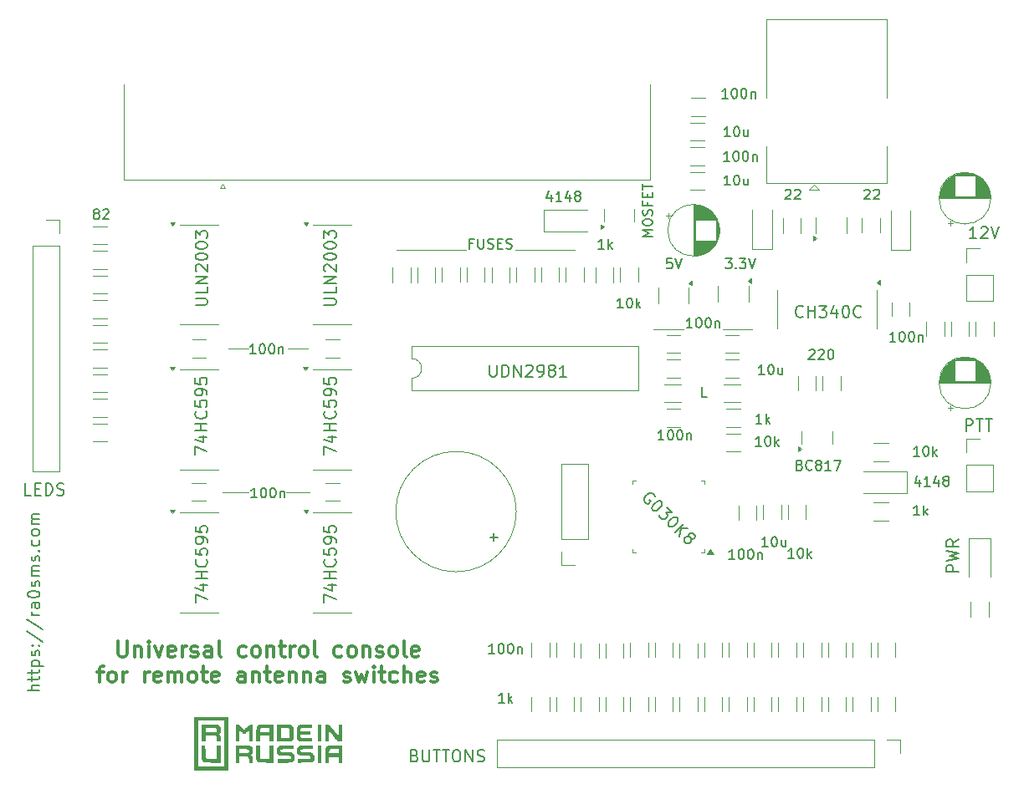
<source format=gbr>
%TF.GenerationSoftware,KiCad,Pcbnew,9.0.2-2.fc42*%
%TF.CreationDate,2025-06-06T11:43:54+08:00*%
%TF.ProjectId,wired_console_k9ay,77697265-645f-4636-9f6e-736f6c655f6b,rev?*%
%TF.SameCoordinates,Original*%
%TF.FileFunction,Legend,Top*%
%TF.FilePolarity,Positive*%
%FSLAX46Y46*%
G04 Gerber Fmt 4.6, Leading zero omitted, Abs format (unit mm)*
G04 Created by KiCad (PCBNEW 9.0.2-2.fc42) date 2025-06-06 11:43:54*
%MOMM*%
%LPD*%
G01*
G04 APERTURE LIST*
%ADD10C,0.200000*%
%ADD11C,0.320000*%
%ADD12C,0.100000*%
%ADD13C,0.150000*%
%ADD14C,0.000000*%
%ADD15C,0.120000*%
G04 APERTURE END LIST*
D10*
X142193515Y-62606072D02*
X141622087Y-62606072D01*
X141907801Y-62606072D02*
X141907801Y-61606072D01*
X141907801Y-61606072D02*
X141812563Y-61748929D01*
X141812563Y-61748929D02*
X141717325Y-61844167D01*
X141717325Y-61844167D02*
X141622087Y-61891786D01*
X142812563Y-61606072D02*
X142907801Y-61606072D01*
X142907801Y-61606072D02*
X143003039Y-61653691D01*
X143003039Y-61653691D02*
X143050658Y-61701310D01*
X143050658Y-61701310D02*
X143098277Y-61796548D01*
X143098277Y-61796548D02*
X143145896Y-61987024D01*
X143145896Y-61987024D02*
X143145896Y-62225119D01*
X143145896Y-62225119D02*
X143098277Y-62415595D01*
X143098277Y-62415595D02*
X143050658Y-62510833D01*
X143050658Y-62510833D02*
X143003039Y-62558453D01*
X143003039Y-62558453D02*
X142907801Y-62606072D01*
X142907801Y-62606072D02*
X142812563Y-62606072D01*
X142812563Y-62606072D02*
X142717325Y-62558453D01*
X142717325Y-62558453D02*
X142669706Y-62510833D01*
X142669706Y-62510833D02*
X142622087Y-62415595D01*
X142622087Y-62415595D02*
X142574468Y-62225119D01*
X142574468Y-62225119D02*
X142574468Y-61987024D01*
X142574468Y-61987024D02*
X142622087Y-61796548D01*
X142622087Y-61796548D02*
X142669706Y-61701310D01*
X142669706Y-61701310D02*
X142717325Y-61653691D01*
X142717325Y-61653691D02*
X142812563Y-61606072D01*
X144003039Y-61939405D02*
X144003039Y-62606072D01*
X143574468Y-61939405D02*
X143574468Y-62463214D01*
X143574468Y-62463214D02*
X143622087Y-62558453D01*
X143622087Y-62558453D02*
X143717325Y-62606072D01*
X143717325Y-62606072D02*
X143860182Y-62606072D01*
X143860182Y-62606072D02*
X143955420Y-62558453D01*
X143955420Y-62558453D02*
X144003039Y-62510833D01*
X68842742Y-94582707D02*
X67642742Y-94582707D01*
X68842742Y-94068422D02*
X68214171Y-94068422D01*
X68214171Y-94068422D02*
X68099885Y-94125564D01*
X68099885Y-94125564D02*
X68042742Y-94239850D01*
X68042742Y-94239850D02*
X68042742Y-94411279D01*
X68042742Y-94411279D02*
X68099885Y-94525564D01*
X68099885Y-94525564D02*
X68157028Y-94582707D01*
X68042742Y-93668422D02*
X68042742Y-93211279D01*
X67642742Y-93496993D02*
X68671314Y-93496993D01*
X68671314Y-93496993D02*
X68785600Y-93439850D01*
X68785600Y-93439850D02*
X68842742Y-93325565D01*
X68842742Y-93325565D02*
X68842742Y-93211279D01*
X68042742Y-92982708D02*
X68042742Y-92525565D01*
X67642742Y-92811279D02*
X68671314Y-92811279D01*
X68671314Y-92811279D02*
X68785600Y-92754136D01*
X68785600Y-92754136D02*
X68842742Y-92639851D01*
X68842742Y-92639851D02*
X68842742Y-92525565D01*
X68042742Y-92125565D02*
X69242742Y-92125565D01*
X68099885Y-92125565D02*
X68042742Y-92011280D01*
X68042742Y-92011280D02*
X68042742Y-91782708D01*
X68042742Y-91782708D02*
X68099885Y-91668422D01*
X68099885Y-91668422D02*
X68157028Y-91611280D01*
X68157028Y-91611280D02*
X68271314Y-91554137D01*
X68271314Y-91554137D02*
X68614171Y-91554137D01*
X68614171Y-91554137D02*
X68728457Y-91611280D01*
X68728457Y-91611280D02*
X68785600Y-91668422D01*
X68785600Y-91668422D02*
X68842742Y-91782708D01*
X68842742Y-91782708D02*
X68842742Y-92011280D01*
X68842742Y-92011280D02*
X68785600Y-92125565D01*
X68785600Y-91096994D02*
X68842742Y-90982708D01*
X68842742Y-90982708D02*
X68842742Y-90754137D01*
X68842742Y-90754137D02*
X68785600Y-90639851D01*
X68785600Y-90639851D02*
X68671314Y-90582708D01*
X68671314Y-90582708D02*
X68614171Y-90582708D01*
X68614171Y-90582708D02*
X68499885Y-90639851D01*
X68499885Y-90639851D02*
X68442742Y-90754137D01*
X68442742Y-90754137D02*
X68442742Y-90925566D01*
X68442742Y-90925566D02*
X68385600Y-91039851D01*
X68385600Y-91039851D02*
X68271314Y-91096994D01*
X68271314Y-91096994D02*
X68214171Y-91096994D01*
X68214171Y-91096994D02*
X68099885Y-91039851D01*
X68099885Y-91039851D02*
X68042742Y-90925566D01*
X68042742Y-90925566D02*
X68042742Y-90754137D01*
X68042742Y-90754137D02*
X68099885Y-90639851D01*
X68728457Y-90068422D02*
X68785600Y-90011279D01*
X68785600Y-90011279D02*
X68842742Y-90068422D01*
X68842742Y-90068422D02*
X68785600Y-90125565D01*
X68785600Y-90125565D02*
X68728457Y-90068422D01*
X68728457Y-90068422D02*
X68842742Y-90068422D01*
X68099885Y-90068422D02*
X68157028Y-90011279D01*
X68157028Y-90011279D02*
X68214171Y-90068422D01*
X68214171Y-90068422D02*
X68157028Y-90125565D01*
X68157028Y-90125565D02*
X68099885Y-90068422D01*
X68099885Y-90068422D02*
X68214171Y-90068422D01*
X67585600Y-88639850D02*
X69128457Y-89668422D01*
X67585600Y-87382707D02*
X69128457Y-88411279D01*
X68842742Y-86982707D02*
X68042742Y-86982707D01*
X68271314Y-86982707D02*
X68157028Y-86925564D01*
X68157028Y-86925564D02*
X68099885Y-86868422D01*
X68099885Y-86868422D02*
X68042742Y-86754136D01*
X68042742Y-86754136D02*
X68042742Y-86639850D01*
X68842742Y-85725565D02*
X68214171Y-85725565D01*
X68214171Y-85725565D02*
X68099885Y-85782707D01*
X68099885Y-85782707D02*
X68042742Y-85896993D01*
X68042742Y-85896993D02*
X68042742Y-86125565D01*
X68042742Y-86125565D02*
X68099885Y-86239850D01*
X68785600Y-85725565D02*
X68842742Y-85839850D01*
X68842742Y-85839850D02*
X68842742Y-86125565D01*
X68842742Y-86125565D02*
X68785600Y-86239850D01*
X68785600Y-86239850D02*
X68671314Y-86296993D01*
X68671314Y-86296993D02*
X68557028Y-86296993D01*
X68557028Y-86296993D02*
X68442742Y-86239850D01*
X68442742Y-86239850D02*
X68385600Y-86125565D01*
X68385600Y-86125565D02*
X68385600Y-85839850D01*
X68385600Y-85839850D02*
X68328457Y-85725565D01*
X67642742Y-84925565D02*
X67642742Y-84811279D01*
X67642742Y-84811279D02*
X67699885Y-84696993D01*
X67699885Y-84696993D02*
X67757028Y-84639851D01*
X67757028Y-84639851D02*
X67871314Y-84582708D01*
X67871314Y-84582708D02*
X68099885Y-84525565D01*
X68099885Y-84525565D02*
X68385600Y-84525565D01*
X68385600Y-84525565D02*
X68614171Y-84582708D01*
X68614171Y-84582708D02*
X68728457Y-84639851D01*
X68728457Y-84639851D02*
X68785600Y-84696993D01*
X68785600Y-84696993D02*
X68842742Y-84811279D01*
X68842742Y-84811279D02*
X68842742Y-84925565D01*
X68842742Y-84925565D02*
X68785600Y-85039851D01*
X68785600Y-85039851D02*
X68728457Y-85096993D01*
X68728457Y-85096993D02*
X68614171Y-85154136D01*
X68614171Y-85154136D02*
X68385600Y-85211279D01*
X68385600Y-85211279D02*
X68099885Y-85211279D01*
X68099885Y-85211279D02*
X67871314Y-85154136D01*
X67871314Y-85154136D02*
X67757028Y-85096993D01*
X67757028Y-85096993D02*
X67699885Y-85039851D01*
X67699885Y-85039851D02*
X67642742Y-84925565D01*
X68785600Y-84068422D02*
X68842742Y-83954136D01*
X68842742Y-83954136D02*
X68842742Y-83725565D01*
X68842742Y-83725565D02*
X68785600Y-83611279D01*
X68785600Y-83611279D02*
X68671314Y-83554136D01*
X68671314Y-83554136D02*
X68614171Y-83554136D01*
X68614171Y-83554136D02*
X68499885Y-83611279D01*
X68499885Y-83611279D02*
X68442742Y-83725565D01*
X68442742Y-83725565D02*
X68442742Y-83896994D01*
X68442742Y-83896994D02*
X68385600Y-84011279D01*
X68385600Y-84011279D02*
X68271314Y-84068422D01*
X68271314Y-84068422D02*
X68214171Y-84068422D01*
X68214171Y-84068422D02*
X68099885Y-84011279D01*
X68099885Y-84011279D02*
X68042742Y-83896994D01*
X68042742Y-83896994D02*
X68042742Y-83725565D01*
X68042742Y-83725565D02*
X68099885Y-83611279D01*
X68842742Y-83039850D02*
X68042742Y-83039850D01*
X68157028Y-83039850D02*
X68099885Y-82982707D01*
X68099885Y-82982707D02*
X68042742Y-82868422D01*
X68042742Y-82868422D02*
X68042742Y-82696993D01*
X68042742Y-82696993D02*
X68099885Y-82582707D01*
X68099885Y-82582707D02*
X68214171Y-82525565D01*
X68214171Y-82525565D02*
X68842742Y-82525565D01*
X68214171Y-82525565D02*
X68099885Y-82468422D01*
X68099885Y-82468422D02*
X68042742Y-82354136D01*
X68042742Y-82354136D02*
X68042742Y-82182707D01*
X68042742Y-82182707D02*
X68099885Y-82068422D01*
X68099885Y-82068422D02*
X68214171Y-82011279D01*
X68214171Y-82011279D02*
X68842742Y-82011279D01*
X68785600Y-81496993D02*
X68842742Y-81382707D01*
X68842742Y-81382707D02*
X68842742Y-81154136D01*
X68842742Y-81154136D02*
X68785600Y-81039850D01*
X68785600Y-81039850D02*
X68671314Y-80982707D01*
X68671314Y-80982707D02*
X68614171Y-80982707D01*
X68614171Y-80982707D02*
X68499885Y-81039850D01*
X68499885Y-81039850D02*
X68442742Y-81154136D01*
X68442742Y-81154136D02*
X68442742Y-81325565D01*
X68442742Y-81325565D02*
X68385600Y-81439850D01*
X68385600Y-81439850D02*
X68271314Y-81496993D01*
X68271314Y-81496993D02*
X68214171Y-81496993D01*
X68214171Y-81496993D02*
X68099885Y-81439850D01*
X68099885Y-81439850D02*
X68042742Y-81325565D01*
X68042742Y-81325565D02*
X68042742Y-81154136D01*
X68042742Y-81154136D02*
X68099885Y-81039850D01*
X68728457Y-80468421D02*
X68785600Y-80411278D01*
X68785600Y-80411278D02*
X68842742Y-80468421D01*
X68842742Y-80468421D02*
X68785600Y-80525564D01*
X68785600Y-80525564D02*
X68728457Y-80468421D01*
X68728457Y-80468421D02*
X68842742Y-80468421D01*
X68785600Y-79382707D02*
X68842742Y-79496992D01*
X68842742Y-79496992D02*
X68842742Y-79725564D01*
X68842742Y-79725564D02*
X68785600Y-79839849D01*
X68785600Y-79839849D02*
X68728457Y-79896992D01*
X68728457Y-79896992D02*
X68614171Y-79954135D01*
X68614171Y-79954135D02*
X68271314Y-79954135D01*
X68271314Y-79954135D02*
X68157028Y-79896992D01*
X68157028Y-79896992D02*
X68099885Y-79839849D01*
X68099885Y-79839849D02*
X68042742Y-79725564D01*
X68042742Y-79725564D02*
X68042742Y-79496992D01*
X68042742Y-79496992D02*
X68099885Y-79382707D01*
X68842742Y-78696993D02*
X68785600Y-78811278D01*
X68785600Y-78811278D02*
X68728457Y-78868421D01*
X68728457Y-78868421D02*
X68614171Y-78925564D01*
X68614171Y-78925564D02*
X68271314Y-78925564D01*
X68271314Y-78925564D02*
X68157028Y-78868421D01*
X68157028Y-78868421D02*
X68099885Y-78811278D01*
X68099885Y-78811278D02*
X68042742Y-78696993D01*
X68042742Y-78696993D02*
X68042742Y-78525564D01*
X68042742Y-78525564D02*
X68099885Y-78411278D01*
X68099885Y-78411278D02*
X68157028Y-78354136D01*
X68157028Y-78354136D02*
X68271314Y-78296993D01*
X68271314Y-78296993D02*
X68614171Y-78296993D01*
X68614171Y-78296993D02*
X68728457Y-78354136D01*
X68728457Y-78354136D02*
X68785600Y-78411278D01*
X68785600Y-78411278D02*
X68842742Y-78525564D01*
X68842742Y-78525564D02*
X68842742Y-78696993D01*
X68842742Y-77782707D02*
X68042742Y-77782707D01*
X68157028Y-77782707D02*
X68099885Y-77725564D01*
X68099885Y-77725564D02*
X68042742Y-77611279D01*
X68042742Y-77611279D02*
X68042742Y-77439850D01*
X68042742Y-77439850D02*
X68099885Y-77325564D01*
X68099885Y-77325564D02*
X68214171Y-77268422D01*
X68214171Y-77268422D02*
X68842742Y-77268422D01*
X68214171Y-77268422D02*
X68099885Y-77211279D01*
X68099885Y-77211279D02*
X68042742Y-77096993D01*
X68042742Y-77096993D02*
X68042742Y-76925564D01*
X68042742Y-76925564D02*
X68099885Y-76811279D01*
X68099885Y-76811279D02*
X68214171Y-76754136D01*
X68214171Y-76754136D02*
X68842742Y-76754136D01*
D11*
X76799999Y-89611640D02*
X76799999Y-90906878D01*
X76799999Y-90906878D02*
X76876189Y-91059259D01*
X76876189Y-91059259D02*
X76952380Y-91135450D01*
X76952380Y-91135450D02*
X77104761Y-91211640D01*
X77104761Y-91211640D02*
X77409523Y-91211640D01*
X77409523Y-91211640D02*
X77561904Y-91135450D01*
X77561904Y-91135450D02*
X77638094Y-91059259D01*
X77638094Y-91059259D02*
X77714285Y-90906878D01*
X77714285Y-90906878D02*
X77714285Y-89611640D01*
X78476189Y-90144973D02*
X78476189Y-91211640D01*
X78476189Y-90297354D02*
X78552379Y-90221164D01*
X78552379Y-90221164D02*
X78704760Y-90144973D01*
X78704760Y-90144973D02*
X78933332Y-90144973D01*
X78933332Y-90144973D02*
X79085713Y-90221164D01*
X79085713Y-90221164D02*
X79161903Y-90373545D01*
X79161903Y-90373545D02*
X79161903Y-91211640D01*
X79923808Y-91211640D02*
X79923808Y-90144973D01*
X79923808Y-89611640D02*
X79847617Y-89687830D01*
X79847617Y-89687830D02*
X79923808Y-89764021D01*
X79923808Y-89764021D02*
X79999998Y-89687830D01*
X79999998Y-89687830D02*
X79923808Y-89611640D01*
X79923808Y-89611640D02*
X79923808Y-89764021D01*
X80533332Y-90144973D02*
X80914284Y-91211640D01*
X80914284Y-91211640D02*
X81295237Y-90144973D01*
X82514285Y-91135450D02*
X82361904Y-91211640D01*
X82361904Y-91211640D02*
X82057142Y-91211640D01*
X82057142Y-91211640D02*
X81904761Y-91135450D01*
X81904761Y-91135450D02*
X81828570Y-90983069D01*
X81828570Y-90983069D02*
X81828570Y-90373545D01*
X81828570Y-90373545D02*
X81904761Y-90221164D01*
X81904761Y-90221164D02*
X82057142Y-90144973D01*
X82057142Y-90144973D02*
X82361904Y-90144973D01*
X82361904Y-90144973D02*
X82514285Y-90221164D01*
X82514285Y-90221164D02*
X82590475Y-90373545D01*
X82590475Y-90373545D02*
X82590475Y-90525926D01*
X82590475Y-90525926D02*
X81828570Y-90678307D01*
X83276190Y-91211640D02*
X83276190Y-90144973D01*
X83276190Y-90449735D02*
X83352380Y-90297354D01*
X83352380Y-90297354D02*
X83428571Y-90221164D01*
X83428571Y-90221164D02*
X83580952Y-90144973D01*
X83580952Y-90144973D02*
X83733333Y-90144973D01*
X84190475Y-91135450D02*
X84342856Y-91211640D01*
X84342856Y-91211640D02*
X84647618Y-91211640D01*
X84647618Y-91211640D02*
X84799999Y-91135450D01*
X84799999Y-91135450D02*
X84876190Y-90983069D01*
X84876190Y-90983069D02*
X84876190Y-90906878D01*
X84876190Y-90906878D02*
X84799999Y-90754497D01*
X84799999Y-90754497D02*
X84647618Y-90678307D01*
X84647618Y-90678307D02*
X84419047Y-90678307D01*
X84419047Y-90678307D02*
X84266666Y-90602116D01*
X84266666Y-90602116D02*
X84190475Y-90449735D01*
X84190475Y-90449735D02*
X84190475Y-90373545D01*
X84190475Y-90373545D02*
X84266666Y-90221164D01*
X84266666Y-90221164D02*
X84419047Y-90144973D01*
X84419047Y-90144973D02*
X84647618Y-90144973D01*
X84647618Y-90144973D02*
X84799999Y-90221164D01*
X86247618Y-91211640D02*
X86247618Y-90373545D01*
X86247618Y-90373545D02*
X86171428Y-90221164D01*
X86171428Y-90221164D02*
X86019047Y-90144973D01*
X86019047Y-90144973D02*
X85714285Y-90144973D01*
X85714285Y-90144973D02*
X85561904Y-90221164D01*
X86247618Y-91135450D02*
X86095237Y-91211640D01*
X86095237Y-91211640D02*
X85714285Y-91211640D01*
X85714285Y-91211640D02*
X85561904Y-91135450D01*
X85561904Y-91135450D02*
X85485713Y-90983069D01*
X85485713Y-90983069D02*
X85485713Y-90830688D01*
X85485713Y-90830688D02*
X85561904Y-90678307D01*
X85561904Y-90678307D02*
X85714285Y-90602116D01*
X85714285Y-90602116D02*
X86095237Y-90602116D01*
X86095237Y-90602116D02*
X86247618Y-90525926D01*
X87238094Y-91211640D02*
X87085713Y-91135450D01*
X87085713Y-91135450D02*
X87009523Y-90983069D01*
X87009523Y-90983069D02*
X87009523Y-89611640D01*
X89752380Y-91135450D02*
X89599999Y-91211640D01*
X89599999Y-91211640D02*
X89295237Y-91211640D01*
X89295237Y-91211640D02*
X89142856Y-91135450D01*
X89142856Y-91135450D02*
X89066666Y-91059259D01*
X89066666Y-91059259D02*
X88990475Y-90906878D01*
X88990475Y-90906878D02*
X88990475Y-90449735D01*
X88990475Y-90449735D02*
X89066666Y-90297354D01*
X89066666Y-90297354D02*
X89142856Y-90221164D01*
X89142856Y-90221164D02*
X89295237Y-90144973D01*
X89295237Y-90144973D02*
X89599999Y-90144973D01*
X89599999Y-90144973D02*
X89752380Y-90221164D01*
X90666666Y-91211640D02*
X90514285Y-91135450D01*
X90514285Y-91135450D02*
X90438095Y-91059259D01*
X90438095Y-91059259D02*
X90361904Y-90906878D01*
X90361904Y-90906878D02*
X90361904Y-90449735D01*
X90361904Y-90449735D02*
X90438095Y-90297354D01*
X90438095Y-90297354D02*
X90514285Y-90221164D01*
X90514285Y-90221164D02*
X90666666Y-90144973D01*
X90666666Y-90144973D02*
X90895238Y-90144973D01*
X90895238Y-90144973D02*
X91047619Y-90221164D01*
X91047619Y-90221164D02*
X91123809Y-90297354D01*
X91123809Y-90297354D02*
X91200000Y-90449735D01*
X91200000Y-90449735D02*
X91200000Y-90906878D01*
X91200000Y-90906878D02*
X91123809Y-91059259D01*
X91123809Y-91059259D02*
X91047619Y-91135450D01*
X91047619Y-91135450D02*
X90895238Y-91211640D01*
X90895238Y-91211640D02*
X90666666Y-91211640D01*
X91885714Y-90144973D02*
X91885714Y-91211640D01*
X91885714Y-90297354D02*
X91961904Y-90221164D01*
X91961904Y-90221164D02*
X92114285Y-90144973D01*
X92114285Y-90144973D02*
X92342857Y-90144973D01*
X92342857Y-90144973D02*
X92495238Y-90221164D01*
X92495238Y-90221164D02*
X92571428Y-90373545D01*
X92571428Y-90373545D02*
X92571428Y-91211640D01*
X93104761Y-90144973D02*
X93714285Y-90144973D01*
X93333333Y-89611640D02*
X93333333Y-90983069D01*
X93333333Y-90983069D02*
X93409523Y-91135450D01*
X93409523Y-91135450D02*
X93561904Y-91211640D01*
X93561904Y-91211640D02*
X93714285Y-91211640D01*
X94247619Y-91211640D02*
X94247619Y-90144973D01*
X94247619Y-90449735D02*
X94323809Y-90297354D01*
X94323809Y-90297354D02*
X94400000Y-90221164D01*
X94400000Y-90221164D02*
X94552381Y-90144973D01*
X94552381Y-90144973D02*
X94704762Y-90144973D01*
X95466666Y-91211640D02*
X95314285Y-91135450D01*
X95314285Y-91135450D02*
X95238095Y-91059259D01*
X95238095Y-91059259D02*
X95161904Y-90906878D01*
X95161904Y-90906878D02*
X95161904Y-90449735D01*
X95161904Y-90449735D02*
X95238095Y-90297354D01*
X95238095Y-90297354D02*
X95314285Y-90221164D01*
X95314285Y-90221164D02*
X95466666Y-90144973D01*
X95466666Y-90144973D02*
X95695238Y-90144973D01*
X95695238Y-90144973D02*
X95847619Y-90221164D01*
X95847619Y-90221164D02*
X95923809Y-90297354D01*
X95923809Y-90297354D02*
X96000000Y-90449735D01*
X96000000Y-90449735D02*
X96000000Y-90906878D01*
X96000000Y-90906878D02*
X95923809Y-91059259D01*
X95923809Y-91059259D02*
X95847619Y-91135450D01*
X95847619Y-91135450D02*
X95695238Y-91211640D01*
X95695238Y-91211640D02*
X95466666Y-91211640D01*
X96914285Y-91211640D02*
X96761904Y-91135450D01*
X96761904Y-91135450D02*
X96685714Y-90983069D01*
X96685714Y-90983069D02*
X96685714Y-89611640D01*
X99428571Y-91135450D02*
X99276190Y-91211640D01*
X99276190Y-91211640D02*
X98971428Y-91211640D01*
X98971428Y-91211640D02*
X98819047Y-91135450D01*
X98819047Y-91135450D02*
X98742857Y-91059259D01*
X98742857Y-91059259D02*
X98666666Y-90906878D01*
X98666666Y-90906878D02*
X98666666Y-90449735D01*
X98666666Y-90449735D02*
X98742857Y-90297354D01*
X98742857Y-90297354D02*
X98819047Y-90221164D01*
X98819047Y-90221164D02*
X98971428Y-90144973D01*
X98971428Y-90144973D02*
X99276190Y-90144973D01*
X99276190Y-90144973D02*
X99428571Y-90221164D01*
X100342857Y-91211640D02*
X100190476Y-91135450D01*
X100190476Y-91135450D02*
X100114286Y-91059259D01*
X100114286Y-91059259D02*
X100038095Y-90906878D01*
X100038095Y-90906878D02*
X100038095Y-90449735D01*
X100038095Y-90449735D02*
X100114286Y-90297354D01*
X100114286Y-90297354D02*
X100190476Y-90221164D01*
X100190476Y-90221164D02*
X100342857Y-90144973D01*
X100342857Y-90144973D02*
X100571429Y-90144973D01*
X100571429Y-90144973D02*
X100723810Y-90221164D01*
X100723810Y-90221164D02*
X100800000Y-90297354D01*
X100800000Y-90297354D02*
X100876191Y-90449735D01*
X100876191Y-90449735D02*
X100876191Y-90906878D01*
X100876191Y-90906878D02*
X100800000Y-91059259D01*
X100800000Y-91059259D02*
X100723810Y-91135450D01*
X100723810Y-91135450D02*
X100571429Y-91211640D01*
X100571429Y-91211640D02*
X100342857Y-91211640D01*
X101561905Y-90144973D02*
X101561905Y-91211640D01*
X101561905Y-90297354D02*
X101638095Y-90221164D01*
X101638095Y-90221164D02*
X101790476Y-90144973D01*
X101790476Y-90144973D02*
X102019048Y-90144973D01*
X102019048Y-90144973D02*
X102171429Y-90221164D01*
X102171429Y-90221164D02*
X102247619Y-90373545D01*
X102247619Y-90373545D02*
X102247619Y-91211640D01*
X102933333Y-91135450D02*
X103085714Y-91211640D01*
X103085714Y-91211640D02*
X103390476Y-91211640D01*
X103390476Y-91211640D02*
X103542857Y-91135450D01*
X103542857Y-91135450D02*
X103619048Y-90983069D01*
X103619048Y-90983069D02*
X103619048Y-90906878D01*
X103619048Y-90906878D02*
X103542857Y-90754497D01*
X103542857Y-90754497D02*
X103390476Y-90678307D01*
X103390476Y-90678307D02*
X103161905Y-90678307D01*
X103161905Y-90678307D02*
X103009524Y-90602116D01*
X103009524Y-90602116D02*
X102933333Y-90449735D01*
X102933333Y-90449735D02*
X102933333Y-90373545D01*
X102933333Y-90373545D02*
X103009524Y-90221164D01*
X103009524Y-90221164D02*
X103161905Y-90144973D01*
X103161905Y-90144973D02*
X103390476Y-90144973D01*
X103390476Y-90144973D02*
X103542857Y-90221164D01*
X104533333Y-91211640D02*
X104380952Y-91135450D01*
X104380952Y-91135450D02*
X104304762Y-91059259D01*
X104304762Y-91059259D02*
X104228571Y-90906878D01*
X104228571Y-90906878D02*
X104228571Y-90449735D01*
X104228571Y-90449735D02*
X104304762Y-90297354D01*
X104304762Y-90297354D02*
X104380952Y-90221164D01*
X104380952Y-90221164D02*
X104533333Y-90144973D01*
X104533333Y-90144973D02*
X104761905Y-90144973D01*
X104761905Y-90144973D02*
X104914286Y-90221164D01*
X104914286Y-90221164D02*
X104990476Y-90297354D01*
X104990476Y-90297354D02*
X105066667Y-90449735D01*
X105066667Y-90449735D02*
X105066667Y-90906878D01*
X105066667Y-90906878D02*
X104990476Y-91059259D01*
X104990476Y-91059259D02*
X104914286Y-91135450D01*
X104914286Y-91135450D02*
X104761905Y-91211640D01*
X104761905Y-91211640D02*
X104533333Y-91211640D01*
X105980952Y-91211640D02*
X105828571Y-91135450D01*
X105828571Y-91135450D02*
X105752381Y-90983069D01*
X105752381Y-90983069D02*
X105752381Y-89611640D01*
X107200000Y-91135450D02*
X107047619Y-91211640D01*
X107047619Y-91211640D02*
X106742857Y-91211640D01*
X106742857Y-91211640D02*
X106590476Y-91135450D01*
X106590476Y-91135450D02*
X106514285Y-90983069D01*
X106514285Y-90983069D02*
X106514285Y-90373545D01*
X106514285Y-90373545D02*
X106590476Y-90221164D01*
X106590476Y-90221164D02*
X106742857Y-90144973D01*
X106742857Y-90144973D02*
X107047619Y-90144973D01*
X107047619Y-90144973D02*
X107200000Y-90221164D01*
X107200000Y-90221164D02*
X107276190Y-90373545D01*
X107276190Y-90373545D02*
X107276190Y-90525926D01*
X107276190Y-90525926D02*
X106514285Y-90678307D01*
X74704760Y-92720883D02*
X75314284Y-92720883D01*
X74933332Y-93787550D02*
X74933332Y-92416121D01*
X74933332Y-92416121D02*
X75009522Y-92263740D01*
X75009522Y-92263740D02*
X75161903Y-92187550D01*
X75161903Y-92187550D02*
X75314284Y-92187550D01*
X76076189Y-93787550D02*
X75923808Y-93711360D01*
X75923808Y-93711360D02*
X75847618Y-93635169D01*
X75847618Y-93635169D02*
X75771427Y-93482788D01*
X75771427Y-93482788D02*
X75771427Y-93025645D01*
X75771427Y-93025645D02*
X75847618Y-92873264D01*
X75847618Y-92873264D02*
X75923808Y-92797074D01*
X75923808Y-92797074D02*
X76076189Y-92720883D01*
X76076189Y-92720883D02*
X76304761Y-92720883D01*
X76304761Y-92720883D02*
X76457142Y-92797074D01*
X76457142Y-92797074D02*
X76533332Y-92873264D01*
X76533332Y-92873264D02*
X76609523Y-93025645D01*
X76609523Y-93025645D02*
X76609523Y-93482788D01*
X76609523Y-93482788D02*
X76533332Y-93635169D01*
X76533332Y-93635169D02*
X76457142Y-93711360D01*
X76457142Y-93711360D02*
X76304761Y-93787550D01*
X76304761Y-93787550D02*
X76076189Y-93787550D01*
X77295237Y-93787550D02*
X77295237Y-92720883D01*
X77295237Y-93025645D02*
X77371427Y-92873264D01*
X77371427Y-92873264D02*
X77447618Y-92797074D01*
X77447618Y-92797074D02*
X77599999Y-92720883D01*
X77599999Y-92720883D02*
X77752380Y-92720883D01*
X79504761Y-93787550D02*
X79504761Y-92720883D01*
X79504761Y-93025645D02*
X79580951Y-92873264D01*
X79580951Y-92873264D02*
X79657142Y-92797074D01*
X79657142Y-92797074D02*
X79809523Y-92720883D01*
X79809523Y-92720883D02*
X79961904Y-92720883D01*
X81104761Y-93711360D02*
X80952380Y-93787550D01*
X80952380Y-93787550D02*
X80647618Y-93787550D01*
X80647618Y-93787550D02*
X80495237Y-93711360D01*
X80495237Y-93711360D02*
X80419046Y-93558979D01*
X80419046Y-93558979D02*
X80419046Y-92949455D01*
X80419046Y-92949455D02*
X80495237Y-92797074D01*
X80495237Y-92797074D02*
X80647618Y-92720883D01*
X80647618Y-92720883D02*
X80952380Y-92720883D01*
X80952380Y-92720883D02*
X81104761Y-92797074D01*
X81104761Y-92797074D02*
X81180951Y-92949455D01*
X81180951Y-92949455D02*
X81180951Y-93101836D01*
X81180951Y-93101836D02*
X80419046Y-93254217D01*
X81866666Y-93787550D02*
X81866666Y-92720883D01*
X81866666Y-92873264D02*
X81942856Y-92797074D01*
X81942856Y-92797074D02*
X82095237Y-92720883D01*
X82095237Y-92720883D02*
X82323809Y-92720883D01*
X82323809Y-92720883D02*
X82476190Y-92797074D01*
X82476190Y-92797074D02*
X82552380Y-92949455D01*
X82552380Y-92949455D02*
X82552380Y-93787550D01*
X82552380Y-92949455D02*
X82628571Y-92797074D01*
X82628571Y-92797074D02*
X82780952Y-92720883D01*
X82780952Y-92720883D02*
X83009523Y-92720883D01*
X83009523Y-92720883D02*
X83161904Y-92797074D01*
X83161904Y-92797074D02*
X83238094Y-92949455D01*
X83238094Y-92949455D02*
X83238094Y-93787550D01*
X84228570Y-93787550D02*
X84076189Y-93711360D01*
X84076189Y-93711360D02*
X83999999Y-93635169D01*
X83999999Y-93635169D02*
X83923808Y-93482788D01*
X83923808Y-93482788D02*
X83923808Y-93025645D01*
X83923808Y-93025645D02*
X83999999Y-92873264D01*
X83999999Y-92873264D02*
X84076189Y-92797074D01*
X84076189Y-92797074D02*
X84228570Y-92720883D01*
X84228570Y-92720883D02*
X84457142Y-92720883D01*
X84457142Y-92720883D02*
X84609523Y-92797074D01*
X84609523Y-92797074D02*
X84685713Y-92873264D01*
X84685713Y-92873264D02*
X84761904Y-93025645D01*
X84761904Y-93025645D02*
X84761904Y-93482788D01*
X84761904Y-93482788D02*
X84685713Y-93635169D01*
X84685713Y-93635169D02*
X84609523Y-93711360D01*
X84609523Y-93711360D02*
X84457142Y-93787550D01*
X84457142Y-93787550D02*
X84228570Y-93787550D01*
X85219046Y-92720883D02*
X85828570Y-92720883D01*
X85447618Y-92187550D02*
X85447618Y-93558979D01*
X85447618Y-93558979D02*
X85523808Y-93711360D01*
X85523808Y-93711360D02*
X85676189Y-93787550D01*
X85676189Y-93787550D02*
X85828570Y-93787550D01*
X86971428Y-93711360D02*
X86819047Y-93787550D01*
X86819047Y-93787550D02*
X86514285Y-93787550D01*
X86514285Y-93787550D02*
X86361904Y-93711360D01*
X86361904Y-93711360D02*
X86285713Y-93558979D01*
X86285713Y-93558979D02*
X86285713Y-92949455D01*
X86285713Y-92949455D02*
X86361904Y-92797074D01*
X86361904Y-92797074D02*
X86514285Y-92720883D01*
X86514285Y-92720883D02*
X86819047Y-92720883D01*
X86819047Y-92720883D02*
X86971428Y-92797074D01*
X86971428Y-92797074D02*
X87047618Y-92949455D01*
X87047618Y-92949455D02*
X87047618Y-93101836D01*
X87047618Y-93101836D02*
X86285713Y-93254217D01*
X89638095Y-93787550D02*
X89638095Y-92949455D01*
X89638095Y-92949455D02*
X89561905Y-92797074D01*
X89561905Y-92797074D02*
X89409524Y-92720883D01*
X89409524Y-92720883D02*
X89104762Y-92720883D01*
X89104762Y-92720883D02*
X88952381Y-92797074D01*
X89638095Y-93711360D02*
X89485714Y-93787550D01*
X89485714Y-93787550D02*
X89104762Y-93787550D01*
X89104762Y-93787550D02*
X88952381Y-93711360D01*
X88952381Y-93711360D02*
X88876190Y-93558979D01*
X88876190Y-93558979D02*
X88876190Y-93406598D01*
X88876190Y-93406598D02*
X88952381Y-93254217D01*
X88952381Y-93254217D02*
X89104762Y-93178026D01*
X89104762Y-93178026D02*
X89485714Y-93178026D01*
X89485714Y-93178026D02*
X89638095Y-93101836D01*
X90400000Y-92720883D02*
X90400000Y-93787550D01*
X90400000Y-92873264D02*
X90476190Y-92797074D01*
X90476190Y-92797074D02*
X90628571Y-92720883D01*
X90628571Y-92720883D02*
X90857143Y-92720883D01*
X90857143Y-92720883D02*
X91009524Y-92797074D01*
X91009524Y-92797074D02*
X91085714Y-92949455D01*
X91085714Y-92949455D02*
X91085714Y-93787550D01*
X91619047Y-92720883D02*
X92228571Y-92720883D01*
X91847619Y-92187550D02*
X91847619Y-93558979D01*
X91847619Y-93558979D02*
X91923809Y-93711360D01*
X91923809Y-93711360D02*
X92076190Y-93787550D01*
X92076190Y-93787550D02*
X92228571Y-93787550D01*
X93371429Y-93711360D02*
X93219048Y-93787550D01*
X93219048Y-93787550D02*
X92914286Y-93787550D01*
X92914286Y-93787550D02*
X92761905Y-93711360D01*
X92761905Y-93711360D02*
X92685714Y-93558979D01*
X92685714Y-93558979D02*
X92685714Y-92949455D01*
X92685714Y-92949455D02*
X92761905Y-92797074D01*
X92761905Y-92797074D02*
X92914286Y-92720883D01*
X92914286Y-92720883D02*
X93219048Y-92720883D01*
X93219048Y-92720883D02*
X93371429Y-92797074D01*
X93371429Y-92797074D02*
X93447619Y-92949455D01*
X93447619Y-92949455D02*
X93447619Y-93101836D01*
X93447619Y-93101836D02*
X92685714Y-93254217D01*
X94133334Y-92720883D02*
X94133334Y-93787550D01*
X94133334Y-92873264D02*
X94209524Y-92797074D01*
X94209524Y-92797074D02*
X94361905Y-92720883D01*
X94361905Y-92720883D02*
X94590477Y-92720883D01*
X94590477Y-92720883D02*
X94742858Y-92797074D01*
X94742858Y-92797074D02*
X94819048Y-92949455D01*
X94819048Y-92949455D02*
X94819048Y-93787550D01*
X95580953Y-92720883D02*
X95580953Y-93787550D01*
X95580953Y-92873264D02*
X95657143Y-92797074D01*
X95657143Y-92797074D02*
X95809524Y-92720883D01*
X95809524Y-92720883D02*
X96038096Y-92720883D01*
X96038096Y-92720883D02*
X96190477Y-92797074D01*
X96190477Y-92797074D02*
X96266667Y-92949455D01*
X96266667Y-92949455D02*
X96266667Y-93787550D01*
X97714286Y-93787550D02*
X97714286Y-92949455D01*
X97714286Y-92949455D02*
X97638096Y-92797074D01*
X97638096Y-92797074D02*
X97485715Y-92720883D01*
X97485715Y-92720883D02*
X97180953Y-92720883D01*
X97180953Y-92720883D02*
X97028572Y-92797074D01*
X97714286Y-93711360D02*
X97561905Y-93787550D01*
X97561905Y-93787550D02*
X97180953Y-93787550D01*
X97180953Y-93787550D02*
X97028572Y-93711360D01*
X97028572Y-93711360D02*
X96952381Y-93558979D01*
X96952381Y-93558979D02*
X96952381Y-93406598D01*
X96952381Y-93406598D02*
X97028572Y-93254217D01*
X97028572Y-93254217D02*
X97180953Y-93178026D01*
X97180953Y-93178026D02*
X97561905Y-93178026D01*
X97561905Y-93178026D02*
X97714286Y-93101836D01*
X99619048Y-93711360D02*
X99771429Y-93787550D01*
X99771429Y-93787550D02*
X100076191Y-93787550D01*
X100076191Y-93787550D02*
X100228572Y-93711360D01*
X100228572Y-93711360D02*
X100304763Y-93558979D01*
X100304763Y-93558979D02*
X100304763Y-93482788D01*
X100304763Y-93482788D02*
X100228572Y-93330407D01*
X100228572Y-93330407D02*
X100076191Y-93254217D01*
X100076191Y-93254217D02*
X99847620Y-93254217D01*
X99847620Y-93254217D02*
X99695239Y-93178026D01*
X99695239Y-93178026D02*
X99619048Y-93025645D01*
X99619048Y-93025645D02*
X99619048Y-92949455D01*
X99619048Y-92949455D02*
X99695239Y-92797074D01*
X99695239Y-92797074D02*
X99847620Y-92720883D01*
X99847620Y-92720883D02*
X100076191Y-92720883D01*
X100076191Y-92720883D02*
X100228572Y-92797074D01*
X100838096Y-92720883D02*
X101142858Y-93787550D01*
X101142858Y-93787550D02*
X101447620Y-93025645D01*
X101447620Y-93025645D02*
X101752382Y-93787550D01*
X101752382Y-93787550D02*
X102057144Y-92720883D01*
X102666667Y-93787550D02*
X102666667Y-92720883D01*
X102666667Y-92187550D02*
X102590476Y-92263740D01*
X102590476Y-92263740D02*
X102666667Y-92339931D01*
X102666667Y-92339931D02*
X102742857Y-92263740D01*
X102742857Y-92263740D02*
X102666667Y-92187550D01*
X102666667Y-92187550D02*
X102666667Y-92339931D01*
X103200000Y-92720883D02*
X103809524Y-92720883D01*
X103428572Y-92187550D02*
X103428572Y-93558979D01*
X103428572Y-93558979D02*
X103504762Y-93711360D01*
X103504762Y-93711360D02*
X103657143Y-93787550D01*
X103657143Y-93787550D02*
X103809524Y-93787550D01*
X105028572Y-93711360D02*
X104876191Y-93787550D01*
X104876191Y-93787550D02*
X104571429Y-93787550D01*
X104571429Y-93787550D02*
X104419048Y-93711360D01*
X104419048Y-93711360D02*
X104342858Y-93635169D01*
X104342858Y-93635169D02*
X104266667Y-93482788D01*
X104266667Y-93482788D02*
X104266667Y-93025645D01*
X104266667Y-93025645D02*
X104342858Y-92873264D01*
X104342858Y-92873264D02*
X104419048Y-92797074D01*
X104419048Y-92797074D02*
X104571429Y-92720883D01*
X104571429Y-92720883D02*
X104876191Y-92720883D01*
X104876191Y-92720883D02*
X105028572Y-92797074D01*
X105714287Y-93787550D02*
X105714287Y-92187550D01*
X106400001Y-93787550D02*
X106400001Y-92949455D01*
X106400001Y-92949455D02*
X106323811Y-92797074D01*
X106323811Y-92797074D02*
X106171430Y-92720883D01*
X106171430Y-92720883D02*
X105942858Y-92720883D01*
X105942858Y-92720883D02*
X105790477Y-92797074D01*
X105790477Y-92797074D02*
X105714287Y-92873264D01*
X107771430Y-93711360D02*
X107619049Y-93787550D01*
X107619049Y-93787550D02*
X107314287Y-93787550D01*
X107314287Y-93787550D02*
X107161906Y-93711360D01*
X107161906Y-93711360D02*
X107085715Y-93558979D01*
X107085715Y-93558979D02*
X107085715Y-92949455D01*
X107085715Y-92949455D02*
X107161906Y-92797074D01*
X107161906Y-92797074D02*
X107314287Y-92720883D01*
X107314287Y-92720883D02*
X107619049Y-92720883D01*
X107619049Y-92720883D02*
X107771430Y-92797074D01*
X107771430Y-92797074D02*
X107847620Y-92949455D01*
X107847620Y-92949455D02*
X107847620Y-93101836D01*
X107847620Y-93101836D02*
X107085715Y-93254217D01*
X108457144Y-93711360D02*
X108609525Y-93787550D01*
X108609525Y-93787550D02*
X108914287Y-93787550D01*
X108914287Y-93787550D02*
X109066668Y-93711360D01*
X109066668Y-93711360D02*
X109142859Y-93558979D01*
X109142859Y-93558979D02*
X109142859Y-93482788D01*
X109142859Y-93482788D02*
X109066668Y-93330407D01*
X109066668Y-93330407D02*
X108914287Y-93254217D01*
X108914287Y-93254217D02*
X108685716Y-93254217D01*
X108685716Y-93254217D02*
X108533335Y-93178026D01*
X108533335Y-93178026D02*
X108457144Y-93025645D01*
X108457144Y-93025645D02*
X108457144Y-92949455D01*
X108457144Y-92949455D02*
X108533335Y-92797074D01*
X108533335Y-92797074D02*
X108685716Y-92720883D01*
X108685716Y-92720883D02*
X108914287Y-92720883D01*
X108914287Y-92720883D02*
X109066668Y-92797074D01*
D10*
X138742058Y-43426959D02*
X138170630Y-43426959D01*
X138456344Y-43426959D02*
X138456344Y-42426959D01*
X138456344Y-42426959D02*
X138361106Y-42569816D01*
X138361106Y-42569816D02*
X138265868Y-42665054D01*
X138265868Y-42665054D02*
X138170630Y-42712673D01*
X139361106Y-42426959D02*
X139456344Y-42426959D01*
X139456344Y-42426959D02*
X139551582Y-42474578D01*
X139551582Y-42474578D02*
X139599201Y-42522197D01*
X139599201Y-42522197D02*
X139646820Y-42617435D01*
X139646820Y-42617435D02*
X139694439Y-42807911D01*
X139694439Y-42807911D02*
X139694439Y-43046006D01*
X139694439Y-43046006D02*
X139646820Y-43236482D01*
X139646820Y-43236482D02*
X139599201Y-43331720D01*
X139599201Y-43331720D02*
X139551582Y-43379340D01*
X139551582Y-43379340D02*
X139456344Y-43426959D01*
X139456344Y-43426959D02*
X139361106Y-43426959D01*
X139361106Y-43426959D02*
X139265868Y-43379340D01*
X139265868Y-43379340D02*
X139218249Y-43331720D01*
X139218249Y-43331720D02*
X139170630Y-43236482D01*
X139170630Y-43236482D02*
X139123011Y-43046006D01*
X139123011Y-43046006D02*
X139123011Y-42807911D01*
X139123011Y-42807911D02*
X139170630Y-42617435D01*
X139170630Y-42617435D02*
X139218249Y-42522197D01*
X139218249Y-42522197D02*
X139265868Y-42474578D01*
X139265868Y-42474578D02*
X139361106Y-42426959D01*
X140551582Y-42760292D02*
X140551582Y-43426959D01*
X140123011Y-42760292D02*
X140123011Y-43284101D01*
X140123011Y-43284101D02*
X140170630Y-43379340D01*
X140170630Y-43379340D02*
X140265868Y-43426959D01*
X140265868Y-43426959D02*
X140408725Y-43426959D01*
X140408725Y-43426959D02*
X140503963Y-43379340D01*
X140503963Y-43379340D02*
X140551582Y-43331720D01*
X138674546Y-40996521D02*
X138103118Y-40996521D01*
X138388832Y-40996521D02*
X138388832Y-39996521D01*
X138388832Y-39996521D02*
X138293594Y-40139378D01*
X138293594Y-40139378D02*
X138198356Y-40234616D01*
X138198356Y-40234616D02*
X138103118Y-40282235D01*
X139293594Y-39996521D02*
X139388832Y-39996521D01*
X139388832Y-39996521D02*
X139484070Y-40044140D01*
X139484070Y-40044140D02*
X139531689Y-40091759D01*
X139531689Y-40091759D02*
X139579308Y-40186997D01*
X139579308Y-40186997D02*
X139626927Y-40377473D01*
X139626927Y-40377473D02*
X139626927Y-40615568D01*
X139626927Y-40615568D02*
X139579308Y-40806044D01*
X139579308Y-40806044D02*
X139531689Y-40901282D01*
X139531689Y-40901282D02*
X139484070Y-40948902D01*
X139484070Y-40948902D02*
X139388832Y-40996521D01*
X139388832Y-40996521D02*
X139293594Y-40996521D01*
X139293594Y-40996521D02*
X139198356Y-40948902D01*
X139198356Y-40948902D02*
X139150737Y-40901282D01*
X139150737Y-40901282D02*
X139103118Y-40806044D01*
X139103118Y-40806044D02*
X139055499Y-40615568D01*
X139055499Y-40615568D02*
X139055499Y-40377473D01*
X139055499Y-40377473D02*
X139103118Y-40186997D01*
X139103118Y-40186997D02*
X139150737Y-40091759D01*
X139150737Y-40091759D02*
X139198356Y-40044140D01*
X139198356Y-40044140D02*
X139293594Y-39996521D01*
X140245975Y-39996521D02*
X140341213Y-39996521D01*
X140341213Y-39996521D02*
X140436451Y-40044140D01*
X140436451Y-40044140D02*
X140484070Y-40091759D01*
X140484070Y-40091759D02*
X140531689Y-40186997D01*
X140531689Y-40186997D02*
X140579308Y-40377473D01*
X140579308Y-40377473D02*
X140579308Y-40615568D01*
X140579308Y-40615568D02*
X140531689Y-40806044D01*
X140531689Y-40806044D02*
X140484070Y-40901282D01*
X140484070Y-40901282D02*
X140436451Y-40948902D01*
X140436451Y-40948902D02*
X140341213Y-40996521D01*
X140341213Y-40996521D02*
X140245975Y-40996521D01*
X140245975Y-40996521D02*
X140150737Y-40948902D01*
X140150737Y-40948902D02*
X140103118Y-40901282D01*
X140103118Y-40901282D02*
X140055499Y-40806044D01*
X140055499Y-40806044D02*
X140007880Y-40615568D01*
X140007880Y-40615568D02*
X140007880Y-40377473D01*
X140007880Y-40377473D02*
X140055499Y-40186997D01*
X140055499Y-40186997D02*
X140103118Y-40091759D01*
X140103118Y-40091759D02*
X140150737Y-40044140D01*
X140150737Y-40044140D02*
X140245975Y-39996521D01*
X141007880Y-40329854D02*
X141007880Y-40996521D01*
X141007880Y-40425092D02*
X141055499Y-40377473D01*
X141055499Y-40377473D02*
X141150737Y-40329854D01*
X141150737Y-40329854D02*
X141293594Y-40329854D01*
X141293594Y-40329854D02*
X141388832Y-40377473D01*
X141388832Y-40377473D02*
X141436451Y-40472711D01*
X141436451Y-40472711D02*
X141436451Y-40996521D01*
X138742058Y-38498571D02*
X138170630Y-38498571D01*
X138456344Y-38498571D02*
X138456344Y-37498571D01*
X138456344Y-37498571D02*
X138361106Y-37641428D01*
X138361106Y-37641428D02*
X138265868Y-37736666D01*
X138265868Y-37736666D02*
X138170630Y-37784285D01*
X139361106Y-37498571D02*
X139456344Y-37498571D01*
X139456344Y-37498571D02*
X139551582Y-37546190D01*
X139551582Y-37546190D02*
X139599201Y-37593809D01*
X139599201Y-37593809D02*
X139646820Y-37689047D01*
X139646820Y-37689047D02*
X139694439Y-37879523D01*
X139694439Y-37879523D02*
X139694439Y-38117618D01*
X139694439Y-38117618D02*
X139646820Y-38308094D01*
X139646820Y-38308094D02*
X139599201Y-38403332D01*
X139599201Y-38403332D02*
X139551582Y-38450952D01*
X139551582Y-38450952D02*
X139456344Y-38498571D01*
X139456344Y-38498571D02*
X139361106Y-38498571D01*
X139361106Y-38498571D02*
X139265868Y-38450952D01*
X139265868Y-38450952D02*
X139218249Y-38403332D01*
X139218249Y-38403332D02*
X139170630Y-38308094D01*
X139170630Y-38308094D02*
X139123011Y-38117618D01*
X139123011Y-38117618D02*
X139123011Y-37879523D01*
X139123011Y-37879523D02*
X139170630Y-37689047D01*
X139170630Y-37689047D02*
X139218249Y-37593809D01*
X139218249Y-37593809D02*
X139265868Y-37546190D01*
X139265868Y-37546190D02*
X139361106Y-37498571D01*
X140551582Y-37831904D02*
X140551582Y-38498571D01*
X140123011Y-37831904D02*
X140123011Y-38355713D01*
X140123011Y-38355713D02*
X140170630Y-38450952D01*
X140170630Y-38450952D02*
X140265868Y-38498571D01*
X140265868Y-38498571D02*
X140408725Y-38498571D01*
X140408725Y-38498571D02*
X140503963Y-38450952D01*
X140503963Y-38450952D02*
X140551582Y-38403332D01*
X138505287Y-34632801D02*
X137933859Y-34632801D01*
X138219573Y-34632801D02*
X138219573Y-33632801D01*
X138219573Y-33632801D02*
X138124335Y-33775658D01*
X138124335Y-33775658D02*
X138029097Y-33870896D01*
X138029097Y-33870896D02*
X137933859Y-33918515D01*
X139124335Y-33632801D02*
X139219573Y-33632801D01*
X139219573Y-33632801D02*
X139314811Y-33680420D01*
X139314811Y-33680420D02*
X139362430Y-33728039D01*
X139362430Y-33728039D02*
X139410049Y-33823277D01*
X139410049Y-33823277D02*
X139457668Y-34013753D01*
X139457668Y-34013753D02*
X139457668Y-34251848D01*
X139457668Y-34251848D02*
X139410049Y-34442324D01*
X139410049Y-34442324D02*
X139362430Y-34537562D01*
X139362430Y-34537562D02*
X139314811Y-34585182D01*
X139314811Y-34585182D02*
X139219573Y-34632801D01*
X139219573Y-34632801D02*
X139124335Y-34632801D01*
X139124335Y-34632801D02*
X139029097Y-34585182D01*
X139029097Y-34585182D02*
X138981478Y-34537562D01*
X138981478Y-34537562D02*
X138933859Y-34442324D01*
X138933859Y-34442324D02*
X138886240Y-34251848D01*
X138886240Y-34251848D02*
X138886240Y-34013753D01*
X138886240Y-34013753D02*
X138933859Y-33823277D01*
X138933859Y-33823277D02*
X138981478Y-33728039D01*
X138981478Y-33728039D02*
X139029097Y-33680420D01*
X139029097Y-33680420D02*
X139124335Y-33632801D01*
X140076716Y-33632801D02*
X140171954Y-33632801D01*
X140171954Y-33632801D02*
X140267192Y-33680420D01*
X140267192Y-33680420D02*
X140314811Y-33728039D01*
X140314811Y-33728039D02*
X140362430Y-33823277D01*
X140362430Y-33823277D02*
X140410049Y-34013753D01*
X140410049Y-34013753D02*
X140410049Y-34251848D01*
X140410049Y-34251848D02*
X140362430Y-34442324D01*
X140362430Y-34442324D02*
X140314811Y-34537562D01*
X140314811Y-34537562D02*
X140267192Y-34585182D01*
X140267192Y-34585182D02*
X140171954Y-34632801D01*
X140171954Y-34632801D02*
X140076716Y-34632801D01*
X140076716Y-34632801D02*
X139981478Y-34585182D01*
X139981478Y-34585182D02*
X139933859Y-34537562D01*
X139933859Y-34537562D02*
X139886240Y-34442324D01*
X139886240Y-34442324D02*
X139838621Y-34251848D01*
X139838621Y-34251848D02*
X139838621Y-34013753D01*
X139838621Y-34013753D02*
X139886240Y-33823277D01*
X139886240Y-33823277D02*
X139933859Y-33728039D01*
X139933859Y-33728039D02*
X139981478Y-33680420D01*
X139981478Y-33680420D02*
X140076716Y-33632801D01*
X140838621Y-33966134D02*
X140838621Y-34632801D01*
X140838621Y-34061372D02*
X140886240Y-34013753D01*
X140886240Y-34013753D02*
X140981478Y-33966134D01*
X140981478Y-33966134D02*
X141124335Y-33966134D01*
X141124335Y-33966134D02*
X141219573Y-34013753D01*
X141219573Y-34013753D02*
X141267192Y-34108991D01*
X141267192Y-34108991D02*
X141267192Y-34632801D01*
X120638244Y-44382876D02*
X120638244Y-45049543D01*
X120400149Y-44001924D02*
X120162054Y-44716209D01*
X120162054Y-44716209D02*
X120781101Y-44716209D01*
X121685863Y-45049543D02*
X121114435Y-45049543D01*
X121400149Y-45049543D02*
X121400149Y-44049543D01*
X121400149Y-44049543D02*
X121304911Y-44192400D01*
X121304911Y-44192400D02*
X121209673Y-44287638D01*
X121209673Y-44287638D02*
X121114435Y-44335257D01*
X122543006Y-44382876D02*
X122543006Y-45049543D01*
X122304911Y-44001924D02*
X122066816Y-44716209D01*
X122066816Y-44716209D02*
X122685863Y-44716209D01*
X123209673Y-44478114D02*
X123114435Y-44430495D01*
X123114435Y-44430495D02*
X123066816Y-44382876D01*
X123066816Y-44382876D02*
X123019197Y-44287638D01*
X123019197Y-44287638D02*
X123019197Y-44240019D01*
X123019197Y-44240019D02*
X123066816Y-44144781D01*
X123066816Y-44144781D02*
X123114435Y-44097162D01*
X123114435Y-44097162D02*
X123209673Y-44049543D01*
X123209673Y-44049543D02*
X123400149Y-44049543D01*
X123400149Y-44049543D02*
X123495387Y-44097162D01*
X123495387Y-44097162D02*
X123543006Y-44144781D01*
X123543006Y-44144781D02*
X123590625Y-44240019D01*
X123590625Y-44240019D02*
X123590625Y-44287638D01*
X123590625Y-44287638D02*
X123543006Y-44382876D01*
X123543006Y-44382876D02*
X123495387Y-44430495D01*
X123495387Y-44430495D02*
X123400149Y-44478114D01*
X123400149Y-44478114D02*
X123209673Y-44478114D01*
X123209673Y-44478114D02*
X123114435Y-44525733D01*
X123114435Y-44525733D02*
X123066816Y-44573352D01*
X123066816Y-44573352D02*
X123019197Y-44668590D01*
X123019197Y-44668590D02*
X123019197Y-44859066D01*
X123019197Y-44859066D02*
X123066816Y-44954304D01*
X123066816Y-44954304D02*
X123114435Y-45001924D01*
X123114435Y-45001924D02*
X123209673Y-45049543D01*
X123209673Y-45049543D02*
X123400149Y-45049543D01*
X123400149Y-45049543D02*
X123495387Y-45001924D01*
X123495387Y-45001924D02*
X123543006Y-44954304D01*
X123543006Y-44954304D02*
X123590625Y-44859066D01*
X123590625Y-44859066D02*
X123590625Y-44668590D01*
X123590625Y-44668590D02*
X123543006Y-44573352D01*
X123543006Y-44573352D02*
X123495387Y-44525733D01*
X123495387Y-44525733D02*
X123400149Y-44478114D01*
D12*
X93843198Y-74532733D02*
X96202142Y-74525196D01*
X89952131Y-74572422D02*
X87391901Y-74570415D01*
X94000000Y-60000000D02*
X96000000Y-60000000D01*
X90000000Y-60000000D02*
X88000000Y-60000000D01*
D10*
X90733092Y-60509632D02*
X90161664Y-60509632D01*
X90447378Y-60509632D02*
X90447378Y-59509632D01*
X90447378Y-59509632D02*
X90352140Y-59652489D01*
X90352140Y-59652489D02*
X90256902Y-59747727D01*
X90256902Y-59747727D02*
X90161664Y-59795346D01*
X91352140Y-59509632D02*
X91447378Y-59509632D01*
X91447378Y-59509632D02*
X91542616Y-59557251D01*
X91542616Y-59557251D02*
X91590235Y-59604870D01*
X91590235Y-59604870D02*
X91637854Y-59700108D01*
X91637854Y-59700108D02*
X91685473Y-59890584D01*
X91685473Y-59890584D02*
X91685473Y-60128679D01*
X91685473Y-60128679D02*
X91637854Y-60319155D01*
X91637854Y-60319155D02*
X91590235Y-60414393D01*
X91590235Y-60414393D02*
X91542616Y-60462013D01*
X91542616Y-60462013D02*
X91447378Y-60509632D01*
X91447378Y-60509632D02*
X91352140Y-60509632D01*
X91352140Y-60509632D02*
X91256902Y-60462013D01*
X91256902Y-60462013D02*
X91209283Y-60414393D01*
X91209283Y-60414393D02*
X91161664Y-60319155D01*
X91161664Y-60319155D02*
X91114045Y-60128679D01*
X91114045Y-60128679D02*
X91114045Y-59890584D01*
X91114045Y-59890584D02*
X91161664Y-59700108D01*
X91161664Y-59700108D02*
X91209283Y-59604870D01*
X91209283Y-59604870D02*
X91256902Y-59557251D01*
X91256902Y-59557251D02*
X91352140Y-59509632D01*
X92304521Y-59509632D02*
X92399759Y-59509632D01*
X92399759Y-59509632D02*
X92494997Y-59557251D01*
X92494997Y-59557251D02*
X92542616Y-59604870D01*
X92542616Y-59604870D02*
X92590235Y-59700108D01*
X92590235Y-59700108D02*
X92637854Y-59890584D01*
X92637854Y-59890584D02*
X92637854Y-60128679D01*
X92637854Y-60128679D02*
X92590235Y-60319155D01*
X92590235Y-60319155D02*
X92542616Y-60414393D01*
X92542616Y-60414393D02*
X92494997Y-60462013D01*
X92494997Y-60462013D02*
X92399759Y-60509632D01*
X92399759Y-60509632D02*
X92304521Y-60509632D01*
X92304521Y-60509632D02*
X92209283Y-60462013D01*
X92209283Y-60462013D02*
X92161664Y-60414393D01*
X92161664Y-60414393D02*
X92114045Y-60319155D01*
X92114045Y-60319155D02*
X92066426Y-60128679D01*
X92066426Y-60128679D02*
X92066426Y-59890584D01*
X92066426Y-59890584D02*
X92114045Y-59700108D01*
X92114045Y-59700108D02*
X92161664Y-59604870D01*
X92161664Y-59604870D02*
X92209283Y-59557251D01*
X92209283Y-59557251D02*
X92304521Y-59509632D01*
X93066426Y-59842965D02*
X93066426Y-60509632D01*
X93066426Y-59938203D02*
X93114045Y-59890584D01*
X93114045Y-59890584D02*
X93209283Y-59842965D01*
X93209283Y-59842965D02*
X93352140Y-59842965D01*
X93352140Y-59842965D02*
X93447378Y-59890584D01*
X93447378Y-59890584D02*
X93494997Y-59985822D01*
X93494997Y-59985822D02*
X93494997Y-60509632D01*
X90845613Y-75092259D02*
X90274185Y-75092259D01*
X90559899Y-75092259D02*
X90559899Y-74092259D01*
X90559899Y-74092259D02*
X90464661Y-74235116D01*
X90464661Y-74235116D02*
X90369423Y-74330354D01*
X90369423Y-74330354D02*
X90274185Y-74377973D01*
X91464661Y-74092259D02*
X91559899Y-74092259D01*
X91559899Y-74092259D02*
X91655137Y-74139878D01*
X91655137Y-74139878D02*
X91702756Y-74187497D01*
X91702756Y-74187497D02*
X91750375Y-74282735D01*
X91750375Y-74282735D02*
X91797994Y-74473211D01*
X91797994Y-74473211D02*
X91797994Y-74711306D01*
X91797994Y-74711306D02*
X91750375Y-74901782D01*
X91750375Y-74901782D02*
X91702756Y-74997020D01*
X91702756Y-74997020D02*
X91655137Y-75044640D01*
X91655137Y-75044640D02*
X91559899Y-75092259D01*
X91559899Y-75092259D02*
X91464661Y-75092259D01*
X91464661Y-75092259D02*
X91369423Y-75044640D01*
X91369423Y-75044640D02*
X91321804Y-74997020D01*
X91321804Y-74997020D02*
X91274185Y-74901782D01*
X91274185Y-74901782D02*
X91226566Y-74711306D01*
X91226566Y-74711306D02*
X91226566Y-74473211D01*
X91226566Y-74473211D02*
X91274185Y-74282735D01*
X91274185Y-74282735D02*
X91321804Y-74187497D01*
X91321804Y-74187497D02*
X91369423Y-74139878D01*
X91369423Y-74139878D02*
X91464661Y-74092259D01*
X92417042Y-74092259D02*
X92512280Y-74092259D01*
X92512280Y-74092259D02*
X92607518Y-74139878D01*
X92607518Y-74139878D02*
X92655137Y-74187497D01*
X92655137Y-74187497D02*
X92702756Y-74282735D01*
X92702756Y-74282735D02*
X92750375Y-74473211D01*
X92750375Y-74473211D02*
X92750375Y-74711306D01*
X92750375Y-74711306D02*
X92702756Y-74901782D01*
X92702756Y-74901782D02*
X92655137Y-74997020D01*
X92655137Y-74997020D02*
X92607518Y-75044640D01*
X92607518Y-75044640D02*
X92512280Y-75092259D01*
X92512280Y-75092259D02*
X92417042Y-75092259D01*
X92417042Y-75092259D02*
X92321804Y-75044640D01*
X92321804Y-75044640D02*
X92274185Y-74997020D01*
X92274185Y-74997020D02*
X92226566Y-74901782D01*
X92226566Y-74901782D02*
X92178947Y-74711306D01*
X92178947Y-74711306D02*
X92178947Y-74473211D01*
X92178947Y-74473211D02*
X92226566Y-74282735D01*
X92226566Y-74282735D02*
X92274185Y-74187497D01*
X92274185Y-74187497D02*
X92321804Y-74139878D01*
X92321804Y-74139878D02*
X92417042Y-74092259D01*
X93178947Y-74425592D02*
X93178947Y-75092259D01*
X93178947Y-74520830D02*
X93226566Y-74473211D01*
X93226566Y-74473211D02*
X93321804Y-74425592D01*
X93321804Y-74425592D02*
X93464661Y-74425592D01*
X93464661Y-74425592D02*
X93559899Y-74473211D01*
X93559899Y-74473211D02*
X93607518Y-74568449D01*
X93607518Y-74568449D02*
X93607518Y-75092259D01*
X155472206Y-59278994D02*
X154900778Y-59278994D01*
X155186492Y-59278994D02*
X155186492Y-58278994D01*
X155186492Y-58278994D02*
X155091254Y-58421851D01*
X155091254Y-58421851D02*
X154996016Y-58517089D01*
X154996016Y-58517089D02*
X154900778Y-58564708D01*
X156091254Y-58278994D02*
X156186492Y-58278994D01*
X156186492Y-58278994D02*
X156281730Y-58326613D01*
X156281730Y-58326613D02*
X156329349Y-58374232D01*
X156329349Y-58374232D02*
X156376968Y-58469470D01*
X156376968Y-58469470D02*
X156424587Y-58659946D01*
X156424587Y-58659946D02*
X156424587Y-58898041D01*
X156424587Y-58898041D02*
X156376968Y-59088517D01*
X156376968Y-59088517D02*
X156329349Y-59183755D01*
X156329349Y-59183755D02*
X156281730Y-59231375D01*
X156281730Y-59231375D02*
X156186492Y-59278994D01*
X156186492Y-59278994D02*
X156091254Y-59278994D01*
X156091254Y-59278994D02*
X155996016Y-59231375D01*
X155996016Y-59231375D02*
X155948397Y-59183755D01*
X155948397Y-59183755D02*
X155900778Y-59088517D01*
X155900778Y-59088517D02*
X155853159Y-58898041D01*
X155853159Y-58898041D02*
X155853159Y-58659946D01*
X155853159Y-58659946D02*
X155900778Y-58469470D01*
X155900778Y-58469470D02*
X155948397Y-58374232D01*
X155948397Y-58374232D02*
X155996016Y-58326613D01*
X155996016Y-58326613D02*
X156091254Y-58278994D01*
X157043635Y-58278994D02*
X157138873Y-58278994D01*
X157138873Y-58278994D02*
X157234111Y-58326613D01*
X157234111Y-58326613D02*
X157281730Y-58374232D01*
X157281730Y-58374232D02*
X157329349Y-58469470D01*
X157329349Y-58469470D02*
X157376968Y-58659946D01*
X157376968Y-58659946D02*
X157376968Y-58898041D01*
X157376968Y-58898041D02*
X157329349Y-59088517D01*
X157329349Y-59088517D02*
X157281730Y-59183755D01*
X157281730Y-59183755D02*
X157234111Y-59231375D01*
X157234111Y-59231375D02*
X157138873Y-59278994D01*
X157138873Y-59278994D02*
X157043635Y-59278994D01*
X157043635Y-59278994D02*
X156948397Y-59231375D01*
X156948397Y-59231375D02*
X156900778Y-59183755D01*
X156900778Y-59183755D02*
X156853159Y-59088517D01*
X156853159Y-59088517D02*
X156805540Y-58898041D01*
X156805540Y-58898041D02*
X156805540Y-58659946D01*
X156805540Y-58659946D02*
X156853159Y-58469470D01*
X156853159Y-58469470D02*
X156900778Y-58374232D01*
X156900778Y-58374232D02*
X156948397Y-58326613D01*
X156948397Y-58326613D02*
X157043635Y-58278994D01*
X157805540Y-58612327D02*
X157805540Y-59278994D01*
X157805540Y-58707565D02*
X157853159Y-58659946D01*
X157853159Y-58659946D02*
X157948397Y-58612327D01*
X157948397Y-58612327D02*
X158091254Y-58612327D01*
X158091254Y-58612327D02*
X158186492Y-58659946D01*
X158186492Y-58659946D02*
X158234111Y-58755184D01*
X158234111Y-58755184D02*
X158234111Y-59278994D01*
X132030966Y-69217462D02*
X131459538Y-69217462D01*
X131745252Y-69217462D02*
X131745252Y-68217462D01*
X131745252Y-68217462D02*
X131650014Y-68360319D01*
X131650014Y-68360319D02*
X131554776Y-68455557D01*
X131554776Y-68455557D02*
X131459538Y-68503176D01*
X132650014Y-68217462D02*
X132745252Y-68217462D01*
X132745252Y-68217462D02*
X132840490Y-68265081D01*
X132840490Y-68265081D02*
X132888109Y-68312700D01*
X132888109Y-68312700D02*
X132935728Y-68407938D01*
X132935728Y-68407938D02*
X132983347Y-68598414D01*
X132983347Y-68598414D02*
X132983347Y-68836509D01*
X132983347Y-68836509D02*
X132935728Y-69026985D01*
X132935728Y-69026985D02*
X132888109Y-69122223D01*
X132888109Y-69122223D02*
X132840490Y-69169843D01*
X132840490Y-69169843D02*
X132745252Y-69217462D01*
X132745252Y-69217462D02*
X132650014Y-69217462D01*
X132650014Y-69217462D02*
X132554776Y-69169843D01*
X132554776Y-69169843D02*
X132507157Y-69122223D01*
X132507157Y-69122223D02*
X132459538Y-69026985D01*
X132459538Y-69026985D02*
X132411919Y-68836509D01*
X132411919Y-68836509D02*
X132411919Y-68598414D01*
X132411919Y-68598414D02*
X132459538Y-68407938D01*
X132459538Y-68407938D02*
X132507157Y-68312700D01*
X132507157Y-68312700D02*
X132554776Y-68265081D01*
X132554776Y-68265081D02*
X132650014Y-68217462D01*
X133602395Y-68217462D02*
X133697633Y-68217462D01*
X133697633Y-68217462D02*
X133792871Y-68265081D01*
X133792871Y-68265081D02*
X133840490Y-68312700D01*
X133840490Y-68312700D02*
X133888109Y-68407938D01*
X133888109Y-68407938D02*
X133935728Y-68598414D01*
X133935728Y-68598414D02*
X133935728Y-68836509D01*
X133935728Y-68836509D02*
X133888109Y-69026985D01*
X133888109Y-69026985D02*
X133840490Y-69122223D01*
X133840490Y-69122223D02*
X133792871Y-69169843D01*
X133792871Y-69169843D02*
X133697633Y-69217462D01*
X133697633Y-69217462D02*
X133602395Y-69217462D01*
X133602395Y-69217462D02*
X133507157Y-69169843D01*
X133507157Y-69169843D02*
X133459538Y-69122223D01*
X133459538Y-69122223D02*
X133411919Y-69026985D01*
X133411919Y-69026985D02*
X133364300Y-68836509D01*
X133364300Y-68836509D02*
X133364300Y-68598414D01*
X133364300Y-68598414D02*
X133411919Y-68407938D01*
X133411919Y-68407938D02*
X133459538Y-68312700D01*
X133459538Y-68312700D02*
X133507157Y-68265081D01*
X133507157Y-68265081D02*
X133602395Y-68217462D01*
X134364300Y-68550795D02*
X134364300Y-69217462D01*
X134364300Y-68646033D02*
X134411919Y-68598414D01*
X134411919Y-68598414D02*
X134507157Y-68550795D01*
X134507157Y-68550795D02*
X134650014Y-68550795D01*
X134650014Y-68550795D02*
X134745252Y-68598414D01*
X134745252Y-68598414D02*
X134792871Y-68693652D01*
X134792871Y-68693652D02*
X134792871Y-69217462D01*
X141937059Y-67579847D02*
X141365631Y-67579847D01*
X141651345Y-67579847D02*
X141651345Y-66579847D01*
X141651345Y-66579847D02*
X141556107Y-66722704D01*
X141556107Y-66722704D02*
X141460869Y-66817942D01*
X141460869Y-66817942D02*
X141365631Y-66865561D01*
X142365631Y-67579847D02*
X142365631Y-66579847D01*
X142460869Y-67198894D02*
X142746583Y-67579847D01*
X142746583Y-66913180D02*
X142365631Y-67294132D01*
X141893482Y-69867219D02*
X141322054Y-69867219D01*
X141607768Y-69867219D02*
X141607768Y-68867219D01*
X141607768Y-68867219D02*
X141512530Y-69010076D01*
X141512530Y-69010076D02*
X141417292Y-69105314D01*
X141417292Y-69105314D02*
X141322054Y-69152933D01*
X142512530Y-68867219D02*
X142607768Y-68867219D01*
X142607768Y-68867219D02*
X142703006Y-68914838D01*
X142703006Y-68914838D02*
X142750625Y-68962457D01*
X142750625Y-68962457D02*
X142798244Y-69057695D01*
X142798244Y-69057695D02*
X142845863Y-69248171D01*
X142845863Y-69248171D02*
X142845863Y-69486266D01*
X142845863Y-69486266D02*
X142798244Y-69676742D01*
X142798244Y-69676742D02*
X142750625Y-69771980D01*
X142750625Y-69771980D02*
X142703006Y-69819600D01*
X142703006Y-69819600D02*
X142607768Y-69867219D01*
X142607768Y-69867219D02*
X142512530Y-69867219D01*
X142512530Y-69867219D02*
X142417292Y-69819600D01*
X142417292Y-69819600D02*
X142369673Y-69771980D01*
X142369673Y-69771980D02*
X142322054Y-69676742D01*
X142322054Y-69676742D02*
X142274435Y-69486266D01*
X142274435Y-69486266D02*
X142274435Y-69248171D01*
X142274435Y-69248171D02*
X142322054Y-69057695D01*
X142322054Y-69057695D02*
X142369673Y-68962457D01*
X142369673Y-68962457D02*
X142417292Y-68914838D01*
X142417292Y-68914838D02*
X142512530Y-68867219D01*
X143274435Y-69867219D02*
X143274435Y-68867219D01*
X143369673Y-69486266D02*
X143655387Y-69867219D01*
X143655387Y-69200552D02*
X143274435Y-69581504D01*
X139192114Y-81312791D02*
X138620686Y-81312791D01*
X138906400Y-81312791D02*
X138906400Y-80312791D01*
X138906400Y-80312791D02*
X138811162Y-80455648D01*
X138811162Y-80455648D02*
X138715924Y-80550886D01*
X138715924Y-80550886D02*
X138620686Y-80598505D01*
X139811162Y-80312791D02*
X139906400Y-80312791D01*
X139906400Y-80312791D02*
X140001638Y-80360410D01*
X140001638Y-80360410D02*
X140049257Y-80408029D01*
X140049257Y-80408029D02*
X140096876Y-80503267D01*
X140096876Y-80503267D02*
X140144495Y-80693743D01*
X140144495Y-80693743D02*
X140144495Y-80931838D01*
X140144495Y-80931838D02*
X140096876Y-81122314D01*
X140096876Y-81122314D02*
X140049257Y-81217552D01*
X140049257Y-81217552D02*
X140001638Y-81265172D01*
X140001638Y-81265172D02*
X139906400Y-81312791D01*
X139906400Y-81312791D02*
X139811162Y-81312791D01*
X139811162Y-81312791D02*
X139715924Y-81265172D01*
X139715924Y-81265172D02*
X139668305Y-81217552D01*
X139668305Y-81217552D02*
X139620686Y-81122314D01*
X139620686Y-81122314D02*
X139573067Y-80931838D01*
X139573067Y-80931838D02*
X139573067Y-80693743D01*
X139573067Y-80693743D02*
X139620686Y-80503267D01*
X139620686Y-80503267D02*
X139668305Y-80408029D01*
X139668305Y-80408029D02*
X139715924Y-80360410D01*
X139715924Y-80360410D02*
X139811162Y-80312791D01*
X140763543Y-80312791D02*
X140858781Y-80312791D01*
X140858781Y-80312791D02*
X140954019Y-80360410D01*
X140954019Y-80360410D02*
X141001638Y-80408029D01*
X141001638Y-80408029D02*
X141049257Y-80503267D01*
X141049257Y-80503267D02*
X141096876Y-80693743D01*
X141096876Y-80693743D02*
X141096876Y-80931838D01*
X141096876Y-80931838D02*
X141049257Y-81122314D01*
X141049257Y-81122314D02*
X141001638Y-81217552D01*
X141001638Y-81217552D02*
X140954019Y-81265172D01*
X140954019Y-81265172D02*
X140858781Y-81312791D01*
X140858781Y-81312791D02*
X140763543Y-81312791D01*
X140763543Y-81312791D02*
X140668305Y-81265172D01*
X140668305Y-81265172D02*
X140620686Y-81217552D01*
X140620686Y-81217552D02*
X140573067Y-81122314D01*
X140573067Y-81122314D02*
X140525448Y-80931838D01*
X140525448Y-80931838D02*
X140525448Y-80693743D01*
X140525448Y-80693743D02*
X140573067Y-80503267D01*
X140573067Y-80503267D02*
X140620686Y-80408029D01*
X140620686Y-80408029D02*
X140668305Y-80360410D01*
X140668305Y-80360410D02*
X140763543Y-80312791D01*
X141525448Y-80646124D02*
X141525448Y-81312791D01*
X141525448Y-80741362D02*
X141573067Y-80693743D01*
X141573067Y-80693743D02*
X141668305Y-80646124D01*
X141668305Y-80646124D02*
X141811162Y-80646124D01*
X141811162Y-80646124D02*
X141906400Y-80693743D01*
X141906400Y-80693743D02*
X141954019Y-80788981D01*
X141954019Y-80788981D02*
X141954019Y-81312791D01*
X142554682Y-80037429D02*
X141983254Y-80037429D01*
X142268968Y-80037429D02*
X142268968Y-79037429D01*
X142268968Y-79037429D02*
X142173730Y-79180286D01*
X142173730Y-79180286D02*
X142078492Y-79275524D01*
X142078492Y-79275524D02*
X141983254Y-79323143D01*
X143173730Y-79037429D02*
X143268968Y-79037429D01*
X143268968Y-79037429D02*
X143364206Y-79085048D01*
X143364206Y-79085048D02*
X143411825Y-79132667D01*
X143411825Y-79132667D02*
X143459444Y-79227905D01*
X143459444Y-79227905D02*
X143507063Y-79418381D01*
X143507063Y-79418381D02*
X143507063Y-79656476D01*
X143507063Y-79656476D02*
X143459444Y-79846952D01*
X143459444Y-79846952D02*
X143411825Y-79942190D01*
X143411825Y-79942190D02*
X143364206Y-79989810D01*
X143364206Y-79989810D02*
X143268968Y-80037429D01*
X143268968Y-80037429D02*
X143173730Y-80037429D01*
X143173730Y-80037429D02*
X143078492Y-79989810D01*
X143078492Y-79989810D02*
X143030873Y-79942190D01*
X143030873Y-79942190D02*
X142983254Y-79846952D01*
X142983254Y-79846952D02*
X142935635Y-79656476D01*
X142935635Y-79656476D02*
X142935635Y-79418381D01*
X142935635Y-79418381D02*
X142983254Y-79227905D01*
X142983254Y-79227905D02*
X143030873Y-79132667D01*
X143030873Y-79132667D02*
X143078492Y-79085048D01*
X143078492Y-79085048D02*
X143173730Y-79037429D01*
X144364206Y-79370762D02*
X144364206Y-80037429D01*
X143935635Y-79370762D02*
X143935635Y-79894571D01*
X143935635Y-79894571D02*
X143983254Y-79989810D01*
X143983254Y-79989810D02*
X144078492Y-80037429D01*
X144078492Y-80037429D02*
X144221349Y-80037429D01*
X144221349Y-80037429D02*
X144316587Y-79989810D01*
X144316587Y-79989810D02*
X144364206Y-79942190D01*
X145195799Y-81195583D02*
X144624371Y-81195583D01*
X144910085Y-81195583D02*
X144910085Y-80195583D01*
X144910085Y-80195583D02*
X144814847Y-80338440D01*
X144814847Y-80338440D02*
X144719609Y-80433678D01*
X144719609Y-80433678D02*
X144624371Y-80481297D01*
X145814847Y-80195583D02*
X145910085Y-80195583D01*
X145910085Y-80195583D02*
X146005323Y-80243202D01*
X146005323Y-80243202D02*
X146052942Y-80290821D01*
X146052942Y-80290821D02*
X146100561Y-80386059D01*
X146100561Y-80386059D02*
X146148180Y-80576535D01*
X146148180Y-80576535D02*
X146148180Y-80814630D01*
X146148180Y-80814630D02*
X146100561Y-81005106D01*
X146100561Y-81005106D02*
X146052942Y-81100344D01*
X146052942Y-81100344D02*
X146005323Y-81147964D01*
X146005323Y-81147964D02*
X145910085Y-81195583D01*
X145910085Y-81195583D02*
X145814847Y-81195583D01*
X145814847Y-81195583D02*
X145719609Y-81147964D01*
X145719609Y-81147964D02*
X145671990Y-81100344D01*
X145671990Y-81100344D02*
X145624371Y-81005106D01*
X145624371Y-81005106D02*
X145576752Y-80814630D01*
X145576752Y-80814630D02*
X145576752Y-80576535D01*
X145576752Y-80576535D02*
X145624371Y-80386059D01*
X145624371Y-80386059D02*
X145671990Y-80290821D01*
X145671990Y-80290821D02*
X145719609Y-80243202D01*
X145719609Y-80243202D02*
X145814847Y-80195583D01*
X146576752Y-81195583D02*
X146576752Y-80195583D01*
X146671990Y-80814630D02*
X146957704Y-81195583D01*
X146957704Y-80528916D02*
X146576752Y-80909868D01*
D12*
X134000000Y-58000000D02*
X131000000Y-58000000D01*
X138000000Y-58000000D02*
X141000000Y-58000000D01*
D10*
X134893482Y-57867219D02*
X134322054Y-57867219D01*
X134607768Y-57867219D02*
X134607768Y-56867219D01*
X134607768Y-56867219D02*
X134512530Y-57010076D01*
X134512530Y-57010076D02*
X134417292Y-57105314D01*
X134417292Y-57105314D02*
X134322054Y-57152933D01*
X135512530Y-56867219D02*
X135607768Y-56867219D01*
X135607768Y-56867219D02*
X135703006Y-56914838D01*
X135703006Y-56914838D02*
X135750625Y-56962457D01*
X135750625Y-56962457D02*
X135798244Y-57057695D01*
X135798244Y-57057695D02*
X135845863Y-57248171D01*
X135845863Y-57248171D02*
X135845863Y-57486266D01*
X135845863Y-57486266D02*
X135798244Y-57676742D01*
X135798244Y-57676742D02*
X135750625Y-57771980D01*
X135750625Y-57771980D02*
X135703006Y-57819600D01*
X135703006Y-57819600D02*
X135607768Y-57867219D01*
X135607768Y-57867219D02*
X135512530Y-57867219D01*
X135512530Y-57867219D02*
X135417292Y-57819600D01*
X135417292Y-57819600D02*
X135369673Y-57771980D01*
X135369673Y-57771980D02*
X135322054Y-57676742D01*
X135322054Y-57676742D02*
X135274435Y-57486266D01*
X135274435Y-57486266D02*
X135274435Y-57248171D01*
X135274435Y-57248171D02*
X135322054Y-57057695D01*
X135322054Y-57057695D02*
X135369673Y-56962457D01*
X135369673Y-56962457D02*
X135417292Y-56914838D01*
X135417292Y-56914838D02*
X135512530Y-56867219D01*
X136464911Y-56867219D02*
X136560149Y-56867219D01*
X136560149Y-56867219D02*
X136655387Y-56914838D01*
X136655387Y-56914838D02*
X136703006Y-56962457D01*
X136703006Y-56962457D02*
X136750625Y-57057695D01*
X136750625Y-57057695D02*
X136798244Y-57248171D01*
X136798244Y-57248171D02*
X136798244Y-57486266D01*
X136798244Y-57486266D02*
X136750625Y-57676742D01*
X136750625Y-57676742D02*
X136703006Y-57771980D01*
X136703006Y-57771980D02*
X136655387Y-57819600D01*
X136655387Y-57819600D02*
X136560149Y-57867219D01*
X136560149Y-57867219D02*
X136464911Y-57867219D01*
X136464911Y-57867219D02*
X136369673Y-57819600D01*
X136369673Y-57819600D02*
X136322054Y-57771980D01*
X136322054Y-57771980D02*
X136274435Y-57676742D01*
X136274435Y-57676742D02*
X136226816Y-57486266D01*
X136226816Y-57486266D02*
X136226816Y-57248171D01*
X136226816Y-57248171D02*
X136274435Y-57057695D01*
X136274435Y-57057695D02*
X136322054Y-56962457D01*
X136322054Y-56962457D02*
X136369673Y-56914838D01*
X136369673Y-56914838D02*
X136464911Y-56867219D01*
X137226816Y-57200552D02*
X137226816Y-57867219D01*
X137226816Y-57295790D02*
X137274435Y-57248171D01*
X137274435Y-57248171D02*
X137369673Y-57200552D01*
X137369673Y-57200552D02*
X137512530Y-57200552D01*
X137512530Y-57200552D02*
X137607768Y-57248171D01*
X137607768Y-57248171D02*
X137655387Y-57343409D01*
X137655387Y-57343409D02*
X137655387Y-57867219D01*
X136358135Y-64917128D02*
X135881945Y-64917128D01*
X135881945Y-64917128D02*
X135881945Y-63917128D01*
X152322054Y-43962457D02*
X152369673Y-43914838D01*
X152369673Y-43914838D02*
X152464911Y-43867219D01*
X152464911Y-43867219D02*
X152703006Y-43867219D01*
X152703006Y-43867219D02*
X152798244Y-43914838D01*
X152798244Y-43914838D02*
X152845863Y-43962457D01*
X152845863Y-43962457D02*
X152893482Y-44057695D01*
X152893482Y-44057695D02*
X152893482Y-44152933D01*
X152893482Y-44152933D02*
X152845863Y-44295790D01*
X152845863Y-44295790D02*
X152274435Y-44867219D01*
X152274435Y-44867219D02*
X152893482Y-44867219D01*
X153274435Y-43962457D02*
X153322054Y-43914838D01*
X153322054Y-43914838D02*
X153417292Y-43867219D01*
X153417292Y-43867219D02*
X153655387Y-43867219D01*
X153655387Y-43867219D02*
X153750625Y-43914838D01*
X153750625Y-43914838D02*
X153798244Y-43962457D01*
X153798244Y-43962457D02*
X153845863Y-44057695D01*
X153845863Y-44057695D02*
X153845863Y-44152933D01*
X153845863Y-44152933D02*
X153798244Y-44295790D01*
X153798244Y-44295790D02*
X153226816Y-44867219D01*
X153226816Y-44867219D02*
X153845863Y-44867219D01*
X144322054Y-43962457D02*
X144369673Y-43914838D01*
X144369673Y-43914838D02*
X144464911Y-43867219D01*
X144464911Y-43867219D02*
X144703006Y-43867219D01*
X144703006Y-43867219D02*
X144798244Y-43914838D01*
X144798244Y-43914838D02*
X144845863Y-43962457D01*
X144845863Y-43962457D02*
X144893482Y-44057695D01*
X144893482Y-44057695D02*
X144893482Y-44152933D01*
X144893482Y-44152933D02*
X144845863Y-44295790D01*
X144845863Y-44295790D02*
X144274435Y-44867219D01*
X144274435Y-44867219D02*
X144893482Y-44867219D01*
X145274435Y-43962457D02*
X145322054Y-43914838D01*
X145322054Y-43914838D02*
X145417292Y-43867219D01*
X145417292Y-43867219D02*
X145655387Y-43867219D01*
X145655387Y-43867219D02*
X145750625Y-43914838D01*
X145750625Y-43914838D02*
X145798244Y-43962457D01*
X145798244Y-43962457D02*
X145845863Y-44057695D01*
X145845863Y-44057695D02*
X145845863Y-44152933D01*
X145845863Y-44152933D02*
X145798244Y-44295790D01*
X145798244Y-44295790D02*
X145226816Y-44867219D01*
X145226816Y-44867219D02*
X145845863Y-44867219D01*
X146725344Y-60180813D02*
X146772963Y-60133194D01*
X146772963Y-60133194D02*
X146868201Y-60085575D01*
X146868201Y-60085575D02*
X147106296Y-60085575D01*
X147106296Y-60085575D02*
X147201534Y-60133194D01*
X147201534Y-60133194D02*
X147249153Y-60180813D01*
X147249153Y-60180813D02*
X147296772Y-60276051D01*
X147296772Y-60276051D02*
X147296772Y-60371289D01*
X147296772Y-60371289D02*
X147249153Y-60514146D01*
X147249153Y-60514146D02*
X146677725Y-61085575D01*
X146677725Y-61085575D02*
X147296772Y-61085575D01*
X147677725Y-60180813D02*
X147725344Y-60133194D01*
X147725344Y-60133194D02*
X147820582Y-60085575D01*
X147820582Y-60085575D02*
X148058677Y-60085575D01*
X148058677Y-60085575D02*
X148153915Y-60133194D01*
X148153915Y-60133194D02*
X148201534Y-60180813D01*
X148201534Y-60180813D02*
X148249153Y-60276051D01*
X148249153Y-60276051D02*
X148249153Y-60371289D01*
X148249153Y-60371289D02*
X148201534Y-60514146D01*
X148201534Y-60514146D02*
X147630106Y-61085575D01*
X147630106Y-61085575D02*
X148249153Y-61085575D01*
X148868201Y-60085575D02*
X148963439Y-60085575D01*
X148963439Y-60085575D02*
X149058677Y-60133194D01*
X149058677Y-60133194D02*
X149106296Y-60180813D01*
X149106296Y-60180813D02*
X149153915Y-60276051D01*
X149153915Y-60276051D02*
X149201534Y-60466527D01*
X149201534Y-60466527D02*
X149201534Y-60704622D01*
X149201534Y-60704622D02*
X149153915Y-60895098D01*
X149153915Y-60895098D02*
X149106296Y-60990336D01*
X149106296Y-60990336D02*
X149058677Y-61037956D01*
X149058677Y-61037956D02*
X148963439Y-61085575D01*
X148963439Y-61085575D02*
X148868201Y-61085575D01*
X148868201Y-61085575D02*
X148772963Y-61037956D01*
X148772963Y-61037956D02*
X148725344Y-60990336D01*
X148725344Y-60990336D02*
X148677725Y-60895098D01*
X148677725Y-60895098D02*
X148630106Y-60704622D01*
X148630106Y-60704622D02*
X148630106Y-60466527D01*
X148630106Y-60466527D02*
X148677725Y-60276051D01*
X148677725Y-60276051D02*
X148725344Y-60180813D01*
X148725344Y-60180813D02*
X148772963Y-60133194D01*
X148772963Y-60133194D02*
X148868201Y-60085575D01*
X157893482Y-70867219D02*
X157322054Y-70867219D01*
X157607768Y-70867219D02*
X157607768Y-69867219D01*
X157607768Y-69867219D02*
X157512530Y-70010076D01*
X157512530Y-70010076D02*
X157417292Y-70105314D01*
X157417292Y-70105314D02*
X157322054Y-70152933D01*
X158512530Y-69867219D02*
X158607768Y-69867219D01*
X158607768Y-69867219D02*
X158703006Y-69914838D01*
X158703006Y-69914838D02*
X158750625Y-69962457D01*
X158750625Y-69962457D02*
X158798244Y-70057695D01*
X158798244Y-70057695D02*
X158845863Y-70248171D01*
X158845863Y-70248171D02*
X158845863Y-70486266D01*
X158845863Y-70486266D02*
X158798244Y-70676742D01*
X158798244Y-70676742D02*
X158750625Y-70771980D01*
X158750625Y-70771980D02*
X158703006Y-70819600D01*
X158703006Y-70819600D02*
X158607768Y-70867219D01*
X158607768Y-70867219D02*
X158512530Y-70867219D01*
X158512530Y-70867219D02*
X158417292Y-70819600D01*
X158417292Y-70819600D02*
X158369673Y-70771980D01*
X158369673Y-70771980D02*
X158322054Y-70676742D01*
X158322054Y-70676742D02*
X158274435Y-70486266D01*
X158274435Y-70486266D02*
X158274435Y-70248171D01*
X158274435Y-70248171D02*
X158322054Y-70057695D01*
X158322054Y-70057695D02*
X158369673Y-69962457D01*
X158369673Y-69962457D02*
X158417292Y-69914838D01*
X158417292Y-69914838D02*
X158512530Y-69867219D01*
X159274435Y-70867219D02*
X159274435Y-69867219D01*
X159369673Y-70486266D02*
X159655387Y-70867219D01*
X159655387Y-70200552D02*
X159274435Y-70581504D01*
X157893482Y-76867219D02*
X157322054Y-76867219D01*
X157607768Y-76867219D02*
X157607768Y-75867219D01*
X157607768Y-75867219D02*
X157512530Y-76010076D01*
X157512530Y-76010076D02*
X157417292Y-76105314D01*
X157417292Y-76105314D02*
X157322054Y-76152933D01*
X158322054Y-76867219D02*
X158322054Y-75867219D01*
X158417292Y-76486266D02*
X158703006Y-76867219D01*
X158703006Y-76200552D02*
X158322054Y-76581504D01*
X157920585Y-73245560D02*
X157920585Y-73912227D01*
X157682490Y-72864608D02*
X157444395Y-73578893D01*
X157444395Y-73578893D02*
X158063442Y-73578893D01*
X158968204Y-73912227D02*
X158396776Y-73912227D01*
X158682490Y-73912227D02*
X158682490Y-72912227D01*
X158682490Y-72912227D02*
X158587252Y-73055084D01*
X158587252Y-73055084D02*
X158492014Y-73150322D01*
X158492014Y-73150322D02*
X158396776Y-73197941D01*
X159825347Y-73245560D02*
X159825347Y-73912227D01*
X159587252Y-72864608D02*
X159349157Y-73578893D01*
X159349157Y-73578893D02*
X159968204Y-73578893D01*
X160492014Y-73340798D02*
X160396776Y-73293179D01*
X160396776Y-73293179D02*
X160349157Y-73245560D01*
X160349157Y-73245560D02*
X160301538Y-73150322D01*
X160301538Y-73150322D02*
X160301538Y-73102703D01*
X160301538Y-73102703D02*
X160349157Y-73007465D01*
X160349157Y-73007465D02*
X160396776Y-72959846D01*
X160396776Y-72959846D02*
X160492014Y-72912227D01*
X160492014Y-72912227D02*
X160682490Y-72912227D01*
X160682490Y-72912227D02*
X160777728Y-72959846D01*
X160777728Y-72959846D02*
X160825347Y-73007465D01*
X160825347Y-73007465D02*
X160872966Y-73102703D01*
X160872966Y-73102703D02*
X160872966Y-73150322D01*
X160872966Y-73150322D02*
X160825347Y-73245560D01*
X160825347Y-73245560D02*
X160777728Y-73293179D01*
X160777728Y-73293179D02*
X160682490Y-73340798D01*
X160682490Y-73340798D02*
X160492014Y-73340798D01*
X160492014Y-73340798D02*
X160396776Y-73388417D01*
X160396776Y-73388417D02*
X160349157Y-73436036D01*
X160349157Y-73436036D02*
X160301538Y-73531274D01*
X160301538Y-73531274D02*
X160301538Y-73721750D01*
X160301538Y-73721750D02*
X160349157Y-73816988D01*
X160349157Y-73816988D02*
X160396776Y-73864608D01*
X160396776Y-73864608D02*
X160492014Y-73912227D01*
X160492014Y-73912227D02*
X160682490Y-73912227D01*
X160682490Y-73912227D02*
X160777728Y-73864608D01*
X160777728Y-73864608D02*
X160825347Y-73816988D01*
X160825347Y-73816988D02*
X160872966Y-73721750D01*
X160872966Y-73721750D02*
X160872966Y-73531274D01*
X160872966Y-73531274D02*
X160825347Y-73436036D01*
X160825347Y-73436036D02*
X160777728Y-73388417D01*
X160777728Y-73388417D02*
X160682490Y-73340798D01*
X130867219Y-48630326D02*
X129867219Y-48630326D01*
X129867219Y-48630326D02*
X130581504Y-48296993D01*
X130581504Y-48296993D02*
X129867219Y-47963660D01*
X129867219Y-47963660D02*
X130867219Y-47963660D01*
X129867219Y-47296993D02*
X129867219Y-47106517D01*
X129867219Y-47106517D02*
X129914838Y-47011279D01*
X129914838Y-47011279D02*
X130010076Y-46916041D01*
X130010076Y-46916041D02*
X130200552Y-46868422D01*
X130200552Y-46868422D02*
X130533885Y-46868422D01*
X130533885Y-46868422D02*
X130724361Y-46916041D01*
X130724361Y-46916041D02*
X130819600Y-47011279D01*
X130819600Y-47011279D02*
X130867219Y-47106517D01*
X130867219Y-47106517D02*
X130867219Y-47296993D01*
X130867219Y-47296993D02*
X130819600Y-47392231D01*
X130819600Y-47392231D02*
X130724361Y-47487469D01*
X130724361Y-47487469D02*
X130533885Y-47535088D01*
X130533885Y-47535088D02*
X130200552Y-47535088D01*
X130200552Y-47535088D02*
X130010076Y-47487469D01*
X130010076Y-47487469D02*
X129914838Y-47392231D01*
X129914838Y-47392231D02*
X129867219Y-47296993D01*
X130819600Y-46487469D02*
X130867219Y-46344612D01*
X130867219Y-46344612D02*
X130867219Y-46106517D01*
X130867219Y-46106517D02*
X130819600Y-46011279D01*
X130819600Y-46011279D02*
X130771980Y-45963660D01*
X130771980Y-45963660D02*
X130676742Y-45916041D01*
X130676742Y-45916041D02*
X130581504Y-45916041D01*
X130581504Y-45916041D02*
X130486266Y-45963660D01*
X130486266Y-45963660D02*
X130438647Y-46011279D01*
X130438647Y-46011279D02*
X130391028Y-46106517D01*
X130391028Y-46106517D02*
X130343409Y-46296993D01*
X130343409Y-46296993D02*
X130295790Y-46392231D01*
X130295790Y-46392231D02*
X130248171Y-46439850D01*
X130248171Y-46439850D02*
X130152933Y-46487469D01*
X130152933Y-46487469D02*
X130057695Y-46487469D01*
X130057695Y-46487469D02*
X129962457Y-46439850D01*
X129962457Y-46439850D02*
X129914838Y-46392231D01*
X129914838Y-46392231D02*
X129867219Y-46296993D01*
X129867219Y-46296993D02*
X129867219Y-46058898D01*
X129867219Y-46058898D02*
X129914838Y-45916041D01*
X130343409Y-45154136D02*
X130343409Y-45487469D01*
X130867219Y-45487469D02*
X129867219Y-45487469D01*
X129867219Y-45487469D02*
X129867219Y-45011279D01*
X130343409Y-44630326D02*
X130343409Y-44296993D01*
X130867219Y-44154136D02*
X130867219Y-44630326D01*
X130867219Y-44630326D02*
X129867219Y-44630326D01*
X129867219Y-44630326D02*
X129867219Y-44154136D01*
X129867219Y-43868421D02*
X129867219Y-43296993D01*
X130867219Y-43582707D02*
X129867219Y-43582707D01*
X145791061Y-71783008D02*
X145933918Y-71830627D01*
X145933918Y-71830627D02*
X145981537Y-71878246D01*
X145981537Y-71878246D02*
X146029156Y-71973484D01*
X146029156Y-71973484D02*
X146029156Y-72116341D01*
X146029156Y-72116341D02*
X145981537Y-72211579D01*
X145981537Y-72211579D02*
X145933918Y-72259199D01*
X145933918Y-72259199D02*
X145838680Y-72306818D01*
X145838680Y-72306818D02*
X145457728Y-72306818D01*
X145457728Y-72306818D02*
X145457728Y-71306818D01*
X145457728Y-71306818D02*
X145791061Y-71306818D01*
X145791061Y-71306818D02*
X145886299Y-71354437D01*
X145886299Y-71354437D02*
X145933918Y-71402056D01*
X145933918Y-71402056D02*
X145981537Y-71497294D01*
X145981537Y-71497294D02*
X145981537Y-71592532D01*
X145981537Y-71592532D02*
X145933918Y-71687770D01*
X145933918Y-71687770D02*
X145886299Y-71735389D01*
X145886299Y-71735389D02*
X145791061Y-71783008D01*
X145791061Y-71783008D02*
X145457728Y-71783008D01*
X147029156Y-72211579D02*
X146981537Y-72259199D01*
X146981537Y-72259199D02*
X146838680Y-72306818D01*
X146838680Y-72306818D02*
X146743442Y-72306818D01*
X146743442Y-72306818D02*
X146600585Y-72259199D01*
X146600585Y-72259199D02*
X146505347Y-72163960D01*
X146505347Y-72163960D02*
X146457728Y-72068722D01*
X146457728Y-72068722D02*
X146410109Y-71878246D01*
X146410109Y-71878246D02*
X146410109Y-71735389D01*
X146410109Y-71735389D02*
X146457728Y-71544913D01*
X146457728Y-71544913D02*
X146505347Y-71449675D01*
X146505347Y-71449675D02*
X146600585Y-71354437D01*
X146600585Y-71354437D02*
X146743442Y-71306818D01*
X146743442Y-71306818D02*
X146838680Y-71306818D01*
X146838680Y-71306818D02*
X146981537Y-71354437D01*
X146981537Y-71354437D02*
X147029156Y-71402056D01*
X147600585Y-71735389D02*
X147505347Y-71687770D01*
X147505347Y-71687770D02*
X147457728Y-71640151D01*
X147457728Y-71640151D02*
X147410109Y-71544913D01*
X147410109Y-71544913D02*
X147410109Y-71497294D01*
X147410109Y-71497294D02*
X147457728Y-71402056D01*
X147457728Y-71402056D02*
X147505347Y-71354437D01*
X147505347Y-71354437D02*
X147600585Y-71306818D01*
X147600585Y-71306818D02*
X147791061Y-71306818D01*
X147791061Y-71306818D02*
X147886299Y-71354437D01*
X147886299Y-71354437D02*
X147933918Y-71402056D01*
X147933918Y-71402056D02*
X147981537Y-71497294D01*
X147981537Y-71497294D02*
X147981537Y-71544913D01*
X147981537Y-71544913D02*
X147933918Y-71640151D01*
X147933918Y-71640151D02*
X147886299Y-71687770D01*
X147886299Y-71687770D02*
X147791061Y-71735389D01*
X147791061Y-71735389D02*
X147600585Y-71735389D01*
X147600585Y-71735389D02*
X147505347Y-71783008D01*
X147505347Y-71783008D02*
X147457728Y-71830627D01*
X147457728Y-71830627D02*
X147410109Y-71925865D01*
X147410109Y-71925865D02*
X147410109Y-72116341D01*
X147410109Y-72116341D02*
X147457728Y-72211579D01*
X147457728Y-72211579D02*
X147505347Y-72259199D01*
X147505347Y-72259199D02*
X147600585Y-72306818D01*
X147600585Y-72306818D02*
X147791061Y-72306818D01*
X147791061Y-72306818D02*
X147886299Y-72259199D01*
X147886299Y-72259199D02*
X147933918Y-72211579D01*
X147933918Y-72211579D02*
X147981537Y-72116341D01*
X147981537Y-72116341D02*
X147981537Y-71925865D01*
X147981537Y-71925865D02*
X147933918Y-71830627D01*
X147933918Y-71830627D02*
X147886299Y-71783008D01*
X147886299Y-71783008D02*
X147791061Y-71735389D01*
X148933918Y-72306818D02*
X148362490Y-72306818D01*
X148648204Y-72306818D02*
X148648204Y-71306818D01*
X148648204Y-71306818D02*
X148552966Y-71449675D01*
X148552966Y-71449675D02*
X148457728Y-71544913D01*
X148457728Y-71544913D02*
X148362490Y-71592532D01*
X149267252Y-71306818D02*
X149933918Y-71306818D01*
X149933918Y-71306818D02*
X149505347Y-72306818D01*
D12*
X117000000Y-50000000D02*
X123000000Y-50000000D01*
X112000000Y-50000000D02*
X105000000Y-50000000D01*
D10*
X112703006Y-49343409D02*
X112369673Y-49343409D01*
X112369673Y-49867219D02*
X112369673Y-48867219D01*
X112369673Y-48867219D02*
X112845863Y-48867219D01*
X113226816Y-48867219D02*
X113226816Y-49676742D01*
X113226816Y-49676742D02*
X113274435Y-49771980D01*
X113274435Y-49771980D02*
X113322054Y-49819600D01*
X113322054Y-49819600D02*
X113417292Y-49867219D01*
X113417292Y-49867219D02*
X113607768Y-49867219D01*
X113607768Y-49867219D02*
X113703006Y-49819600D01*
X113703006Y-49819600D02*
X113750625Y-49771980D01*
X113750625Y-49771980D02*
X113798244Y-49676742D01*
X113798244Y-49676742D02*
X113798244Y-48867219D01*
X114226816Y-49819600D02*
X114369673Y-49867219D01*
X114369673Y-49867219D02*
X114607768Y-49867219D01*
X114607768Y-49867219D02*
X114703006Y-49819600D01*
X114703006Y-49819600D02*
X114750625Y-49771980D01*
X114750625Y-49771980D02*
X114798244Y-49676742D01*
X114798244Y-49676742D02*
X114798244Y-49581504D01*
X114798244Y-49581504D02*
X114750625Y-49486266D01*
X114750625Y-49486266D02*
X114703006Y-49438647D01*
X114703006Y-49438647D02*
X114607768Y-49391028D01*
X114607768Y-49391028D02*
X114417292Y-49343409D01*
X114417292Y-49343409D02*
X114322054Y-49295790D01*
X114322054Y-49295790D02*
X114274435Y-49248171D01*
X114274435Y-49248171D02*
X114226816Y-49152933D01*
X114226816Y-49152933D02*
X114226816Y-49057695D01*
X114226816Y-49057695D02*
X114274435Y-48962457D01*
X114274435Y-48962457D02*
X114322054Y-48914838D01*
X114322054Y-48914838D02*
X114417292Y-48867219D01*
X114417292Y-48867219D02*
X114655387Y-48867219D01*
X114655387Y-48867219D02*
X114798244Y-48914838D01*
X115226816Y-49343409D02*
X115560149Y-49343409D01*
X115703006Y-49867219D02*
X115226816Y-49867219D01*
X115226816Y-49867219D02*
X115226816Y-48867219D01*
X115226816Y-48867219D02*
X115703006Y-48867219D01*
X116083959Y-49819600D02*
X116226816Y-49867219D01*
X116226816Y-49867219D02*
X116464911Y-49867219D01*
X116464911Y-49867219D02*
X116560149Y-49819600D01*
X116560149Y-49819600D02*
X116607768Y-49771980D01*
X116607768Y-49771980D02*
X116655387Y-49676742D01*
X116655387Y-49676742D02*
X116655387Y-49581504D01*
X116655387Y-49581504D02*
X116607768Y-49486266D01*
X116607768Y-49486266D02*
X116560149Y-49438647D01*
X116560149Y-49438647D02*
X116464911Y-49391028D01*
X116464911Y-49391028D02*
X116274435Y-49343409D01*
X116274435Y-49343409D02*
X116179197Y-49295790D01*
X116179197Y-49295790D02*
X116131578Y-49248171D01*
X116131578Y-49248171D02*
X116083959Y-49152933D01*
X116083959Y-49152933D02*
X116083959Y-49057695D01*
X116083959Y-49057695D02*
X116131578Y-48962457D01*
X116131578Y-48962457D02*
X116179197Y-48914838D01*
X116179197Y-48914838D02*
X116274435Y-48867219D01*
X116274435Y-48867219D02*
X116512530Y-48867219D01*
X116512530Y-48867219D02*
X116655387Y-48914838D01*
X127893482Y-55867219D02*
X127322054Y-55867219D01*
X127607768Y-55867219D02*
X127607768Y-54867219D01*
X127607768Y-54867219D02*
X127512530Y-55010076D01*
X127512530Y-55010076D02*
X127417292Y-55105314D01*
X127417292Y-55105314D02*
X127322054Y-55152933D01*
X128512530Y-54867219D02*
X128607768Y-54867219D01*
X128607768Y-54867219D02*
X128703006Y-54914838D01*
X128703006Y-54914838D02*
X128750625Y-54962457D01*
X128750625Y-54962457D02*
X128798244Y-55057695D01*
X128798244Y-55057695D02*
X128845863Y-55248171D01*
X128845863Y-55248171D02*
X128845863Y-55486266D01*
X128845863Y-55486266D02*
X128798244Y-55676742D01*
X128798244Y-55676742D02*
X128750625Y-55771980D01*
X128750625Y-55771980D02*
X128703006Y-55819600D01*
X128703006Y-55819600D02*
X128607768Y-55867219D01*
X128607768Y-55867219D02*
X128512530Y-55867219D01*
X128512530Y-55867219D02*
X128417292Y-55819600D01*
X128417292Y-55819600D02*
X128369673Y-55771980D01*
X128369673Y-55771980D02*
X128322054Y-55676742D01*
X128322054Y-55676742D02*
X128274435Y-55486266D01*
X128274435Y-55486266D02*
X128274435Y-55248171D01*
X128274435Y-55248171D02*
X128322054Y-55057695D01*
X128322054Y-55057695D02*
X128369673Y-54962457D01*
X128369673Y-54962457D02*
X128417292Y-54914838D01*
X128417292Y-54914838D02*
X128512530Y-54867219D01*
X129274435Y-55867219D02*
X129274435Y-54867219D01*
X129369673Y-55486266D02*
X129655387Y-55867219D01*
X129655387Y-55200552D02*
X129274435Y-55581504D01*
X125983482Y-49867219D02*
X125412054Y-49867219D01*
X125697768Y-49867219D02*
X125697768Y-48867219D01*
X125697768Y-48867219D02*
X125602530Y-49010076D01*
X125602530Y-49010076D02*
X125507292Y-49105314D01*
X125507292Y-49105314D02*
X125412054Y-49152933D01*
X126412054Y-49867219D02*
X126412054Y-48867219D01*
X126507292Y-49486266D02*
X126793006Y-49867219D01*
X126793006Y-49200552D02*
X126412054Y-49581504D01*
X74512530Y-46295790D02*
X74417292Y-46248171D01*
X74417292Y-46248171D02*
X74369673Y-46200552D01*
X74369673Y-46200552D02*
X74322054Y-46105314D01*
X74322054Y-46105314D02*
X74322054Y-46057695D01*
X74322054Y-46057695D02*
X74369673Y-45962457D01*
X74369673Y-45962457D02*
X74417292Y-45914838D01*
X74417292Y-45914838D02*
X74512530Y-45867219D01*
X74512530Y-45867219D02*
X74703006Y-45867219D01*
X74703006Y-45867219D02*
X74798244Y-45914838D01*
X74798244Y-45914838D02*
X74845863Y-45962457D01*
X74845863Y-45962457D02*
X74893482Y-46057695D01*
X74893482Y-46057695D02*
X74893482Y-46105314D01*
X74893482Y-46105314D02*
X74845863Y-46200552D01*
X74845863Y-46200552D02*
X74798244Y-46248171D01*
X74798244Y-46248171D02*
X74703006Y-46295790D01*
X74703006Y-46295790D02*
X74512530Y-46295790D01*
X74512530Y-46295790D02*
X74417292Y-46343409D01*
X74417292Y-46343409D02*
X74369673Y-46391028D01*
X74369673Y-46391028D02*
X74322054Y-46486266D01*
X74322054Y-46486266D02*
X74322054Y-46676742D01*
X74322054Y-46676742D02*
X74369673Y-46771980D01*
X74369673Y-46771980D02*
X74417292Y-46819600D01*
X74417292Y-46819600D02*
X74512530Y-46867219D01*
X74512530Y-46867219D02*
X74703006Y-46867219D01*
X74703006Y-46867219D02*
X74798244Y-46819600D01*
X74798244Y-46819600D02*
X74845863Y-46771980D01*
X74845863Y-46771980D02*
X74893482Y-46676742D01*
X74893482Y-46676742D02*
X74893482Y-46486266D01*
X74893482Y-46486266D02*
X74845863Y-46391028D01*
X74845863Y-46391028D02*
X74798244Y-46343409D01*
X74798244Y-46343409D02*
X74703006Y-46295790D01*
X75274435Y-45962457D02*
X75322054Y-45914838D01*
X75322054Y-45914838D02*
X75417292Y-45867219D01*
X75417292Y-45867219D02*
X75655387Y-45867219D01*
X75655387Y-45867219D02*
X75750625Y-45914838D01*
X75750625Y-45914838D02*
X75798244Y-45962457D01*
X75798244Y-45962457D02*
X75845863Y-46057695D01*
X75845863Y-46057695D02*
X75845863Y-46152933D01*
X75845863Y-46152933D02*
X75798244Y-46295790D01*
X75798244Y-46295790D02*
X75226816Y-46867219D01*
X75226816Y-46867219D02*
X75845863Y-46867219D01*
X138274435Y-50867219D02*
X138893482Y-50867219D01*
X138893482Y-50867219D02*
X138560149Y-51248171D01*
X138560149Y-51248171D02*
X138703006Y-51248171D01*
X138703006Y-51248171D02*
X138798244Y-51295790D01*
X138798244Y-51295790D02*
X138845863Y-51343409D01*
X138845863Y-51343409D02*
X138893482Y-51438647D01*
X138893482Y-51438647D02*
X138893482Y-51676742D01*
X138893482Y-51676742D02*
X138845863Y-51771980D01*
X138845863Y-51771980D02*
X138798244Y-51819600D01*
X138798244Y-51819600D02*
X138703006Y-51867219D01*
X138703006Y-51867219D02*
X138417292Y-51867219D01*
X138417292Y-51867219D02*
X138322054Y-51819600D01*
X138322054Y-51819600D02*
X138274435Y-51771980D01*
X139322054Y-51771980D02*
X139369673Y-51819600D01*
X139369673Y-51819600D02*
X139322054Y-51867219D01*
X139322054Y-51867219D02*
X139274435Y-51819600D01*
X139274435Y-51819600D02*
X139322054Y-51771980D01*
X139322054Y-51771980D02*
X139322054Y-51867219D01*
X139703006Y-50867219D02*
X140322053Y-50867219D01*
X140322053Y-50867219D02*
X139988720Y-51248171D01*
X139988720Y-51248171D02*
X140131577Y-51248171D01*
X140131577Y-51248171D02*
X140226815Y-51295790D01*
X140226815Y-51295790D02*
X140274434Y-51343409D01*
X140274434Y-51343409D02*
X140322053Y-51438647D01*
X140322053Y-51438647D02*
X140322053Y-51676742D01*
X140322053Y-51676742D02*
X140274434Y-51771980D01*
X140274434Y-51771980D02*
X140226815Y-51819600D01*
X140226815Y-51819600D02*
X140131577Y-51867219D01*
X140131577Y-51867219D02*
X139845863Y-51867219D01*
X139845863Y-51867219D02*
X139750625Y-51819600D01*
X139750625Y-51819600D02*
X139703006Y-51771980D01*
X140607768Y-50867219D02*
X140941101Y-51867219D01*
X140941101Y-51867219D02*
X141274434Y-50867219D01*
X132845863Y-50867219D02*
X132369673Y-50867219D01*
X132369673Y-50867219D02*
X132322054Y-51343409D01*
X132322054Y-51343409D02*
X132369673Y-51295790D01*
X132369673Y-51295790D02*
X132464911Y-51248171D01*
X132464911Y-51248171D02*
X132703006Y-51248171D01*
X132703006Y-51248171D02*
X132798244Y-51295790D01*
X132798244Y-51295790D02*
X132845863Y-51343409D01*
X132845863Y-51343409D02*
X132893482Y-51438647D01*
X132893482Y-51438647D02*
X132893482Y-51676742D01*
X132893482Y-51676742D02*
X132845863Y-51771980D01*
X132845863Y-51771980D02*
X132798244Y-51819600D01*
X132798244Y-51819600D02*
X132703006Y-51867219D01*
X132703006Y-51867219D02*
X132464911Y-51867219D01*
X132464911Y-51867219D02*
X132369673Y-51819600D01*
X132369673Y-51819600D02*
X132322054Y-51771980D01*
X133179197Y-50867219D02*
X133512530Y-51867219D01*
X133512530Y-51867219D02*
X133845863Y-50867219D01*
X114893482Y-90867219D02*
X114322054Y-90867219D01*
X114607768Y-90867219D02*
X114607768Y-89867219D01*
X114607768Y-89867219D02*
X114512530Y-90010076D01*
X114512530Y-90010076D02*
X114417292Y-90105314D01*
X114417292Y-90105314D02*
X114322054Y-90152933D01*
X115512530Y-89867219D02*
X115607768Y-89867219D01*
X115607768Y-89867219D02*
X115703006Y-89914838D01*
X115703006Y-89914838D02*
X115750625Y-89962457D01*
X115750625Y-89962457D02*
X115798244Y-90057695D01*
X115798244Y-90057695D02*
X115845863Y-90248171D01*
X115845863Y-90248171D02*
X115845863Y-90486266D01*
X115845863Y-90486266D02*
X115798244Y-90676742D01*
X115798244Y-90676742D02*
X115750625Y-90771980D01*
X115750625Y-90771980D02*
X115703006Y-90819600D01*
X115703006Y-90819600D02*
X115607768Y-90867219D01*
X115607768Y-90867219D02*
X115512530Y-90867219D01*
X115512530Y-90867219D02*
X115417292Y-90819600D01*
X115417292Y-90819600D02*
X115369673Y-90771980D01*
X115369673Y-90771980D02*
X115322054Y-90676742D01*
X115322054Y-90676742D02*
X115274435Y-90486266D01*
X115274435Y-90486266D02*
X115274435Y-90248171D01*
X115274435Y-90248171D02*
X115322054Y-90057695D01*
X115322054Y-90057695D02*
X115369673Y-89962457D01*
X115369673Y-89962457D02*
X115417292Y-89914838D01*
X115417292Y-89914838D02*
X115512530Y-89867219D01*
X116464911Y-89867219D02*
X116560149Y-89867219D01*
X116560149Y-89867219D02*
X116655387Y-89914838D01*
X116655387Y-89914838D02*
X116703006Y-89962457D01*
X116703006Y-89962457D02*
X116750625Y-90057695D01*
X116750625Y-90057695D02*
X116798244Y-90248171D01*
X116798244Y-90248171D02*
X116798244Y-90486266D01*
X116798244Y-90486266D02*
X116750625Y-90676742D01*
X116750625Y-90676742D02*
X116703006Y-90771980D01*
X116703006Y-90771980D02*
X116655387Y-90819600D01*
X116655387Y-90819600D02*
X116560149Y-90867219D01*
X116560149Y-90867219D02*
X116464911Y-90867219D01*
X116464911Y-90867219D02*
X116369673Y-90819600D01*
X116369673Y-90819600D02*
X116322054Y-90771980D01*
X116322054Y-90771980D02*
X116274435Y-90676742D01*
X116274435Y-90676742D02*
X116226816Y-90486266D01*
X116226816Y-90486266D02*
X116226816Y-90248171D01*
X116226816Y-90248171D02*
X116274435Y-90057695D01*
X116274435Y-90057695D02*
X116322054Y-89962457D01*
X116322054Y-89962457D02*
X116369673Y-89914838D01*
X116369673Y-89914838D02*
X116464911Y-89867219D01*
X117226816Y-90200552D02*
X117226816Y-90867219D01*
X117226816Y-90295790D02*
X117274435Y-90248171D01*
X117274435Y-90248171D02*
X117369673Y-90200552D01*
X117369673Y-90200552D02*
X117512530Y-90200552D01*
X117512530Y-90200552D02*
X117607768Y-90248171D01*
X117607768Y-90248171D02*
X117655387Y-90343409D01*
X117655387Y-90343409D02*
X117655387Y-90867219D01*
X115893482Y-95867219D02*
X115322054Y-95867219D01*
X115607768Y-95867219D02*
X115607768Y-94867219D01*
X115607768Y-94867219D02*
X115512530Y-95010076D01*
X115512530Y-95010076D02*
X115417292Y-95105314D01*
X115417292Y-95105314D02*
X115322054Y-95152933D01*
X116322054Y-95867219D02*
X116322054Y-94867219D01*
X116417292Y-95486266D02*
X116703006Y-95867219D01*
X116703006Y-95200552D02*
X116322054Y-95581504D01*
X131125838Y-74942578D02*
X131085432Y-74821360D01*
X131085432Y-74821360D02*
X130964214Y-74700142D01*
X130964214Y-74700142D02*
X130802590Y-74619329D01*
X130802590Y-74619329D02*
X130640965Y-74619329D01*
X130640965Y-74619329D02*
X130519747Y-74659735D01*
X130519747Y-74659735D02*
X130317716Y-74780954D01*
X130317716Y-74780954D02*
X130196498Y-74902172D01*
X130196498Y-74902172D02*
X130075280Y-75104203D01*
X130075280Y-75104203D02*
X130034874Y-75225421D01*
X130034874Y-75225421D02*
X130034874Y-75387045D01*
X130034874Y-75387045D02*
X130115686Y-75548670D01*
X130115686Y-75548670D02*
X130196498Y-75629482D01*
X130196498Y-75629482D02*
X130358123Y-75710294D01*
X130358123Y-75710294D02*
X130438935Y-75710294D01*
X130438935Y-75710294D02*
X130721777Y-75427451D01*
X130721777Y-75427451D02*
X130560153Y-75265827D01*
X131731930Y-75467858D02*
X131812742Y-75548670D01*
X131812742Y-75548670D02*
X131853148Y-75669888D01*
X131853148Y-75669888D02*
X131853148Y-75750700D01*
X131853148Y-75750700D02*
X131812742Y-75871919D01*
X131812742Y-75871919D02*
X131691524Y-76073949D01*
X131691524Y-76073949D02*
X131489493Y-76275980D01*
X131489493Y-76275980D02*
X131287463Y-76397198D01*
X131287463Y-76397198D02*
X131166245Y-76437604D01*
X131166245Y-76437604D02*
X131085432Y-76437604D01*
X131085432Y-76437604D02*
X130964214Y-76397198D01*
X130964214Y-76397198D02*
X130883402Y-76316386D01*
X130883402Y-76316386D02*
X130842996Y-76195167D01*
X130842996Y-76195167D02*
X130842996Y-76114355D01*
X130842996Y-76114355D02*
X130883402Y-75993137D01*
X130883402Y-75993137D02*
X131004620Y-75791106D01*
X131004620Y-75791106D02*
X131206651Y-75589076D01*
X131206651Y-75589076D02*
X131408681Y-75467858D01*
X131408681Y-75467858D02*
X131529899Y-75427451D01*
X131529899Y-75427451D02*
X131610712Y-75427451D01*
X131610712Y-75427451D02*
X131731930Y-75467858D01*
X132297615Y-76033543D02*
X132822895Y-76558822D01*
X132822895Y-76558822D02*
X132216803Y-76599228D01*
X132216803Y-76599228D02*
X132338021Y-76720447D01*
X132338021Y-76720447D02*
X132378428Y-76841665D01*
X132378428Y-76841665D02*
X132378428Y-76922477D01*
X132378428Y-76922477D02*
X132338021Y-77043695D01*
X132338021Y-77043695D02*
X132135991Y-77245726D01*
X132135991Y-77245726D02*
X132014773Y-77286132D01*
X132014773Y-77286132D02*
X131933960Y-77286132D01*
X131933960Y-77286132D02*
X131812742Y-77245726D01*
X131812742Y-77245726D02*
X131570305Y-77003289D01*
X131570305Y-77003289D02*
X131529899Y-76882071D01*
X131529899Y-76882071D02*
X131529899Y-76801259D01*
X133348174Y-77084101D02*
X133428986Y-77164914D01*
X133428986Y-77164914D02*
X133469392Y-77286132D01*
X133469392Y-77286132D02*
X133469392Y-77366944D01*
X133469392Y-77366944D02*
X133428986Y-77488162D01*
X133428986Y-77488162D02*
X133307768Y-77690193D01*
X133307768Y-77690193D02*
X133105737Y-77892223D01*
X133105737Y-77892223D02*
X132903707Y-78013442D01*
X132903707Y-78013442D02*
X132782488Y-78053848D01*
X132782488Y-78053848D02*
X132701676Y-78053848D01*
X132701676Y-78053848D02*
X132580458Y-78013442D01*
X132580458Y-78013442D02*
X132499646Y-77932630D01*
X132499646Y-77932630D02*
X132459240Y-77811411D01*
X132459240Y-77811411D02*
X132459240Y-77730599D01*
X132459240Y-77730599D02*
X132499646Y-77609381D01*
X132499646Y-77609381D02*
X132620864Y-77407350D01*
X132620864Y-77407350D02*
X132822895Y-77205320D01*
X132822895Y-77205320D02*
X133024925Y-77084101D01*
X133024925Y-77084101D02*
X133146143Y-77043695D01*
X133146143Y-77043695D02*
X133226956Y-77043695D01*
X133226956Y-77043695D02*
X133348174Y-77084101D01*
X133146143Y-78579127D02*
X133994671Y-77730599D01*
X133631016Y-79064000D02*
X133752235Y-78215472D01*
X134479545Y-78215472D02*
X133509798Y-78215472D01*
X134600763Y-79064000D02*
X134560357Y-78942782D01*
X134560357Y-78942782D02*
X134560357Y-78861970D01*
X134560357Y-78861970D02*
X134600763Y-78740751D01*
X134600763Y-78740751D02*
X134641169Y-78700345D01*
X134641169Y-78700345D02*
X134762387Y-78659939D01*
X134762387Y-78659939D02*
X134843200Y-78659939D01*
X134843200Y-78659939D02*
X134964418Y-78700345D01*
X134964418Y-78700345D02*
X135126042Y-78861970D01*
X135126042Y-78861970D02*
X135166448Y-78983188D01*
X135166448Y-78983188D02*
X135166448Y-79064000D01*
X135166448Y-79064000D02*
X135126042Y-79185219D01*
X135126042Y-79185219D02*
X135085636Y-79225625D01*
X135085636Y-79225625D02*
X134964418Y-79266031D01*
X134964418Y-79266031D02*
X134883606Y-79266031D01*
X134883606Y-79266031D02*
X134762387Y-79225625D01*
X134762387Y-79225625D02*
X134600763Y-79064000D01*
X134600763Y-79064000D02*
X134479545Y-79023594D01*
X134479545Y-79023594D02*
X134398732Y-79023594D01*
X134398732Y-79023594D02*
X134277514Y-79064000D01*
X134277514Y-79064000D02*
X134115890Y-79225625D01*
X134115890Y-79225625D02*
X134075484Y-79346843D01*
X134075484Y-79346843D02*
X134075484Y-79427655D01*
X134075484Y-79427655D02*
X134115890Y-79548873D01*
X134115890Y-79548873D02*
X134277514Y-79710498D01*
X134277514Y-79710498D02*
X134398732Y-79750904D01*
X134398732Y-79750904D02*
X134479545Y-79750904D01*
X134479545Y-79750904D02*
X134600763Y-79710498D01*
X134600763Y-79710498D02*
X134762387Y-79548873D01*
X134762387Y-79548873D02*
X134802793Y-79427655D01*
X134802793Y-79427655D02*
X134802793Y-79346843D01*
X134802793Y-79346843D02*
X134762387Y-79225625D01*
X161842742Y-82582707D02*
X160642742Y-82582707D01*
X160642742Y-82582707D02*
X160642742Y-82125564D01*
X160642742Y-82125564D02*
X160699885Y-82011279D01*
X160699885Y-82011279D02*
X160757028Y-81954136D01*
X160757028Y-81954136D02*
X160871314Y-81896993D01*
X160871314Y-81896993D02*
X161042742Y-81896993D01*
X161042742Y-81896993D02*
X161157028Y-81954136D01*
X161157028Y-81954136D02*
X161214171Y-82011279D01*
X161214171Y-82011279D02*
X161271314Y-82125564D01*
X161271314Y-82125564D02*
X161271314Y-82582707D01*
X160642742Y-81496993D02*
X161842742Y-81211279D01*
X161842742Y-81211279D02*
X160985600Y-80982707D01*
X160985600Y-80982707D02*
X161842742Y-80754136D01*
X161842742Y-80754136D02*
X160642742Y-80468422D01*
X161842742Y-79325564D02*
X161271314Y-79725564D01*
X161842742Y-80011278D02*
X160642742Y-80011278D01*
X160642742Y-80011278D02*
X160642742Y-79554135D01*
X160642742Y-79554135D02*
X160699885Y-79439850D01*
X160699885Y-79439850D02*
X160757028Y-79382707D01*
X160757028Y-79382707D02*
X160871314Y-79325564D01*
X160871314Y-79325564D02*
X161042742Y-79325564D01*
X161042742Y-79325564D02*
X161157028Y-79382707D01*
X161157028Y-79382707D02*
X161214171Y-79439850D01*
X161214171Y-79439850D02*
X161271314Y-79554135D01*
X161271314Y-79554135D02*
X161271314Y-80011278D01*
X163665863Y-48842742D02*
X162980149Y-48842742D01*
X163323006Y-48842742D02*
X163323006Y-47642742D01*
X163323006Y-47642742D02*
X163208720Y-47814171D01*
X163208720Y-47814171D02*
X163094435Y-47928457D01*
X163094435Y-47928457D02*
X162980149Y-47985600D01*
X164123006Y-47757028D02*
X164180149Y-47699885D01*
X164180149Y-47699885D02*
X164294435Y-47642742D01*
X164294435Y-47642742D02*
X164580149Y-47642742D01*
X164580149Y-47642742D02*
X164694435Y-47699885D01*
X164694435Y-47699885D02*
X164751577Y-47757028D01*
X164751577Y-47757028D02*
X164808720Y-47871314D01*
X164808720Y-47871314D02*
X164808720Y-47985600D01*
X164808720Y-47985600D02*
X164751577Y-48157028D01*
X164751577Y-48157028D02*
X164065863Y-48842742D01*
X164065863Y-48842742D02*
X164808720Y-48842742D01*
X165151577Y-47642742D02*
X165551577Y-48842742D01*
X165551577Y-48842742D02*
X165951577Y-47642742D01*
X162604285Y-68330870D02*
X162604285Y-67130870D01*
X162604285Y-67130870D02*
X163061428Y-67130870D01*
X163061428Y-67130870D02*
X163175713Y-67188013D01*
X163175713Y-67188013D02*
X163232856Y-67245156D01*
X163232856Y-67245156D02*
X163289999Y-67359442D01*
X163289999Y-67359442D02*
X163289999Y-67530870D01*
X163289999Y-67530870D02*
X163232856Y-67645156D01*
X163232856Y-67645156D02*
X163175713Y-67702299D01*
X163175713Y-67702299D02*
X163061428Y-67759442D01*
X163061428Y-67759442D02*
X162604285Y-67759442D01*
X163632856Y-67130870D02*
X164318571Y-67130870D01*
X163975713Y-68330870D02*
X163975713Y-67130870D01*
X164547142Y-67130870D02*
X165232857Y-67130870D01*
X164889999Y-68330870D02*
X164889999Y-67130870D01*
X97642742Y-55582707D02*
X98614171Y-55582707D01*
X98614171Y-55582707D02*
X98728457Y-55525564D01*
X98728457Y-55525564D02*
X98785600Y-55468422D01*
X98785600Y-55468422D02*
X98842742Y-55354136D01*
X98842742Y-55354136D02*
X98842742Y-55125564D01*
X98842742Y-55125564D02*
X98785600Y-55011279D01*
X98785600Y-55011279D02*
X98728457Y-54954136D01*
X98728457Y-54954136D02*
X98614171Y-54896993D01*
X98614171Y-54896993D02*
X97642742Y-54896993D01*
X98842742Y-53754136D02*
X98842742Y-54325564D01*
X98842742Y-54325564D02*
X97642742Y-54325564D01*
X98842742Y-53354135D02*
X97642742Y-53354135D01*
X97642742Y-53354135D02*
X98842742Y-52668421D01*
X98842742Y-52668421D02*
X97642742Y-52668421D01*
X97757028Y-52154135D02*
X97699885Y-52096992D01*
X97699885Y-52096992D02*
X97642742Y-51982707D01*
X97642742Y-51982707D02*
X97642742Y-51696992D01*
X97642742Y-51696992D02*
X97699885Y-51582707D01*
X97699885Y-51582707D02*
X97757028Y-51525564D01*
X97757028Y-51525564D02*
X97871314Y-51468421D01*
X97871314Y-51468421D02*
X97985600Y-51468421D01*
X97985600Y-51468421D02*
X98157028Y-51525564D01*
X98157028Y-51525564D02*
X98842742Y-52211278D01*
X98842742Y-52211278D02*
X98842742Y-51468421D01*
X97642742Y-50725564D02*
X97642742Y-50611278D01*
X97642742Y-50611278D02*
X97699885Y-50496992D01*
X97699885Y-50496992D02*
X97757028Y-50439850D01*
X97757028Y-50439850D02*
X97871314Y-50382707D01*
X97871314Y-50382707D02*
X98099885Y-50325564D01*
X98099885Y-50325564D02*
X98385600Y-50325564D01*
X98385600Y-50325564D02*
X98614171Y-50382707D01*
X98614171Y-50382707D02*
X98728457Y-50439850D01*
X98728457Y-50439850D02*
X98785600Y-50496992D01*
X98785600Y-50496992D02*
X98842742Y-50611278D01*
X98842742Y-50611278D02*
X98842742Y-50725564D01*
X98842742Y-50725564D02*
X98785600Y-50839850D01*
X98785600Y-50839850D02*
X98728457Y-50896992D01*
X98728457Y-50896992D02*
X98614171Y-50954135D01*
X98614171Y-50954135D02*
X98385600Y-51011278D01*
X98385600Y-51011278D02*
X98099885Y-51011278D01*
X98099885Y-51011278D02*
X97871314Y-50954135D01*
X97871314Y-50954135D02*
X97757028Y-50896992D01*
X97757028Y-50896992D02*
X97699885Y-50839850D01*
X97699885Y-50839850D02*
X97642742Y-50725564D01*
X97642742Y-49582707D02*
X97642742Y-49468421D01*
X97642742Y-49468421D02*
X97699885Y-49354135D01*
X97699885Y-49354135D02*
X97757028Y-49296993D01*
X97757028Y-49296993D02*
X97871314Y-49239850D01*
X97871314Y-49239850D02*
X98099885Y-49182707D01*
X98099885Y-49182707D02*
X98385600Y-49182707D01*
X98385600Y-49182707D02*
X98614171Y-49239850D01*
X98614171Y-49239850D02*
X98728457Y-49296993D01*
X98728457Y-49296993D02*
X98785600Y-49354135D01*
X98785600Y-49354135D02*
X98842742Y-49468421D01*
X98842742Y-49468421D02*
X98842742Y-49582707D01*
X98842742Y-49582707D02*
X98785600Y-49696993D01*
X98785600Y-49696993D02*
X98728457Y-49754135D01*
X98728457Y-49754135D02*
X98614171Y-49811278D01*
X98614171Y-49811278D02*
X98385600Y-49868421D01*
X98385600Y-49868421D02*
X98099885Y-49868421D01*
X98099885Y-49868421D02*
X97871314Y-49811278D01*
X97871314Y-49811278D02*
X97757028Y-49754135D01*
X97757028Y-49754135D02*
X97699885Y-49696993D01*
X97699885Y-49696993D02*
X97642742Y-49582707D01*
X97642742Y-48782707D02*
X97642742Y-48039850D01*
X97642742Y-48039850D02*
X98099885Y-48439850D01*
X98099885Y-48439850D02*
X98099885Y-48268421D01*
X98099885Y-48268421D02*
X98157028Y-48154136D01*
X98157028Y-48154136D02*
X98214171Y-48096993D01*
X98214171Y-48096993D02*
X98328457Y-48039850D01*
X98328457Y-48039850D02*
X98614171Y-48039850D01*
X98614171Y-48039850D02*
X98728457Y-48096993D01*
X98728457Y-48096993D02*
X98785600Y-48154136D01*
X98785600Y-48154136D02*
X98842742Y-48268421D01*
X98842742Y-48268421D02*
X98842742Y-48611278D01*
X98842742Y-48611278D02*
X98785600Y-48725564D01*
X98785600Y-48725564D02*
X98728457Y-48782707D01*
X84642742Y-55582707D02*
X85614171Y-55582707D01*
X85614171Y-55582707D02*
X85728457Y-55525564D01*
X85728457Y-55525564D02*
X85785600Y-55468422D01*
X85785600Y-55468422D02*
X85842742Y-55354136D01*
X85842742Y-55354136D02*
X85842742Y-55125564D01*
X85842742Y-55125564D02*
X85785600Y-55011279D01*
X85785600Y-55011279D02*
X85728457Y-54954136D01*
X85728457Y-54954136D02*
X85614171Y-54896993D01*
X85614171Y-54896993D02*
X84642742Y-54896993D01*
X85842742Y-53754136D02*
X85842742Y-54325564D01*
X85842742Y-54325564D02*
X84642742Y-54325564D01*
X85842742Y-53354135D02*
X84642742Y-53354135D01*
X84642742Y-53354135D02*
X85842742Y-52668421D01*
X85842742Y-52668421D02*
X84642742Y-52668421D01*
X84757028Y-52154135D02*
X84699885Y-52096992D01*
X84699885Y-52096992D02*
X84642742Y-51982707D01*
X84642742Y-51982707D02*
X84642742Y-51696992D01*
X84642742Y-51696992D02*
X84699885Y-51582707D01*
X84699885Y-51582707D02*
X84757028Y-51525564D01*
X84757028Y-51525564D02*
X84871314Y-51468421D01*
X84871314Y-51468421D02*
X84985600Y-51468421D01*
X84985600Y-51468421D02*
X85157028Y-51525564D01*
X85157028Y-51525564D02*
X85842742Y-52211278D01*
X85842742Y-52211278D02*
X85842742Y-51468421D01*
X84642742Y-50725564D02*
X84642742Y-50611278D01*
X84642742Y-50611278D02*
X84699885Y-50496992D01*
X84699885Y-50496992D02*
X84757028Y-50439850D01*
X84757028Y-50439850D02*
X84871314Y-50382707D01*
X84871314Y-50382707D02*
X85099885Y-50325564D01*
X85099885Y-50325564D02*
X85385600Y-50325564D01*
X85385600Y-50325564D02*
X85614171Y-50382707D01*
X85614171Y-50382707D02*
X85728457Y-50439850D01*
X85728457Y-50439850D02*
X85785600Y-50496992D01*
X85785600Y-50496992D02*
X85842742Y-50611278D01*
X85842742Y-50611278D02*
X85842742Y-50725564D01*
X85842742Y-50725564D02*
X85785600Y-50839850D01*
X85785600Y-50839850D02*
X85728457Y-50896992D01*
X85728457Y-50896992D02*
X85614171Y-50954135D01*
X85614171Y-50954135D02*
X85385600Y-51011278D01*
X85385600Y-51011278D02*
X85099885Y-51011278D01*
X85099885Y-51011278D02*
X84871314Y-50954135D01*
X84871314Y-50954135D02*
X84757028Y-50896992D01*
X84757028Y-50896992D02*
X84699885Y-50839850D01*
X84699885Y-50839850D02*
X84642742Y-50725564D01*
X84642742Y-49582707D02*
X84642742Y-49468421D01*
X84642742Y-49468421D02*
X84699885Y-49354135D01*
X84699885Y-49354135D02*
X84757028Y-49296993D01*
X84757028Y-49296993D02*
X84871314Y-49239850D01*
X84871314Y-49239850D02*
X85099885Y-49182707D01*
X85099885Y-49182707D02*
X85385600Y-49182707D01*
X85385600Y-49182707D02*
X85614171Y-49239850D01*
X85614171Y-49239850D02*
X85728457Y-49296993D01*
X85728457Y-49296993D02*
X85785600Y-49354135D01*
X85785600Y-49354135D02*
X85842742Y-49468421D01*
X85842742Y-49468421D02*
X85842742Y-49582707D01*
X85842742Y-49582707D02*
X85785600Y-49696993D01*
X85785600Y-49696993D02*
X85728457Y-49754135D01*
X85728457Y-49754135D02*
X85614171Y-49811278D01*
X85614171Y-49811278D02*
X85385600Y-49868421D01*
X85385600Y-49868421D02*
X85099885Y-49868421D01*
X85099885Y-49868421D02*
X84871314Y-49811278D01*
X84871314Y-49811278D02*
X84757028Y-49754135D01*
X84757028Y-49754135D02*
X84699885Y-49696993D01*
X84699885Y-49696993D02*
X84642742Y-49582707D01*
X84642742Y-48782707D02*
X84642742Y-48039850D01*
X84642742Y-48039850D02*
X85099885Y-48439850D01*
X85099885Y-48439850D02*
X85099885Y-48268421D01*
X85099885Y-48268421D02*
X85157028Y-48154136D01*
X85157028Y-48154136D02*
X85214171Y-48096993D01*
X85214171Y-48096993D02*
X85328457Y-48039850D01*
X85328457Y-48039850D02*
X85614171Y-48039850D01*
X85614171Y-48039850D02*
X85728457Y-48096993D01*
X85728457Y-48096993D02*
X85785600Y-48154136D01*
X85785600Y-48154136D02*
X85842742Y-48268421D01*
X85842742Y-48268421D02*
X85842742Y-48611278D01*
X85842742Y-48611278D02*
X85785600Y-48725564D01*
X85785600Y-48725564D02*
X85728457Y-48782707D01*
X97642742Y-70696993D02*
X97642742Y-69896993D01*
X97642742Y-69896993D02*
X98842742Y-70411279D01*
X98042742Y-68925565D02*
X98842742Y-68925565D01*
X97585600Y-69211279D02*
X98442742Y-69496993D01*
X98442742Y-69496993D02*
X98442742Y-68754136D01*
X98842742Y-68296993D02*
X97642742Y-68296993D01*
X98214171Y-68296993D02*
X98214171Y-67611279D01*
X98842742Y-67611279D02*
X97642742Y-67611279D01*
X98728457Y-66354136D02*
X98785600Y-66411279D01*
X98785600Y-66411279D02*
X98842742Y-66582707D01*
X98842742Y-66582707D02*
X98842742Y-66696993D01*
X98842742Y-66696993D02*
X98785600Y-66868422D01*
X98785600Y-66868422D02*
X98671314Y-66982707D01*
X98671314Y-66982707D02*
X98557028Y-67039850D01*
X98557028Y-67039850D02*
X98328457Y-67096993D01*
X98328457Y-67096993D02*
X98157028Y-67096993D01*
X98157028Y-67096993D02*
X97928457Y-67039850D01*
X97928457Y-67039850D02*
X97814171Y-66982707D01*
X97814171Y-66982707D02*
X97699885Y-66868422D01*
X97699885Y-66868422D02*
X97642742Y-66696993D01*
X97642742Y-66696993D02*
X97642742Y-66582707D01*
X97642742Y-66582707D02*
X97699885Y-66411279D01*
X97699885Y-66411279D02*
X97757028Y-66354136D01*
X97642742Y-65268422D02*
X97642742Y-65839850D01*
X97642742Y-65839850D02*
X98214171Y-65896993D01*
X98214171Y-65896993D02*
X98157028Y-65839850D01*
X98157028Y-65839850D02*
X98099885Y-65725565D01*
X98099885Y-65725565D02*
X98099885Y-65439850D01*
X98099885Y-65439850D02*
X98157028Y-65325565D01*
X98157028Y-65325565D02*
X98214171Y-65268422D01*
X98214171Y-65268422D02*
X98328457Y-65211279D01*
X98328457Y-65211279D02*
X98614171Y-65211279D01*
X98614171Y-65211279D02*
X98728457Y-65268422D01*
X98728457Y-65268422D02*
X98785600Y-65325565D01*
X98785600Y-65325565D02*
X98842742Y-65439850D01*
X98842742Y-65439850D02*
X98842742Y-65725565D01*
X98842742Y-65725565D02*
X98785600Y-65839850D01*
X98785600Y-65839850D02*
X98728457Y-65896993D01*
X98842742Y-64639850D02*
X98842742Y-64411279D01*
X98842742Y-64411279D02*
X98785600Y-64296993D01*
X98785600Y-64296993D02*
X98728457Y-64239850D01*
X98728457Y-64239850D02*
X98557028Y-64125565D01*
X98557028Y-64125565D02*
X98328457Y-64068422D01*
X98328457Y-64068422D02*
X97871314Y-64068422D01*
X97871314Y-64068422D02*
X97757028Y-64125565D01*
X97757028Y-64125565D02*
X97699885Y-64182708D01*
X97699885Y-64182708D02*
X97642742Y-64296993D01*
X97642742Y-64296993D02*
X97642742Y-64525565D01*
X97642742Y-64525565D02*
X97699885Y-64639850D01*
X97699885Y-64639850D02*
X97757028Y-64696993D01*
X97757028Y-64696993D02*
X97871314Y-64754136D01*
X97871314Y-64754136D02*
X98157028Y-64754136D01*
X98157028Y-64754136D02*
X98271314Y-64696993D01*
X98271314Y-64696993D02*
X98328457Y-64639850D01*
X98328457Y-64639850D02*
X98385600Y-64525565D01*
X98385600Y-64525565D02*
X98385600Y-64296993D01*
X98385600Y-64296993D02*
X98328457Y-64182708D01*
X98328457Y-64182708D02*
X98271314Y-64125565D01*
X98271314Y-64125565D02*
X98157028Y-64068422D01*
X97642742Y-62982708D02*
X97642742Y-63554136D01*
X97642742Y-63554136D02*
X98214171Y-63611279D01*
X98214171Y-63611279D02*
X98157028Y-63554136D01*
X98157028Y-63554136D02*
X98099885Y-63439851D01*
X98099885Y-63439851D02*
X98099885Y-63154136D01*
X98099885Y-63154136D02*
X98157028Y-63039851D01*
X98157028Y-63039851D02*
X98214171Y-62982708D01*
X98214171Y-62982708D02*
X98328457Y-62925565D01*
X98328457Y-62925565D02*
X98614171Y-62925565D01*
X98614171Y-62925565D02*
X98728457Y-62982708D01*
X98728457Y-62982708D02*
X98785600Y-63039851D01*
X98785600Y-63039851D02*
X98842742Y-63154136D01*
X98842742Y-63154136D02*
X98842742Y-63439851D01*
X98842742Y-63439851D02*
X98785600Y-63554136D01*
X98785600Y-63554136D02*
X98728457Y-63611279D01*
X84592742Y-70696993D02*
X84592742Y-69896993D01*
X84592742Y-69896993D02*
X85792742Y-70411279D01*
X84992742Y-68925565D02*
X85792742Y-68925565D01*
X84535600Y-69211279D02*
X85392742Y-69496993D01*
X85392742Y-69496993D02*
X85392742Y-68754136D01*
X85792742Y-68296993D02*
X84592742Y-68296993D01*
X85164171Y-68296993D02*
X85164171Y-67611279D01*
X85792742Y-67611279D02*
X84592742Y-67611279D01*
X85678457Y-66354136D02*
X85735600Y-66411279D01*
X85735600Y-66411279D02*
X85792742Y-66582707D01*
X85792742Y-66582707D02*
X85792742Y-66696993D01*
X85792742Y-66696993D02*
X85735600Y-66868422D01*
X85735600Y-66868422D02*
X85621314Y-66982707D01*
X85621314Y-66982707D02*
X85507028Y-67039850D01*
X85507028Y-67039850D02*
X85278457Y-67096993D01*
X85278457Y-67096993D02*
X85107028Y-67096993D01*
X85107028Y-67096993D02*
X84878457Y-67039850D01*
X84878457Y-67039850D02*
X84764171Y-66982707D01*
X84764171Y-66982707D02*
X84649885Y-66868422D01*
X84649885Y-66868422D02*
X84592742Y-66696993D01*
X84592742Y-66696993D02*
X84592742Y-66582707D01*
X84592742Y-66582707D02*
X84649885Y-66411279D01*
X84649885Y-66411279D02*
X84707028Y-66354136D01*
X84592742Y-65268422D02*
X84592742Y-65839850D01*
X84592742Y-65839850D02*
X85164171Y-65896993D01*
X85164171Y-65896993D02*
X85107028Y-65839850D01*
X85107028Y-65839850D02*
X85049885Y-65725565D01*
X85049885Y-65725565D02*
X85049885Y-65439850D01*
X85049885Y-65439850D02*
X85107028Y-65325565D01*
X85107028Y-65325565D02*
X85164171Y-65268422D01*
X85164171Y-65268422D02*
X85278457Y-65211279D01*
X85278457Y-65211279D02*
X85564171Y-65211279D01*
X85564171Y-65211279D02*
X85678457Y-65268422D01*
X85678457Y-65268422D02*
X85735600Y-65325565D01*
X85735600Y-65325565D02*
X85792742Y-65439850D01*
X85792742Y-65439850D02*
X85792742Y-65725565D01*
X85792742Y-65725565D02*
X85735600Y-65839850D01*
X85735600Y-65839850D02*
X85678457Y-65896993D01*
X85792742Y-64639850D02*
X85792742Y-64411279D01*
X85792742Y-64411279D02*
X85735600Y-64296993D01*
X85735600Y-64296993D02*
X85678457Y-64239850D01*
X85678457Y-64239850D02*
X85507028Y-64125565D01*
X85507028Y-64125565D02*
X85278457Y-64068422D01*
X85278457Y-64068422D02*
X84821314Y-64068422D01*
X84821314Y-64068422D02*
X84707028Y-64125565D01*
X84707028Y-64125565D02*
X84649885Y-64182708D01*
X84649885Y-64182708D02*
X84592742Y-64296993D01*
X84592742Y-64296993D02*
X84592742Y-64525565D01*
X84592742Y-64525565D02*
X84649885Y-64639850D01*
X84649885Y-64639850D02*
X84707028Y-64696993D01*
X84707028Y-64696993D02*
X84821314Y-64754136D01*
X84821314Y-64754136D02*
X85107028Y-64754136D01*
X85107028Y-64754136D02*
X85221314Y-64696993D01*
X85221314Y-64696993D02*
X85278457Y-64639850D01*
X85278457Y-64639850D02*
X85335600Y-64525565D01*
X85335600Y-64525565D02*
X85335600Y-64296993D01*
X85335600Y-64296993D02*
X85278457Y-64182708D01*
X85278457Y-64182708D02*
X85221314Y-64125565D01*
X85221314Y-64125565D02*
X85107028Y-64068422D01*
X84592742Y-62982708D02*
X84592742Y-63554136D01*
X84592742Y-63554136D02*
X85164171Y-63611279D01*
X85164171Y-63611279D02*
X85107028Y-63554136D01*
X85107028Y-63554136D02*
X85049885Y-63439851D01*
X85049885Y-63439851D02*
X85049885Y-63154136D01*
X85049885Y-63154136D02*
X85107028Y-63039851D01*
X85107028Y-63039851D02*
X85164171Y-62982708D01*
X85164171Y-62982708D02*
X85278457Y-62925565D01*
X85278457Y-62925565D02*
X85564171Y-62925565D01*
X85564171Y-62925565D02*
X85678457Y-62982708D01*
X85678457Y-62982708D02*
X85735600Y-63039851D01*
X85735600Y-63039851D02*
X85792742Y-63154136D01*
X85792742Y-63154136D02*
X85792742Y-63439851D01*
X85792742Y-63439851D02*
X85735600Y-63554136D01*
X85735600Y-63554136D02*
X85678457Y-63611279D01*
X84642742Y-85696993D02*
X84642742Y-84896993D01*
X84642742Y-84896993D02*
X85842742Y-85411279D01*
X85042742Y-83925565D02*
X85842742Y-83925565D01*
X84585600Y-84211279D02*
X85442742Y-84496993D01*
X85442742Y-84496993D02*
X85442742Y-83754136D01*
X85842742Y-83296993D02*
X84642742Y-83296993D01*
X85214171Y-83296993D02*
X85214171Y-82611279D01*
X85842742Y-82611279D02*
X84642742Y-82611279D01*
X85728457Y-81354136D02*
X85785600Y-81411279D01*
X85785600Y-81411279D02*
X85842742Y-81582707D01*
X85842742Y-81582707D02*
X85842742Y-81696993D01*
X85842742Y-81696993D02*
X85785600Y-81868422D01*
X85785600Y-81868422D02*
X85671314Y-81982707D01*
X85671314Y-81982707D02*
X85557028Y-82039850D01*
X85557028Y-82039850D02*
X85328457Y-82096993D01*
X85328457Y-82096993D02*
X85157028Y-82096993D01*
X85157028Y-82096993D02*
X84928457Y-82039850D01*
X84928457Y-82039850D02*
X84814171Y-81982707D01*
X84814171Y-81982707D02*
X84699885Y-81868422D01*
X84699885Y-81868422D02*
X84642742Y-81696993D01*
X84642742Y-81696993D02*
X84642742Y-81582707D01*
X84642742Y-81582707D02*
X84699885Y-81411279D01*
X84699885Y-81411279D02*
X84757028Y-81354136D01*
X84642742Y-80268422D02*
X84642742Y-80839850D01*
X84642742Y-80839850D02*
X85214171Y-80896993D01*
X85214171Y-80896993D02*
X85157028Y-80839850D01*
X85157028Y-80839850D02*
X85099885Y-80725565D01*
X85099885Y-80725565D02*
X85099885Y-80439850D01*
X85099885Y-80439850D02*
X85157028Y-80325565D01*
X85157028Y-80325565D02*
X85214171Y-80268422D01*
X85214171Y-80268422D02*
X85328457Y-80211279D01*
X85328457Y-80211279D02*
X85614171Y-80211279D01*
X85614171Y-80211279D02*
X85728457Y-80268422D01*
X85728457Y-80268422D02*
X85785600Y-80325565D01*
X85785600Y-80325565D02*
X85842742Y-80439850D01*
X85842742Y-80439850D02*
X85842742Y-80725565D01*
X85842742Y-80725565D02*
X85785600Y-80839850D01*
X85785600Y-80839850D02*
X85728457Y-80896993D01*
X85842742Y-79639850D02*
X85842742Y-79411279D01*
X85842742Y-79411279D02*
X85785600Y-79296993D01*
X85785600Y-79296993D02*
X85728457Y-79239850D01*
X85728457Y-79239850D02*
X85557028Y-79125565D01*
X85557028Y-79125565D02*
X85328457Y-79068422D01*
X85328457Y-79068422D02*
X84871314Y-79068422D01*
X84871314Y-79068422D02*
X84757028Y-79125565D01*
X84757028Y-79125565D02*
X84699885Y-79182708D01*
X84699885Y-79182708D02*
X84642742Y-79296993D01*
X84642742Y-79296993D02*
X84642742Y-79525565D01*
X84642742Y-79525565D02*
X84699885Y-79639850D01*
X84699885Y-79639850D02*
X84757028Y-79696993D01*
X84757028Y-79696993D02*
X84871314Y-79754136D01*
X84871314Y-79754136D02*
X85157028Y-79754136D01*
X85157028Y-79754136D02*
X85271314Y-79696993D01*
X85271314Y-79696993D02*
X85328457Y-79639850D01*
X85328457Y-79639850D02*
X85385600Y-79525565D01*
X85385600Y-79525565D02*
X85385600Y-79296993D01*
X85385600Y-79296993D02*
X85328457Y-79182708D01*
X85328457Y-79182708D02*
X85271314Y-79125565D01*
X85271314Y-79125565D02*
X85157028Y-79068422D01*
X84642742Y-77982708D02*
X84642742Y-78554136D01*
X84642742Y-78554136D02*
X85214171Y-78611279D01*
X85214171Y-78611279D02*
X85157028Y-78554136D01*
X85157028Y-78554136D02*
X85099885Y-78439851D01*
X85099885Y-78439851D02*
X85099885Y-78154136D01*
X85099885Y-78154136D02*
X85157028Y-78039851D01*
X85157028Y-78039851D02*
X85214171Y-77982708D01*
X85214171Y-77982708D02*
X85328457Y-77925565D01*
X85328457Y-77925565D02*
X85614171Y-77925565D01*
X85614171Y-77925565D02*
X85728457Y-77982708D01*
X85728457Y-77982708D02*
X85785600Y-78039851D01*
X85785600Y-78039851D02*
X85842742Y-78154136D01*
X85842742Y-78154136D02*
X85842742Y-78439851D01*
X85842742Y-78439851D02*
X85785600Y-78554136D01*
X85785600Y-78554136D02*
X85728457Y-78611279D01*
X97642742Y-85696993D02*
X97642742Y-84896993D01*
X97642742Y-84896993D02*
X98842742Y-85411279D01*
X98042742Y-83925565D02*
X98842742Y-83925565D01*
X97585600Y-84211279D02*
X98442742Y-84496993D01*
X98442742Y-84496993D02*
X98442742Y-83754136D01*
X98842742Y-83296993D02*
X97642742Y-83296993D01*
X98214171Y-83296993D02*
X98214171Y-82611279D01*
X98842742Y-82611279D02*
X97642742Y-82611279D01*
X98728457Y-81354136D02*
X98785600Y-81411279D01*
X98785600Y-81411279D02*
X98842742Y-81582707D01*
X98842742Y-81582707D02*
X98842742Y-81696993D01*
X98842742Y-81696993D02*
X98785600Y-81868422D01*
X98785600Y-81868422D02*
X98671314Y-81982707D01*
X98671314Y-81982707D02*
X98557028Y-82039850D01*
X98557028Y-82039850D02*
X98328457Y-82096993D01*
X98328457Y-82096993D02*
X98157028Y-82096993D01*
X98157028Y-82096993D02*
X97928457Y-82039850D01*
X97928457Y-82039850D02*
X97814171Y-81982707D01*
X97814171Y-81982707D02*
X97699885Y-81868422D01*
X97699885Y-81868422D02*
X97642742Y-81696993D01*
X97642742Y-81696993D02*
X97642742Y-81582707D01*
X97642742Y-81582707D02*
X97699885Y-81411279D01*
X97699885Y-81411279D02*
X97757028Y-81354136D01*
X97642742Y-80268422D02*
X97642742Y-80839850D01*
X97642742Y-80839850D02*
X98214171Y-80896993D01*
X98214171Y-80896993D02*
X98157028Y-80839850D01*
X98157028Y-80839850D02*
X98099885Y-80725565D01*
X98099885Y-80725565D02*
X98099885Y-80439850D01*
X98099885Y-80439850D02*
X98157028Y-80325565D01*
X98157028Y-80325565D02*
X98214171Y-80268422D01*
X98214171Y-80268422D02*
X98328457Y-80211279D01*
X98328457Y-80211279D02*
X98614171Y-80211279D01*
X98614171Y-80211279D02*
X98728457Y-80268422D01*
X98728457Y-80268422D02*
X98785600Y-80325565D01*
X98785600Y-80325565D02*
X98842742Y-80439850D01*
X98842742Y-80439850D02*
X98842742Y-80725565D01*
X98842742Y-80725565D02*
X98785600Y-80839850D01*
X98785600Y-80839850D02*
X98728457Y-80896993D01*
X98842742Y-79639850D02*
X98842742Y-79411279D01*
X98842742Y-79411279D02*
X98785600Y-79296993D01*
X98785600Y-79296993D02*
X98728457Y-79239850D01*
X98728457Y-79239850D02*
X98557028Y-79125565D01*
X98557028Y-79125565D02*
X98328457Y-79068422D01*
X98328457Y-79068422D02*
X97871314Y-79068422D01*
X97871314Y-79068422D02*
X97757028Y-79125565D01*
X97757028Y-79125565D02*
X97699885Y-79182708D01*
X97699885Y-79182708D02*
X97642742Y-79296993D01*
X97642742Y-79296993D02*
X97642742Y-79525565D01*
X97642742Y-79525565D02*
X97699885Y-79639850D01*
X97699885Y-79639850D02*
X97757028Y-79696993D01*
X97757028Y-79696993D02*
X97871314Y-79754136D01*
X97871314Y-79754136D02*
X98157028Y-79754136D01*
X98157028Y-79754136D02*
X98271314Y-79696993D01*
X98271314Y-79696993D02*
X98328457Y-79639850D01*
X98328457Y-79639850D02*
X98385600Y-79525565D01*
X98385600Y-79525565D02*
X98385600Y-79296993D01*
X98385600Y-79296993D02*
X98328457Y-79182708D01*
X98328457Y-79182708D02*
X98271314Y-79125565D01*
X98271314Y-79125565D02*
X98157028Y-79068422D01*
X97642742Y-77982708D02*
X97642742Y-78554136D01*
X97642742Y-78554136D02*
X98214171Y-78611279D01*
X98214171Y-78611279D02*
X98157028Y-78554136D01*
X98157028Y-78554136D02*
X98099885Y-78439851D01*
X98099885Y-78439851D02*
X98099885Y-78154136D01*
X98099885Y-78154136D02*
X98157028Y-78039851D01*
X98157028Y-78039851D02*
X98214171Y-77982708D01*
X98214171Y-77982708D02*
X98328457Y-77925565D01*
X98328457Y-77925565D02*
X98614171Y-77925565D01*
X98614171Y-77925565D02*
X98728457Y-77982708D01*
X98728457Y-77982708D02*
X98785600Y-78039851D01*
X98785600Y-78039851D02*
X98842742Y-78154136D01*
X98842742Y-78154136D02*
X98842742Y-78439851D01*
X98842742Y-78439851D02*
X98785600Y-78554136D01*
X98785600Y-78554136D02*
X98728457Y-78611279D01*
X146103006Y-56728457D02*
X146045863Y-56785600D01*
X146045863Y-56785600D02*
X145874435Y-56842742D01*
X145874435Y-56842742D02*
X145760149Y-56842742D01*
X145760149Y-56842742D02*
X145588720Y-56785600D01*
X145588720Y-56785600D02*
X145474435Y-56671314D01*
X145474435Y-56671314D02*
X145417292Y-56557028D01*
X145417292Y-56557028D02*
X145360149Y-56328457D01*
X145360149Y-56328457D02*
X145360149Y-56157028D01*
X145360149Y-56157028D02*
X145417292Y-55928457D01*
X145417292Y-55928457D02*
X145474435Y-55814171D01*
X145474435Y-55814171D02*
X145588720Y-55699885D01*
X145588720Y-55699885D02*
X145760149Y-55642742D01*
X145760149Y-55642742D02*
X145874435Y-55642742D01*
X145874435Y-55642742D02*
X146045863Y-55699885D01*
X146045863Y-55699885D02*
X146103006Y-55757028D01*
X146617292Y-56842742D02*
X146617292Y-55642742D01*
X146617292Y-56214171D02*
X147303006Y-56214171D01*
X147303006Y-56842742D02*
X147303006Y-55642742D01*
X147760149Y-55642742D02*
X148503006Y-55642742D01*
X148503006Y-55642742D02*
X148103006Y-56099885D01*
X148103006Y-56099885D02*
X148274435Y-56099885D01*
X148274435Y-56099885D02*
X148388721Y-56157028D01*
X148388721Y-56157028D02*
X148445863Y-56214171D01*
X148445863Y-56214171D02*
X148503006Y-56328457D01*
X148503006Y-56328457D02*
X148503006Y-56614171D01*
X148503006Y-56614171D02*
X148445863Y-56728457D01*
X148445863Y-56728457D02*
X148388721Y-56785600D01*
X148388721Y-56785600D02*
X148274435Y-56842742D01*
X148274435Y-56842742D02*
X147931578Y-56842742D01*
X147931578Y-56842742D02*
X147817292Y-56785600D01*
X147817292Y-56785600D02*
X147760149Y-56728457D01*
X149531578Y-56042742D02*
X149531578Y-56842742D01*
X149245863Y-55585600D02*
X148960149Y-56442742D01*
X148960149Y-56442742D02*
X149703006Y-56442742D01*
X150388720Y-55642742D02*
X150503006Y-55642742D01*
X150503006Y-55642742D02*
X150617292Y-55699885D01*
X150617292Y-55699885D02*
X150674435Y-55757028D01*
X150674435Y-55757028D02*
X150731577Y-55871314D01*
X150731577Y-55871314D02*
X150788720Y-56099885D01*
X150788720Y-56099885D02*
X150788720Y-56385600D01*
X150788720Y-56385600D02*
X150731577Y-56614171D01*
X150731577Y-56614171D02*
X150674435Y-56728457D01*
X150674435Y-56728457D02*
X150617292Y-56785600D01*
X150617292Y-56785600D02*
X150503006Y-56842742D01*
X150503006Y-56842742D02*
X150388720Y-56842742D01*
X150388720Y-56842742D02*
X150274435Y-56785600D01*
X150274435Y-56785600D02*
X150217292Y-56728457D01*
X150217292Y-56728457D02*
X150160149Y-56614171D01*
X150160149Y-56614171D02*
X150103006Y-56385600D01*
X150103006Y-56385600D02*
X150103006Y-56099885D01*
X150103006Y-56099885D02*
X150160149Y-55871314D01*
X150160149Y-55871314D02*
X150217292Y-55757028D01*
X150217292Y-55757028D02*
X150274435Y-55699885D01*
X150274435Y-55699885D02*
X150388720Y-55642742D01*
X151988720Y-56728457D02*
X151931577Y-56785600D01*
X151931577Y-56785600D02*
X151760149Y-56842742D01*
X151760149Y-56842742D02*
X151645863Y-56842742D01*
X151645863Y-56842742D02*
X151474434Y-56785600D01*
X151474434Y-56785600D02*
X151360149Y-56671314D01*
X151360149Y-56671314D02*
X151303006Y-56557028D01*
X151303006Y-56557028D02*
X151245863Y-56328457D01*
X151245863Y-56328457D02*
X151245863Y-56157028D01*
X151245863Y-56157028D02*
X151303006Y-55928457D01*
X151303006Y-55928457D02*
X151360149Y-55814171D01*
X151360149Y-55814171D02*
X151474434Y-55699885D01*
X151474434Y-55699885D02*
X151645863Y-55642742D01*
X151645863Y-55642742D02*
X151760149Y-55642742D01*
X151760149Y-55642742D02*
X151931577Y-55699885D01*
X151931577Y-55699885D02*
X151988720Y-55757028D01*
X67988720Y-74842742D02*
X67417292Y-74842742D01*
X67417292Y-74842742D02*
X67417292Y-73642742D01*
X68388721Y-74214171D02*
X68788721Y-74214171D01*
X68960149Y-74842742D02*
X68388721Y-74842742D01*
X68388721Y-74842742D02*
X68388721Y-73642742D01*
X68388721Y-73642742D02*
X68960149Y-73642742D01*
X69474435Y-74842742D02*
X69474435Y-73642742D01*
X69474435Y-73642742D02*
X69760149Y-73642742D01*
X69760149Y-73642742D02*
X69931578Y-73699885D01*
X69931578Y-73699885D02*
X70045863Y-73814171D01*
X70045863Y-73814171D02*
X70103006Y-73928457D01*
X70103006Y-73928457D02*
X70160149Y-74157028D01*
X70160149Y-74157028D02*
X70160149Y-74328457D01*
X70160149Y-74328457D02*
X70103006Y-74557028D01*
X70103006Y-74557028D02*
X70045863Y-74671314D01*
X70045863Y-74671314D02*
X69931578Y-74785600D01*
X69931578Y-74785600D02*
X69760149Y-74842742D01*
X69760149Y-74842742D02*
X69474435Y-74842742D01*
X70617292Y-74785600D02*
X70788721Y-74842742D01*
X70788721Y-74842742D02*
X71074435Y-74842742D01*
X71074435Y-74842742D02*
X71188721Y-74785600D01*
X71188721Y-74785600D02*
X71245863Y-74728457D01*
X71245863Y-74728457D02*
X71303006Y-74614171D01*
X71303006Y-74614171D02*
X71303006Y-74499885D01*
X71303006Y-74499885D02*
X71245863Y-74385600D01*
X71245863Y-74385600D02*
X71188721Y-74328457D01*
X71188721Y-74328457D02*
X71074435Y-74271314D01*
X71074435Y-74271314D02*
X70845863Y-74214171D01*
X70845863Y-74214171D02*
X70731578Y-74157028D01*
X70731578Y-74157028D02*
X70674435Y-74099885D01*
X70674435Y-74099885D02*
X70617292Y-73985600D01*
X70617292Y-73985600D02*
X70617292Y-73871314D01*
X70617292Y-73871314D02*
X70674435Y-73757028D01*
X70674435Y-73757028D02*
X70731578Y-73699885D01*
X70731578Y-73699885D02*
X70845863Y-73642742D01*
X70845863Y-73642742D02*
X71131578Y-73642742D01*
X71131578Y-73642742D02*
X71303006Y-73699885D01*
X106817292Y-101214171D02*
X106988720Y-101271314D01*
X106988720Y-101271314D02*
X107045863Y-101328457D01*
X107045863Y-101328457D02*
X107103006Y-101442742D01*
X107103006Y-101442742D02*
X107103006Y-101614171D01*
X107103006Y-101614171D02*
X107045863Y-101728457D01*
X107045863Y-101728457D02*
X106988720Y-101785600D01*
X106988720Y-101785600D02*
X106874435Y-101842742D01*
X106874435Y-101842742D02*
X106417292Y-101842742D01*
X106417292Y-101842742D02*
X106417292Y-100642742D01*
X106417292Y-100642742D02*
X106817292Y-100642742D01*
X106817292Y-100642742D02*
X106931578Y-100699885D01*
X106931578Y-100699885D02*
X106988720Y-100757028D01*
X106988720Y-100757028D02*
X107045863Y-100871314D01*
X107045863Y-100871314D02*
X107045863Y-100985600D01*
X107045863Y-100985600D02*
X106988720Y-101099885D01*
X106988720Y-101099885D02*
X106931578Y-101157028D01*
X106931578Y-101157028D02*
X106817292Y-101214171D01*
X106817292Y-101214171D02*
X106417292Y-101214171D01*
X107617292Y-100642742D02*
X107617292Y-101614171D01*
X107617292Y-101614171D02*
X107674435Y-101728457D01*
X107674435Y-101728457D02*
X107731578Y-101785600D01*
X107731578Y-101785600D02*
X107845863Y-101842742D01*
X107845863Y-101842742D02*
X108074435Y-101842742D01*
X108074435Y-101842742D02*
X108188720Y-101785600D01*
X108188720Y-101785600D02*
X108245863Y-101728457D01*
X108245863Y-101728457D02*
X108303006Y-101614171D01*
X108303006Y-101614171D02*
X108303006Y-100642742D01*
X108703006Y-100642742D02*
X109388721Y-100642742D01*
X109045863Y-101842742D02*
X109045863Y-100642742D01*
X109617292Y-100642742D02*
X110303007Y-100642742D01*
X109960149Y-101842742D02*
X109960149Y-100642742D01*
X110931578Y-100642742D02*
X111160150Y-100642742D01*
X111160150Y-100642742D02*
X111274435Y-100699885D01*
X111274435Y-100699885D02*
X111388721Y-100814171D01*
X111388721Y-100814171D02*
X111445864Y-101042742D01*
X111445864Y-101042742D02*
X111445864Y-101442742D01*
X111445864Y-101442742D02*
X111388721Y-101671314D01*
X111388721Y-101671314D02*
X111274435Y-101785600D01*
X111274435Y-101785600D02*
X111160150Y-101842742D01*
X111160150Y-101842742D02*
X110931578Y-101842742D01*
X110931578Y-101842742D02*
X110817293Y-101785600D01*
X110817293Y-101785600D02*
X110703007Y-101671314D01*
X110703007Y-101671314D02*
X110645864Y-101442742D01*
X110645864Y-101442742D02*
X110645864Y-101042742D01*
X110645864Y-101042742D02*
X110703007Y-100814171D01*
X110703007Y-100814171D02*
X110817293Y-100699885D01*
X110817293Y-100699885D02*
X110931578Y-100642742D01*
X111960150Y-101842742D02*
X111960150Y-100642742D01*
X111960150Y-100642742D02*
X112645864Y-101842742D01*
X112645864Y-101842742D02*
X112645864Y-100642742D01*
X113160150Y-101785600D02*
X113331579Y-101842742D01*
X113331579Y-101842742D02*
X113617293Y-101842742D01*
X113617293Y-101842742D02*
X113731579Y-101785600D01*
X113731579Y-101785600D02*
X113788721Y-101728457D01*
X113788721Y-101728457D02*
X113845864Y-101614171D01*
X113845864Y-101614171D02*
X113845864Y-101499885D01*
X113845864Y-101499885D02*
X113788721Y-101385600D01*
X113788721Y-101385600D02*
X113731579Y-101328457D01*
X113731579Y-101328457D02*
X113617293Y-101271314D01*
X113617293Y-101271314D02*
X113388721Y-101214171D01*
X113388721Y-101214171D02*
X113274436Y-101157028D01*
X113274436Y-101157028D02*
X113217293Y-101099885D01*
X113217293Y-101099885D02*
X113160150Y-100985600D01*
X113160150Y-100985600D02*
X113160150Y-100871314D01*
X113160150Y-100871314D02*
X113217293Y-100757028D01*
X113217293Y-100757028D02*
X113274436Y-100699885D01*
X113274436Y-100699885D02*
X113388721Y-100642742D01*
X113388721Y-100642742D02*
X113674436Y-100642742D01*
X113674436Y-100642742D02*
X113845864Y-100699885D01*
X114417292Y-61642742D02*
X114417292Y-62614171D01*
X114417292Y-62614171D02*
X114474435Y-62728457D01*
X114474435Y-62728457D02*
X114531578Y-62785600D01*
X114531578Y-62785600D02*
X114645863Y-62842742D01*
X114645863Y-62842742D02*
X114874435Y-62842742D01*
X114874435Y-62842742D02*
X114988720Y-62785600D01*
X114988720Y-62785600D02*
X115045863Y-62728457D01*
X115045863Y-62728457D02*
X115103006Y-62614171D01*
X115103006Y-62614171D02*
X115103006Y-61642742D01*
X115674435Y-62842742D02*
X115674435Y-61642742D01*
X115674435Y-61642742D02*
X115960149Y-61642742D01*
X115960149Y-61642742D02*
X116131578Y-61699885D01*
X116131578Y-61699885D02*
X116245863Y-61814171D01*
X116245863Y-61814171D02*
X116303006Y-61928457D01*
X116303006Y-61928457D02*
X116360149Y-62157028D01*
X116360149Y-62157028D02*
X116360149Y-62328457D01*
X116360149Y-62328457D02*
X116303006Y-62557028D01*
X116303006Y-62557028D02*
X116245863Y-62671314D01*
X116245863Y-62671314D02*
X116131578Y-62785600D01*
X116131578Y-62785600D02*
X115960149Y-62842742D01*
X115960149Y-62842742D02*
X115674435Y-62842742D01*
X116874435Y-62842742D02*
X116874435Y-61642742D01*
X116874435Y-61642742D02*
X117560149Y-62842742D01*
X117560149Y-62842742D02*
X117560149Y-61642742D01*
X118074435Y-61757028D02*
X118131578Y-61699885D01*
X118131578Y-61699885D02*
X118245864Y-61642742D01*
X118245864Y-61642742D02*
X118531578Y-61642742D01*
X118531578Y-61642742D02*
X118645864Y-61699885D01*
X118645864Y-61699885D02*
X118703006Y-61757028D01*
X118703006Y-61757028D02*
X118760149Y-61871314D01*
X118760149Y-61871314D02*
X118760149Y-61985600D01*
X118760149Y-61985600D02*
X118703006Y-62157028D01*
X118703006Y-62157028D02*
X118017292Y-62842742D01*
X118017292Y-62842742D02*
X118760149Y-62842742D01*
X119331578Y-62842742D02*
X119560149Y-62842742D01*
X119560149Y-62842742D02*
X119674435Y-62785600D01*
X119674435Y-62785600D02*
X119731578Y-62728457D01*
X119731578Y-62728457D02*
X119845863Y-62557028D01*
X119845863Y-62557028D02*
X119903006Y-62328457D01*
X119903006Y-62328457D02*
X119903006Y-61871314D01*
X119903006Y-61871314D02*
X119845863Y-61757028D01*
X119845863Y-61757028D02*
X119788721Y-61699885D01*
X119788721Y-61699885D02*
X119674435Y-61642742D01*
X119674435Y-61642742D02*
X119445863Y-61642742D01*
X119445863Y-61642742D02*
X119331578Y-61699885D01*
X119331578Y-61699885D02*
X119274435Y-61757028D01*
X119274435Y-61757028D02*
X119217292Y-61871314D01*
X119217292Y-61871314D02*
X119217292Y-62157028D01*
X119217292Y-62157028D02*
X119274435Y-62271314D01*
X119274435Y-62271314D02*
X119331578Y-62328457D01*
X119331578Y-62328457D02*
X119445863Y-62385600D01*
X119445863Y-62385600D02*
X119674435Y-62385600D01*
X119674435Y-62385600D02*
X119788721Y-62328457D01*
X119788721Y-62328457D02*
X119845863Y-62271314D01*
X119845863Y-62271314D02*
X119903006Y-62157028D01*
X120588720Y-62157028D02*
X120474435Y-62099885D01*
X120474435Y-62099885D02*
X120417292Y-62042742D01*
X120417292Y-62042742D02*
X120360149Y-61928457D01*
X120360149Y-61928457D02*
X120360149Y-61871314D01*
X120360149Y-61871314D02*
X120417292Y-61757028D01*
X120417292Y-61757028D02*
X120474435Y-61699885D01*
X120474435Y-61699885D02*
X120588720Y-61642742D01*
X120588720Y-61642742D02*
X120817292Y-61642742D01*
X120817292Y-61642742D02*
X120931578Y-61699885D01*
X120931578Y-61699885D02*
X120988720Y-61757028D01*
X120988720Y-61757028D02*
X121045863Y-61871314D01*
X121045863Y-61871314D02*
X121045863Y-61928457D01*
X121045863Y-61928457D02*
X120988720Y-62042742D01*
X120988720Y-62042742D02*
X120931578Y-62099885D01*
X120931578Y-62099885D02*
X120817292Y-62157028D01*
X120817292Y-62157028D02*
X120588720Y-62157028D01*
X120588720Y-62157028D02*
X120474435Y-62214171D01*
X120474435Y-62214171D02*
X120417292Y-62271314D01*
X120417292Y-62271314D02*
X120360149Y-62385600D01*
X120360149Y-62385600D02*
X120360149Y-62614171D01*
X120360149Y-62614171D02*
X120417292Y-62728457D01*
X120417292Y-62728457D02*
X120474435Y-62785600D01*
X120474435Y-62785600D02*
X120588720Y-62842742D01*
X120588720Y-62842742D02*
X120817292Y-62842742D01*
X120817292Y-62842742D02*
X120931578Y-62785600D01*
X120931578Y-62785600D02*
X120988720Y-62728457D01*
X120988720Y-62728457D02*
X121045863Y-62614171D01*
X121045863Y-62614171D02*
X121045863Y-62385600D01*
X121045863Y-62385600D02*
X120988720Y-62271314D01*
X120988720Y-62271314D02*
X120931578Y-62214171D01*
X120931578Y-62214171D02*
X120817292Y-62157028D01*
X122188720Y-62842742D02*
X121503006Y-62842742D01*
X121845863Y-62842742D02*
X121845863Y-61642742D01*
X121845863Y-61642742D02*
X121731577Y-61814171D01*
X121731577Y-61814171D02*
X121617292Y-61928457D01*
X121617292Y-61928457D02*
X121503006Y-61985600D01*
D13*
X114429048Y-79113866D02*
X115190953Y-79113866D01*
X114810000Y-79494819D02*
X114810000Y-78732914D01*
D14*
%TO.C,G\u002A\u002A\u002A*%
G36*
X87953477Y-100000000D02*
G01*
X87953477Y-102697681D01*
X86224681Y-102697681D01*
X84495886Y-102697681D01*
X84495886Y-102317726D01*
X84875841Y-102317726D01*
X86224681Y-102317726D01*
X87573522Y-102317726D01*
X87573522Y-100000000D01*
X87573522Y-97682274D01*
X86224681Y-97682274D01*
X84875841Y-97682274D01*
X84875841Y-100000000D01*
X84875841Y-102317726D01*
X84495886Y-102317726D01*
X84495886Y-100000000D01*
X84495886Y-97302319D01*
X86224681Y-97302319D01*
X87953477Y-97302319D01*
X87953477Y-100000000D01*
G37*
G36*
X89592086Y-100199679D02*
G01*
X89752851Y-100200635D01*
X89883579Y-100202864D01*
X89988250Y-100206889D01*
X90070843Y-100213228D01*
X90135338Y-100222404D01*
X90185713Y-100234936D01*
X90225949Y-100251347D01*
X90260024Y-100272156D01*
X90291918Y-100297884D01*
X90315688Y-100319676D01*
X90375880Y-100385512D01*
X90416238Y-100455342D01*
X90440012Y-100538545D01*
X90450448Y-100644501D01*
X90451682Y-100712416D01*
X90450737Y-100802604D01*
X90446562Y-100865612D01*
X90437146Y-100912236D01*
X90420479Y-100953272D01*
X90399903Y-100990473D01*
X90358410Y-101049200D01*
X90311588Y-101098735D01*
X90290203Y-101115225D01*
X90232282Y-101151898D01*
X90303736Y-101198138D01*
X90348601Y-101230648D01*
X90381875Y-101265958D01*
X90405428Y-101310297D01*
X90421129Y-101369894D01*
X90430847Y-101450976D01*
X90436453Y-101559773D01*
X90438771Y-101648055D01*
X90444858Y-101937771D01*
X90244044Y-101937771D01*
X90043230Y-101937771D01*
X90043230Y-101691860D01*
X90042819Y-101590228D01*
X90040816Y-101519061D01*
X90036068Y-101470833D01*
X90027424Y-101438016D01*
X90013730Y-101413083D01*
X89997414Y-101392645D01*
X89951598Y-101339342D01*
X89522470Y-101333582D01*
X89093342Y-101327822D01*
X89093342Y-101632797D01*
X89093342Y-101937771D01*
X88893674Y-101937771D01*
X88694006Y-101937771D01*
X88698947Y-101068624D01*
X88699622Y-100949888D01*
X89093342Y-100949888D01*
X89510399Y-100949888D01*
X89666401Y-100948860D01*
X89793623Y-100945852D01*
X89889577Y-100940977D01*
X89951777Y-100934348D01*
X89973749Y-100928795D01*
X90025094Y-100885670D01*
X90055689Y-100817120D01*
X90062228Y-100759910D01*
X90048650Y-100679112D01*
X90011069Y-100617531D01*
X89973749Y-100591025D01*
X89936361Y-100583250D01*
X89863496Y-100577149D01*
X89757643Y-100572837D01*
X89621290Y-100570427D01*
X89510399Y-100569933D01*
X89093342Y-100569933D01*
X89093342Y-100759910D01*
X89093342Y-100949888D01*
X88699622Y-100949888D01*
X88700702Y-100759910D01*
X88703888Y-100199476D01*
X89397307Y-100199476D01*
X89592086Y-100199679D01*
G37*
G36*
X91183096Y-100806511D02*
G01*
X91183755Y-101000591D01*
X91185705Y-101163136D01*
X91188903Y-101292775D01*
X91193307Y-101388135D01*
X91198875Y-101447848D01*
X91203445Y-101467707D01*
X91219427Y-101497922D01*
X91239639Y-101521305D01*
X91268908Y-101538844D01*
X91312056Y-101551527D01*
X91373907Y-101560341D01*
X91459286Y-101566275D01*
X91573016Y-101570317D01*
X91719782Y-101573451D01*
X92132983Y-101580996D01*
X92132983Y-100885487D01*
X92132983Y-100189977D01*
X92332460Y-100189977D01*
X92531936Y-100189977D01*
X92531936Y-101063874D01*
X92531936Y-101937771D01*
X91871764Y-101936489D01*
X91662313Y-101935488D01*
X91489159Y-101933335D01*
X91350623Y-101929974D01*
X91245022Y-101925350D01*
X91170674Y-101919408D01*
X91125899Y-101912092D01*
X91125163Y-101911896D01*
X91010357Y-101869492D01*
X90924730Y-101809743D01*
X90861409Y-101727296D01*
X90843430Y-101692483D01*
X90793642Y-101586313D01*
X90787632Y-100888145D01*
X90781622Y-100189977D01*
X90982359Y-100189977D01*
X91183096Y-100189977D01*
X91183096Y-100806511D01*
G37*
G36*
X94541650Y-100374093D02*
G01*
X94536200Y-100560434D01*
X93916911Y-100569933D01*
X93738097Y-100573000D01*
X93593851Y-100576276D01*
X93480746Y-100579948D01*
X93395354Y-100584203D01*
X93334249Y-100589229D01*
X93294002Y-100595214D01*
X93271187Y-100602344D01*
X93266238Y-100605505D01*
X93242198Y-100648629D01*
X93234853Y-100714304D01*
X93235921Y-100753154D01*
X93241815Y-100783876D01*
X93256570Y-100807521D01*
X93284223Y-100825142D01*
X93328809Y-100837791D01*
X93394364Y-100846521D01*
X93484924Y-100852384D01*
X93604524Y-100856432D01*
X93757200Y-100859717D01*
X93795287Y-100860436D01*
X93934366Y-100863827D01*
X94061945Y-100868444D01*
X94172276Y-100873969D01*
X94259613Y-100880084D01*
X94318208Y-100886473D01*
X94337379Y-100890368D01*
X94462139Y-100947316D01*
X94564653Y-101031060D01*
X94631188Y-101122248D01*
X94658357Y-101174743D01*
X94675199Y-101220366D01*
X94684124Y-101271163D01*
X94687545Y-101339181D01*
X94687953Y-101405834D01*
X94686752Y-101494045D01*
X94681803Y-101556346D01*
X94670686Y-101604800D01*
X94650983Y-101651470D01*
X94631220Y-101688752D01*
X94585560Y-101757015D01*
X94532661Y-101815186D01*
X94505057Y-101837289D01*
X94464787Y-101862600D01*
X94425124Y-101883280D01*
X94381849Y-101899793D01*
X94330742Y-101912605D01*
X94267581Y-101922179D01*
X94188149Y-101928982D01*
X94088223Y-101933477D01*
X93963585Y-101936129D01*
X93810013Y-101937404D01*
X93623288Y-101937767D01*
X93592791Y-101937771D01*
X92930889Y-101937771D01*
X92930889Y-101757292D01*
X92930889Y-101576814D01*
X93505571Y-101576360D01*
X93653508Y-101575671D01*
X93792446Y-101573941D01*
X93916911Y-101571322D01*
X94021427Y-101567967D01*
X94100519Y-101564027D01*
X94148712Y-101559655D01*
X94156245Y-101558300D01*
X94233620Y-101525578D01*
X94282241Y-101471874D01*
X94298728Y-101402480D01*
X94296135Y-101355697D01*
X94285793Y-101318464D01*
X94263855Y-101289706D01*
X94226476Y-101268347D01*
X94169809Y-101253310D01*
X94090010Y-101243519D01*
X93983231Y-101237899D01*
X93845627Y-101235372D01*
X93699645Y-101234854D01*
X93548475Y-101234351D01*
X93429908Y-101232636D01*
X93338560Y-101229399D01*
X93269049Y-101224329D01*
X93215993Y-101217117D01*
X93174009Y-101207452D01*
X93162404Y-101203911D01*
X93039899Y-101147220D01*
X92946035Y-101065593D01*
X92880895Y-100959155D01*
X92844565Y-100828033D01*
X92836272Y-100712416D01*
X92847913Y-100568329D01*
X92884348Y-100450976D01*
X92947843Y-100356494D01*
X93040666Y-100281020D01*
X93111605Y-100243149D01*
X93137826Y-100231578D01*
X93163933Y-100222209D01*
X93194160Y-100214767D01*
X93232742Y-100208979D01*
X93283912Y-100204569D01*
X93351906Y-100201265D01*
X93440958Y-100198791D01*
X93555302Y-100196874D01*
X93699174Y-100195240D01*
X93876729Y-100193614D01*
X94547101Y-100187752D01*
X94541650Y-100374093D01*
G37*
G36*
X96483470Y-100378778D02*
G01*
X96483470Y-100569933D01*
X95931286Y-100569933D01*
X95755219Y-100570212D01*
X95613434Y-100571600D01*
X95502220Y-100574919D01*
X95417864Y-100580995D01*
X95356655Y-100590650D01*
X95314880Y-100604709D01*
X95288828Y-100623996D01*
X95274787Y-100649333D01*
X95269045Y-100681546D01*
X95267904Y-100717165D01*
X95279501Y-100775787D01*
X95303423Y-100814718D01*
X95317502Y-100826025D01*
X95337557Y-100834869D01*
X95368357Y-100841674D01*
X95414669Y-100846865D01*
X95481262Y-100850866D01*
X95572903Y-100854101D01*
X95694362Y-100856994D01*
X95802114Y-100859088D01*
X95973819Y-100863136D01*
X96112520Y-100869025D01*
X96223206Y-100877907D01*
X96310863Y-100890933D01*
X96380477Y-100909254D01*
X96437035Y-100934021D01*
X96485524Y-100966385D01*
X96530930Y-101007498D01*
X96555175Y-101032928D01*
X96617817Y-101113805D01*
X96657368Y-101200011D01*
X96677506Y-101302355D01*
X96682114Y-101405834D01*
X96674992Y-101530399D01*
X96651331Y-101629787D01*
X96607691Y-101714485D01*
X96561917Y-101772318D01*
X96526088Y-101811085D01*
X96492458Y-101842826D01*
X96456905Y-101868282D01*
X96415307Y-101888194D01*
X96363541Y-101903304D01*
X96297485Y-101914353D01*
X96213018Y-101922081D01*
X96106015Y-101927230D01*
X95972356Y-101930541D01*
X95807918Y-101932756D01*
X95661817Y-101934143D01*
X95001645Y-101940015D01*
X95001645Y-101758414D01*
X95001645Y-101576814D01*
X95538331Y-101576360D01*
X95718284Y-101575713D01*
X95864225Y-101573822D01*
X95980126Y-101570267D01*
X96069963Y-101564626D01*
X96137709Y-101556475D01*
X96187338Y-101545392D01*
X96222824Y-101530957D01*
X96248142Y-101512745D01*
X96260246Y-101499656D01*
X96286166Y-101442729D01*
X96288543Y-101375977D01*
X96269683Y-101313014D01*
X96231896Y-101267455D01*
X96219677Y-101260339D01*
X96192829Y-101255926D01*
X96133523Y-101251220D01*
X96047292Y-101246493D01*
X95939670Y-101242016D01*
X95816188Y-101238061D01*
X95714061Y-101235547D01*
X95567492Y-101232308D01*
X95453519Y-101229268D01*
X95366750Y-101225846D01*
X95301795Y-101221460D01*
X95253261Y-101215526D01*
X95215757Y-101207462D01*
X95183892Y-101196686D01*
X95152274Y-101182615D01*
X95131776Y-101172642D01*
X95022686Y-101099310D01*
X94941744Y-101001287D01*
X94890151Y-100880668D01*
X94869112Y-100739551D01*
X94868660Y-100713933D01*
X94884936Y-100569894D01*
X94932519Y-100444021D01*
X95009545Y-100339432D01*
X95114147Y-100259247D01*
X95152299Y-100239639D01*
X95178046Y-100228584D01*
X95205331Y-100219693D01*
X95238556Y-100212682D01*
X95282121Y-100207264D01*
X95340428Y-100203152D01*
X95417877Y-100200062D01*
X95518872Y-100197706D01*
X95647811Y-100195799D01*
X95809097Y-100194054D01*
X95861293Y-100193550D01*
X96483470Y-100187624D01*
X96483470Y-100378778D01*
G37*
G36*
X97395362Y-101063874D02*
G01*
X97395362Y-101937771D01*
X97195886Y-101937771D01*
X96996409Y-101937771D01*
X96996409Y-101063874D01*
X96996409Y-100189977D01*
X97195886Y-100189977D01*
X97395362Y-100189977D01*
X97395362Y-101063874D01*
G37*
G36*
X99504113Y-101062419D02*
G01*
X99504113Y-101937771D01*
X99304636Y-101937771D01*
X99105160Y-101937771D01*
X99105160Y-101643306D01*
X99105160Y-101348841D01*
X98630216Y-101348841D01*
X98155272Y-101348841D01*
X98155272Y-101643306D01*
X98155272Y-101937771D01*
X97954522Y-101937771D01*
X97753771Y-101937771D01*
X97760749Y-101249102D01*
X97762973Y-101052093D01*
X97764045Y-100987883D01*
X98151373Y-100987883D01*
X98628267Y-100987883D01*
X99105160Y-100987883D01*
X99105160Y-100778908D01*
X99105160Y-100569933D01*
X98688269Y-100569933D01*
X98552150Y-100570037D01*
X98448737Y-100570694D01*
X98372739Y-100572419D01*
X98318868Y-100575728D01*
X98281832Y-100581136D01*
X98256343Y-100589161D01*
X98237110Y-100600317D01*
X98218843Y-100615121D01*
X98218075Y-100615782D01*
X98191907Y-100641125D01*
X98175496Y-100668686D01*
X98166017Y-100708307D01*
X98160643Y-100769828D01*
X98158072Y-100824757D01*
X98151373Y-100987883D01*
X97764045Y-100987883D01*
X97765693Y-100889162D01*
X97769529Y-100756390D01*
X97775102Y-100649862D01*
X97783031Y-100565658D01*
X97793935Y-100499862D01*
X97808435Y-100448556D01*
X97827151Y-100407823D01*
X97850701Y-100373744D01*
X97879707Y-100342403D01*
X97908449Y-100315590D01*
X97940358Y-100287920D01*
X97971652Y-100265166D01*
X98006318Y-100246797D01*
X98048339Y-100232284D01*
X98101699Y-100221096D01*
X98170384Y-100212702D01*
X98258377Y-100206572D01*
X98369665Y-100202175D01*
X98508230Y-100198980D01*
X98678059Y-100196458D01*
X98815444Y-100194833D01*
X99504113Y-100187067D01*
X99504113Y-101062419D01*
G37*
G36*
X90442183Y-98936126D02*
G01*
X90442183Y-99810022D01*
X90252472Y-99810022D01*
X90062762Y-99810022D01*
X90057745Y-99211277D01*
X90052729Y-98612532D01*
X89843101Y-98807575D01*
X89767101Y-98878013D01*
X89698863Y-98940752D01*
X89644200Y-98990483D01*
X89608930Y-99021896D01*
X89601079Y-99028525D01*
X89586602Y-99035645D01*
X89567768Y-99032936D01*
X89540264Y-99017259D01*
X89499772Y-98985471D01*
X89441978Y-98934434D01*
X89362567Y-98861005D01*
X89333518Y-98833798D01*
X89255395Y-98761135D01*
X89186819Y-98698546D01*
X89132566Y-98650293D01*
X89097410Y-98620640D01*
X89086347Y-98613164D01*
X89083410Y-98631406D01*
X89080733Y-98683112D01*
X89078408Y-98763749D01*
X89076524Y-98868787D01*
X89075173Y-98993693D01*
X89074446Y-99133936D01*
X89074345Y-99211593D01*
X89074345Y-99810022D01*
X88884367Y-99810022D01*
X88694390Y-99810022D01*
X88694390Y-98936126D01*
X88694390Y-98062229D01*
X88822624Y-98062646D01*
X88898999Y-98066067D01*
X88965965Y-98078080D01*
X89029532Y-98102123D01*
X89095705Y-98141636D01*
X89170494Y-98200055D01*
X89259904Y-98280818D01*
X89341928Y-98359841D01*
X89569129Y-98582252D01*
X89649448Y-98506744D01*
X89695720Y-98463171D01*
X89760623Y-98401956D01*
X89835186Y-98331567D01*
X89903274Y-98267237D01*
X89992129Y-98186284D01*
X90064584Y-98129632D01*
X90129395Y-98093105D01*
X90195318Y-98072528D01*
X90271107Y-98063726D01*
X90332946Y-98062335D01*
X90442183Y-98062229D01*
X90442183Y-98936126D01*
G37*
G36*
X92531936Y-98935042D02*
G01*
X92531936Y-99810022D01*
X92332460Y-99810022D01*
X92132983Y-99810022D01*
X92132983Y-99515557D01*
X92132983Y-99221092D01*
X91658040Y-99221092D01*
X91183096Y-99221092D01*
X91183096Y-99515557D01*
X91183096Y-99810022D01*
X90982535Y-99810022D01*
X90781975Y-99810022D01*
X90788925Y-99121354D01*
X90791059Y-98926729D01*
X90792092Y-98860135D01*
X91179197Y-98860135D01*
X91656090Y-98860135D01*
X92132983Y-98860135D01*
X92132983Y-98651159D01*
X92132983Y-98442184D01*
X91716092Y-98442184D01*
X91579973Y-98442288D01*
X91476560Y-98442945D01*
X91400563Y-98444670D01*
X91346691Y-98447979D01*
X91309656Y-98453388D01*
X91284167Y-98461412D01*
X91264933Y-98472569D01*
X91246667Y-98487372D01*
X91245898Y-98488033D01*
X91219730Y-98513376D01*
X91203320Y-98540938D01*
X91193840Y-98580558D01*
X91188466Y-98642079D01*
X91185896Y-98697008D01*
X91179197Y-98860135D01*
X90792092Y-98860135D01*
X90793550Y-98766134D01*
X90796982Y-98635606D01*
X90801938Y-98531181D01*
X90809000Y-98448893D01*
X90818753Y-98384779D01*
X90831779Y-98334875D01*
X90848661Y-98295216D01*
X90869982Y-98261838D01*
X90896325Y-98230778D01*
X90924126Y-98202212D01*
X90956427Y-98170966D01*
X90987557Y-98145256D01*
X91021478Y-98124498D01*
X91062157Y-98108110D01*
X91113557Y-98095508D01*
X91179642Y-98086108D01*
X91264377Y-98079330D01*
X91371725Y-98074587D01*
X91505651Y-98071299D01*
X91670119Y-98068882D01*
X91843268Y-98067011D01*
X92531936Y-98060061D01*
X92531936Y-98935042D01*
G37*
G36*
X93543567Y-98067052D02*
G01*
X93734698Y-98069367D01*
X93891889Y-98072034D01*
X94019194Y-98075605D01*
X94120669Y-98080635D01*
X94200368Y-98087674D01*
X94262346Y-98097277D01*
X94310658Y-98109996D01*
X94349358Y-98126383D01*
X94382501Y-98146992D01*
X94414142Y-98172376D01*
X94431924Y-98188166D01*
X94471547Y-98226949D01*
X94503121Y-98267038D01*
X94527544Y-98313151D01*
X94545714Y-98370006D01*
X94558527Y-98442323D01*
X94566882Y-98534817D01*
X94571676Y-98652209D01*
X94573806Y-98799217D01*
X94574195Y-98936126D01*
X94573509Y-99109257D01*
X94570853Y-99249125D01*
X94565330Y-99360450D01*
X94556042Y-99447950D01*
X94542091Y-99516341D01*
X94522580Y-99570344D01*
X94496612Y-99614675D01*
X94463289Y-99654053D01*
X94431924Y-99684085D01*
X94399293Y-99712396D01*
X94367422Y-99735605D01*
X94332252Y-99754266D01*
X94289723Y-99768932D01*
X94235778Y-99780158D01*
X94166358Y-99788497D01*
X94077403Y-99794501D01*
X93964855Y-99798726D01*
X93824655Y-99801723D01*
X93652744Y-99804047D01*
X93543567Y-99805235D01*
X92873896Y-99812240D01*
X92873896Y-99430067D01*
X93272849Y-99430067D01*
X93670742Y-99430067D01*
X93803374Y-99429949D01*
X93903458Y-99429224D01*
X93976441Y-99427339D01*
X94027771Y-99423741D01*
X94062896Y-99417876D01*
X94087262Y-99409190D01*
X94106318Y-99397131D01*
X94121939Y-99384218D01*
X94175242Y-99338368D01*
X94175242Y-98936126D01*
X94175242Y-98533883D01*
X94121939Y-98488033D01*
X94103160Y-98472766D01*
X94083575Y-98461330D01*
X94057736Y-98453173D01*
X94020195Y-98447740D01*
X93965505Y-98444478D01*
X93888218Y-98442834D01*
X93782888Y-98442254D01*
X93670742Y-98442184D01*
X93272849Y-98442184D01*
X93272849Y-98936126D01*
X93272849Y-99430067D01*
X92873896Y-99430067D01*
X92873896Y-98936126D01*
X92873896Y-98935932D01*
X92873896Y-98059623D01*
X93543567Y-98067052D01*
G37*
G36*
X96407479Y-98250757D02*
G01*
X96407479Y-98442184D01*
X95878486Y-98442184D01*
X95712863Y-98442178D01*
X95581230Y-98442997D01*
X95479585Y-98445898D01*
X95403923Y-98452139D01*
X95350241Y-98462977D01*
X95314538Y-98479669D01*
X95292809Y-98503471D01*
X95281051Y-98535641D01*
X95275262Y-98577436D01*
X95271438Y-98630113D01*
X95271240Y-98632873D01*
X95263047Y-98746148D01*
X95740274Y-98746148D01*
X96217501Y-98746148D01*
X96217501Y-98926627D01*
X96217501Y-99107105D01*
X95740344Y-99107105D01*
X95263187Y-99107105D01*
X95270981Y-99229515D01*
X95274285Y-99284292D01*
X95279064Y-99328082D01*
X95289208Y-99362110D01*
X95308609Y-99387606D01*
X95341160Y-99405795D01*
X95390750Y-99417905D01*
X95461273Y-99425162D01*
X95556618Y-99428795D01*
X95680679Y-99430030D01*
X95837346Y-99430094D01*
X95906982Y-99430067D01*
X96464472Y-99430067D01*
X96464472Y-99620045D01*
X96464472Y-99810022D01*
X95889790Y-99808407D01*
X95686338Y-99807018D01*
X95519675Y-99804073D01*
X95388626Y-99799527D01*
X95292012Y-99793335D01*
X95228660Y-99785453D01*
X95216615Y-99782911D01*
X95117309Y-99750892D01*
X95042914Y-99705841D01*
X94980697Y-99639891D01*
X94976764Y-99634684D01*
X94948245Y-99593835D01*
X94925785Y-99553029D01*
X94908669Y-99507209D01*
X94896184Y-99451315D01*
X94887615Y-99380290D01*
X94882249Y-99289074D01*
X94879372Y-99172609D01*
X94878269Y-99025836D01*
X94878159Y-98936126D01*
X94878845Y-98762994D01*
X94881501Y-98623126D01*
X94887024Y-98511801D01*
X94896313Y-98424301D01*
X94910264Y-98355910D01*
X94929774Y-98301907D01*
X94955743Y-98257576D01*
X94989065Y-98218198D01*
X95020430Y-98188166D01*
X95054982Y-98158510D01*
X95089173Y-98134504D01*
X95127391Y-98115485D01*
X95174027Y-98100791D01*
X95233469Y-98089761D01*
X95310108Y-98081732D01*
X95408331Y-98076042D01*
X95532530Y-98072030D01*
X95687093Y-98069033D01*
X95823298Y-98067084D01*
X96407479Y-98059331D01*
X96407479Y-98250757D01*
G37*
G36*
X97395362Y-98936126D02*
G01*
X97395362Y-99810022D01*
X97195886Y-99810022D01*
X96996409Y-99810022D01*
X96996409Y-98936126D01*
X96996409Y-98062229D01*
X97195886Y-98062229D01*
X97395362Y-98062229D01*
X97395362Y-98936126D01*
G37*
G36*
X97922550Y-98065940D02*
G01*
X97991082Y-98070160D01*
X98050382Y-98077141D01*
X98103710Y-98089565D01*
X98154327Y-98110114D01*
X98205496Y-98141470D01*
X98260478Y-98186314D01*
X98322534Y-98247329D01*
X98394926Y-98327196D01*
X98480916Y-98428596D01*
X98583764Y-98554213D01*
X98706733Y-98706727D01*
X98716238Y-98718553D01*
X98808601Y-98833148D01*
X98893744Y-98938142D01*
X98968656Y-99029874D01*
X99030328Y-99104681D01*
X99075749Y-99158902D01*
X99101906Y-99188872D01*
X99106746Y-99193576D01*
X99111608Y-99178291D01*
X99115816Y-99128163D01*
X99119273Y-99046338D01*
X99121880Y-98935964D01*
X99123541Y-98800189D01*
X99124156Y-98642159D01*
X99124158Y-98633283D01*
X99124158Y-98062229D01*
X99314135Y-98062229D01*
X99504113Y-98062229D01*
X99504113Y-98936126D01*
X99504113Y-99810022D01*
X99379541Y-99810022D01*
X99253503Y-99803561D01*
X99153056Y-99781869D01*
X99067661Y-99741489D01*
X98990460Y-99682288D01*
X98954860Y-99646139D01*
X98899518Y-99584658D01*
X98828246Y-99502329D01*
X98744857Y-99403634D01*
X98653164Y-99293054D01*
X98556980Y-99175071D01*
X98520896Y-99130288D01*
X98145773Y-98663199D01*
X98140745Y-99236611D01*
X98135717Y-99810022D01*
X97946018Y-99810022D01*
X97756319Y-99810022D01*
X97756319Y-98933802D01*
X97756319Y-98057581D01*
X97922550Y-98065940D01*
G37*
G36*
X85638871Y-100783657D02*
G01*
X85640954Y-100960077D01*
X85643458Y-101102690D01*
X85647041Y-101215681D01*
X85652361Y-101303238D01*
X85660077Y-101369547D01*
X85670847Y-101418797D01*
X85685330Y-101455172D01*
X85704185Y-101482861D01*
X85728068Y-101506050D01*
X85755862Y-101527611D01*
X85774159Y-101539732D01*
X85795574Y-101549209D01*
X85824906Y-101556449D01*
X85866953Y-101561859D01*
X85926515Y-101565846D01*
X86008389Y-101568817D01*
X86117375Y-101571179D01*
X86258271Y-101573339D01*
X86302047Y-101573935D01*
X86794614Y-101580555D01*
X86794614Y-100885266D01*
X86794614Y-100189977D01*
X86994090Y-100189977D01*
X87193567Y-100189977D01*
X87193567Y-101063874D01*
X87193567Y-101937771D01*
X86466903Y-101936489D01*
X86258872Y-101935714D01*
X86086106Y-101934132D01*
X85945877Y-101931656D01*
X85835461Y-101928200D01*
X85752134Y-101923677D01*
X85693169Y-101918002D01*
X85655841Y-101911089D01*
X85654749Y-101910782D01*
X85566086Y-101883128D01*
X85502862Y-101856250D01*
X85453158Y-101823976D01*
X85407819Y-101782908D01*
X85367502Y-101737360D01*
X85333883Y-101685978D01*
X85306389Y-101625084D01*
X85284448Y-101551001D01*
X85267484Y-101460048D01*
X85254927Y-101348548D01*
X85246201Y-101212823D01*
X85240734Y-101049193D01*
X85237953Y-100853981D01*
X85237288Y-100688669D01*
X85236798Y-100189977D01*
X85434645Y-100189977D01*
X85632493Y-100189977D01*
X85638871Y-100783657D01*
G37*
G36*
X86222459Y-98062444D02*
G01*
X86398341Y-98063367D01*
X86543581Y-98065413D01*
X86661854Y-98069000D01*
X86756837Y-98074543D01*
X86832206Y-98082457D01*
X86891636Y-98093160D01*
X86938804Y-98107068D01*
X86977385Y-98124596D01*
X87011056Y-98146161D01*
X87043492Y-98172179D01*
X87052471Y-98179982D01*
X87130120Y-98267442D01*
X87180303Y-98372022D01*
X87205930Y-98500282D01*
X87208516Y-98531627D01*
X87204713Y-98682802D01*
X87171841Y-98809711D01*
X87109732Y-98912757D01*
X87018215Y-98992344D01*
X87013088Y-98995575D01*
X86982548Y-99018270D01*
X86977896Y-99030410D01*
X86981659Y-99031043D01*
X87027526Y-99046559D01*
X87079866Y-99086529D01*
X87128180Y-99141411D01*
X87157368Y-99190716D01*
X87172119Y-99229804D01*
X87182288Y-99275954D01*
X87188658Y-99336806D01*
X87192014Y-99419995D01*
X87193139Y-99533159D01*
X87193150Y-99539304D01*
X87193567Y-99810022D01*
X86995562Y-99810022D01*
X86797558Y-99810022D01*
X86791337Y-99551862D01*
X86788608Y-99448306D01*
X86785355Y-99375718D01*
X86780204Y-99327077D01*
X86771779Y-99295365D01*
X86758708Y-99273564D01*
X86739614Y-99254653D01*
X86731812Y-99247898D01*
X86678509Y-99202094D01*
X86157130Y-99202094D01*
X85635751Y-99202094D01*
X85635751Y-99506058D01*
X85635751Y-99810022D01*
X85436274Y-99810022D01*
X85236798Y-99810022D01*
X85236798Y-98936126D01*
X85236798Y-98823807D01*
X85635751Y-98823807D01*
X86178857Y-98818224D01*
X86721962Y-98812640D01*
X86767787Y-98759337D01*
X86803470Y-98694102D01*
X86813474Y-98619993D01*
X86799410Y-98548199D01*
X86762892Y-98489912D01*
X86725133Y-98463277D01*
X86688495Y-98455923D01*
X86614760Y-98450106D01*
X86504798Y-98445858D01*
X86359479Y-98443209D01*
X86179673Y-98442194D01*
X86157295Y-98442184D01*
X85635751Y-98442184D01*
X85635751Y-98632996D01*
X85635751Y-98823807D01*
X85236798Y-98823807D01*
X85236798Y-98632996D01*
X85236798Y-98062229D01*
X86012258Y-98062229D01*
X86222459Y-98062444D01*
G37*
D15*
%TO.C,R17*%
X153910000Y-48227064D02*
X153910000Y-46772936D01*
X152090000Y-48227064D02*
X152090000Y-46772936D01*
%TO.C,C37*%
X132288748Y-67910000D02*
X133711252Y-67910000D01*
X132288748Y-66090000D02*
X133711252Y-66090000D01*
%TO.C,C16*%
X141410000Y-77311252D02*
X141410000Y-75888748D01*
X139590000Y-77311252D02*
X139590000Y-75888748D01*
%TO.C,U12*%
X134560000Y-54637500D02*
X134560000Y-53837500D01*
X134560000Y-54637500D02*
X134560000Y-55437500D01*
X131440000Y-54637500D02*
X131440000Y-53837500D01*
X131440000Y-54637500D02*
X131440000Y-55437500D01*
X134840000Y-53577500D02*
X134510000Y-53337500D01*
X134840000Y-53097500D01*
X134840000Y-53577500D01*
G36*
X134840000Y-53577500D02*
G01*
X134510000Y-53337500D01*
X134840000Y-53097500D01*
X134840000Y-53577500D01*
G37*
%TO.C,U11*%
X84975000Y-62115000D02*
X83025000Y-62115000D01*
X84975000Y-62115000D02*
X86925000Y-62115000D01*
X84975000Y-72235000D02*
X83025000Y-72235000D01*
X84975000Y-72235000D02*
X86925000Y-72235000D01*
X82275000Y-62170000D02*
X82035000Y-61840000D01*
X82515000Y-61840000D01*
X82275000Y-62170000D01*
G36*
X82275000Y-62170000D02*
G01*
X82035000Y-61840000D01*
X82515000Y-61840000D01*
X82275000Y-62170000D01*
G37*
%TO.C,U10*%
X106510000Y-64250000D02*
X129490000Y-64250000D01*
X129490000Y-64250000D02*
X129490000Y-59750000D01*
X106510000Y-63000000D02*
X106510000Y-64250000D01*
X106510000Y-59750000D02*
X106510000Y-61000000D01*
X129490000Y-59750000D02*
X106510000Y-59750000D01*
X106510000Y-61000000D02*
G75*
G02*
X106510000Y-63000000I0J-1000000D01*
G01*
%TO.C,U9*%
X98500000Y-47440000D02*
X96550000Y-47440000D01*
X98500000Y-47440000D02*
X100450000Y-47440000D01*
X98500000Y-57560000D02*
X96550000Y-57560000D01*
X98500000Y-57560000D02*
X100450000Y-57560000D01*
X95800000Y-47495000D02*
X95560000Y-47165000D01*
X96040000Y-47165000D01*
X95800000Y-47495000D01*
G36*
X95800000Y-47495000D02*
G01*
X95560000Y-47165000D01*
X96040000Y-47165000D01*
X95800000Y-47495000D01*
G37*
%TO.C,U8*%
X85025000Y-47440000D02*
X83075000Y-47440000D01*
X85025000Y-47440000D02*
X86975000Y-47440000D01*
X85025000Y-57560000D02*
X83075000Y-57560000D01*
X85025000Y-57560000D02*
X86975000Y-57560000D01*
X82325000Y-47495000D02*
X82085000Y-47165000D01*
X82565000Y-47165000D01*
X82325000Y-47495000D01*
G36*
X82325000Y-47495000D02*
G01*
X82085000Y-47165000D01*
X82565000Y-47165000D01*
X82325000Y-47495000D01*
G37*
%TO.C,U7*%
X84975000Y-76615000D02*
X83025000Y-76615000D01*
X84975000Y-76615000D02*
X86925000Y-76615000D01*
X84975000Y-86735000D02*
X83025000Y-86735000D01*
X84975000Y-86735000D02*
X86925000Y-86735000D01*
X82275000Y-76670000D02*
X82035000Y-76340000D01*
X82515000Y-76340000D01*
X82275000Y-76670000D01*
G36*
X82275000Y-76670000D02*
G01*
X82035000Y-76340000D01*
X82515000Y-76340000D01*
X82275000Y-76670000D01*
G37*
%TO.C,U6*%
X98500000Y-76615000D02*
X96550000Y-76615000D01*
X98500000Y-76615000D02*
X100450000Y-76615000D01*
X98500000Y-86735000D02*
X96550000Y-86735000D01*
X98500000Y-86735000D02*
X100450000Y-86735000D01*
X95800000Y-76670000D02*
X95560000Y-76340000D01*
X96040000Y-76340000D01*
X95800000Y-76670000D01*
G36*
X95800000Y-76670000D02*
G01*
X95560000Y-76340000D01*
X96040000Y-76340000D01*
X95800000Y-76670000D01*
G37*
%TO.C,U5*%
X98475000Y-62115000D02*
X96525000Y-62115000D01*
X98475000Y-62115000D02*
X100425000Y-62115000D01*
X98475000Y-72235000D02*
X96525000Y-72235000D01*
X98475000Y-72235000D02*
X100425000Y-72235000D01*
X95775000Y-62170000D02*
X95535000Y-61840000D01*
X96015000Y-61840000D01*
X95775000Y-62170000D01*
G36*
X95775000Y-62170000D02*
G01*
X95535000Y-61840000D01*
X96015000Y-61840000D01*
X95775000Y-62170000D01*
G37*
%TO.C,U4*%
X140622500Y-54450000D02*
X140622500Y-53650000D01*
X140622500Y-54450000D02*
X140622500Y-55250000D01*
X137502500Y-54450000D02*
X137502500Y-53650000D01*
X137502500Y-54450000D02*
X137502500Y-55250000D01*
X140902500Y-53390000D02*
X140572500Y-53150000D01*
X140902500Y-52910000D01*
X140902500Y-53390000D01*
G36*
X140902500Y-53390000D02*
G01*
X140572500Y-53150000D01*
X140902500Y-52910000D01*
X140902500Y-53390000D01*
G37*
%TO.C,U3*%
X153615000Y-56000000D02*
X153615000Y-54050000D01*
X153615000Y-56000000D02*
X153615000Y-57950000D01*
X143495000Y-56000000D02*
X143495000Y-54050000D01*
X143495000Y-56000000D02*
X143495000Y-57950000D01*
X153890000Y-53540000D02*
X153560000Y-53300000D01*
X153890000Y-53060000D01*
X153890000Y-53540000D01*
G36*
X153890000Y-53540000D02*
G01*
X153560000Y-53300000D01*
X153890000Y-53060000D01*
X153890000Y-53540000D01*
G37*
%TO.C,U2*%
X147440000Y-47500000D02*
X147440000Y-48300000D01*
X147440000Y-47500000D02*
X147440000Y-46700000D01*
X150560000Y-47500000D02*
X150560000Y-48300000D01*
X150560000Y-47500000D02*
X150560000Y-46700000D01*
X147490000Y-48800000D02*
X147160000Y-49040000D01*
X147160000Y-48560000D01*
X147490000Y-48800000D01*
G36*
X147490000Y-48800000D02*
G01*
X147160000Y-49040000D01*
X147160000Y-48560000D01*
X147490000Y-48800000D01*
G37*
%TO.C,U1*%
X136110000Y-80610000D02*
X136110000Y-80310000D01*
X136110000Y-73390000D02*
X136110000Y-73690000D01*
X135810000Y-80610000D02*
X136110000Y-80610000D01*
X135810000Y-73390000D02*
X136110000Y-73390000D01*
X129190000Y-80610000D02*
X128890000Y-80610000D01*
X129190000Y-73390000D02*
X128890000Y-73390000D01*
X128890000Y-80610000D02*
X128890000Y-80310000D01*
X128890000Y-73390000D02*
X128890000Y-73690000D01*
X137052500Y-80780000D02*
X136372500Y-80780000D01*
X136712500Y-80310000D01*
X137052500Y-80780000D01*
G36*
X137052500Y-80780000D02*
G01*
X136372500Y-80780000D01*
X136712500Y-80310000D01*
X137052500Y-80780000D01*
G37*
%TO.C,R36*%
X139764564Y-67910000D02*
X138310436Y-67910000D01*
X139764564Y-66090000D02*
X138310436Y-66090000D01*
%TO.C,R35*%
X138310436Y-68590000D02*
X139764564Y-68590000D01*
X138310436Y-70410000D02*
X139764564Y-70410000D01*
%TO.C,R34*%
X153272936Y-75590000D02*
X154727064Y-75590000D01*
X153272936Y-77410000D02*
X154727064Y-77410000D01*
%TO.C,R33*%
X153272936Y-69590000D02*
X154727064Y-69590000D01*
X153272936Y-71410000D02*
X154727064Y-71410000D01*
%TO.C,R32*%
X127590000Y-53227064D02*
X127590000Y-51772936D01*
X129410000Y-53227064D02*
X129410000Y-51772936D01*
%TO.C,R31*%
X125090000Y-53264564D02*
X125090000Y-51810436D01*
X126910000Y-53264564D02*
X126910000Y-51810436D01*
%TO.C,R30*%
X74235436Y-67590000D02*
X75689564Y-67590000D01*
X74235436Y-69410000D02*
X75689564Y-69410000D01*
%TO.C,R29*%
X74235436Y-65090000D02*
X75689564Y-65090000D01*
X74235436Y-66910000D02*
X75689564Y-66910000D01*
%TO.C,R28*%
X74235436Y-62590000D02*
X75689564Y-62590000D01*
X74235436Y-64410000D02*
X75689564Y-64410000D01*
%TO.C,R27*%
X74235436Y-60090000D02*
X75689564Y-60090000D01*
X74235436Y-61910000D02*
X75689564Y-61910000D01*
%TO.C,R26*%
X74272936Y-57590000D02*
X75727064Y-57590000D01*
X74272936Y-59410000D02*
X75727064Y-59410000D01*
%TO.C,R25*%
X74235436Y-55090000D02*
X75689564Y-55090000D01*
X74235436Y-56910000D02*
X75689564Y-56910000D01*
%TO.C,R24*%
X74235436Y-52590000D02*
X75689564Y-52590000D01*
X74235436Y-54410000D02*
X75689564Y-54410000D01*
%TO.C,R23*%
X74272936Y-50090000D02*
X75727064Y-50090000D01*
X74272936Y-51910000D02*
X75727064Y-51910000D01*
%TO.C,R22*%
X74272936Y-47590000D02*
X75727064Y-47590000D01*
X74272936Y-49410000D02*
X75727064Y-49410000D01*
%TO.C,R21*%
X164910000Y-85672936D02*
X164910000Y-87127064D01*
X163090000Y-85672936D02*
X163090000Y-87127064D01*
%TO.C,R20*%
X145590000Y-64227064D02*
X145590000Y-62772936D01*
X147410000Y-64227064D02*
X147410000Y-62772936D01*
%TO.C,R19*%
X148090000Y-64227064D02*
X148090000Y-62772936D01*
X149910000Y-64227064D02*
X149910000Y-62772936D01*
%TO.C,R18*%
X144090000Y-48264564D02*
X144090000Y-46810436D01*
X145910000Y-48264564D02*
X145910000Y-46810436D01*
%TO.C,R16*%
X146410000Y-75810436D02*
X146410000Y-77264564D01*
X144590000Y-75810436D02*
X144590000Y-77264564D01*
%TO.C,R15*%
X120450000Y-95272936D02*
X120450000Y-96727064D01*
X118630000Y-95272936D02*
X118630000Y-96727064D01*
%TO.C,R14*%
X122950000Y-95272936D02*
X122950000Y-96727064D01*
X121130000Y-95272936D02*
X121130000Y-96727064D01*
%TO.C,R13*%
X125450000Y-95310436D02*
X125450000Y-96764564D01*
X123630000Y-95310436D02*
X123630000Y-96764564D01*
%TO.C,R12*%
X127950000Y-95272936D02*
X127950000Y-96727064D01*
X126130000Y-95272936D02*
X126130000Y-96727064D01*
%TO.C,R11*%
X130450000Y-95272936D02*
X130450000Y-96727064D01*
X128630000Y-95272936D02*
X128630000Y-96727064D01*
%TO.C,R10*%
X132950000Y-95310436D02*
X132950000Y-96764564D01*
X131130000Y-95310436D02*
X131130000Y-96764564D01*
%TO.C,R9*%
X135450000Y-95310436D02*
X135450000Y-96764564D01*
X133630000Y-95310436D02*
X133630000Y-96764564D01*
%TO.C,R8*%
X137950000Y-95310436D02*
X137950000Y-96764564D01*
X136130000Y-95310436D02*
X136130000Y-96764564D01*
%TO.C,R7*%
X140450000Y-95310436D02*
X140450000Y-96764564D01*
X138630000Y-95310436D02*
X138630000Y-96764564D01*
%TO.C,R6*%
X142950000Y-95310436D02*
X142950000Y-96764564D01*
X141130000Y-95310436D02*
X141130000Y-96764564D01*
%TO.C,R5*%
X145450000Y-95310436D02*
X145450000Y-96764564D01*
X143630000Y-95310436D02*
X143630000Y-96764564D01*
%TO.C,R4*%
X147950000Y-95272936D02*
X147950000Y-96727064D01*
X146130000Y-95272936D02*
X146130000Y-96727064D01*
%TO.C,R3*%
X150450000Y-95310436D02*
X150450000Y-96764564D01*
X148630000Y-95310436D02*
X148630000Y-96764564D01*
%TO.C,R2*%
X152950000Y-95272936D02*
X152950000Y-96727064D01*
X151130000Y-95272936D02*
X151130000Y-96727064D01*
%TO.C,R1*%
X155450000Y-95272936D02*
X155450000Y-96727064D01*
X153630000Y-95272936D02*
X153630000Y-96727064D01*
%TO.C,Q2*%
X145940000Y-69000000D02*
X145940000Y-69650000D01*
X145940000Y-69000000D02*
X145940000Y-68350000D01*
X149060000Y-69000000D02*
X149060000Y-69650000D01*
X149060000Y-69000000D02*
X149060000Y-68350000D01*
X145990000Y-70162500D02*
X145660000Y-70402500D01*
X145660000Y-69922500D01*
X145990000Y-70162500D01*
G36*
X145990000Y-70162500D02*
G01*
X145660000Y-70402500D01*
X145660000Y-69922500D01*
X145990000Y-70162500D01*
G37*
%TO.C,Q1*%
X125940000Y-46500000D02*
X125940000Y-47150000D01*
X125940000Y-46500000D02*
X125940000Y-45850000D01*
X129060000Y-46500000D02*
X129060000Y-47150000D01*
X129060000Y-46500000D02*
X129060000Y-45850000D01*
X125990000Y-47662500D02*
X125660000Y-47902500D01*
X125660000Y-47422500D01*
X125990000Y-47662500D01*
G36*
X125990000Y-47662500D02*
G01*
X125660000Y-47902500D01*
X125660000Y-47422500D01*
X125990000Y-47662500D01*
G37*
%TO.C,L2*%
X133785242Y-65410000D02*
X132114758Y-65410000D01*
X133785242Y-63590000D02*
X132114758Y-63590000D01*
%TO.C,L1*%
X138089758Y-63590000D02*
X139760242Y-63590000D01*
X138089758Y-65410000D02*
X139760242Y-65410000D01*
%TO.C,J7*%
X146750000Y-43910000D02*
X147750000Y-43910000D01*
X147750000Y-43910000D02*
X147250000Y-43410000D01*
X147250000Y-43410000D02*
X146750000Y-43910000D01*
X142390000Y-43210000D02*
X142390000Y-39460000D01*
X154610000Y-43210000D02*
X142390000Y-43210000D01*
X154610000Y-43210000D02*
X154610000Y-39460000D01*
X142390000Y-26590000D02*
X142390000Y-34560000D01*
X154610000Y-26590000D02*
X154610000Y-34560000D01*
X154610000Y-26590000D02*
X142390000Y-26590000D01*
%TO.C,J6*%
X130625000Y-42840000D02*
X77405000Y-42840000D01*
X130625000Y-33260000D02*
X130625000Y-42840000D01*
X87645000Y-43734338D02*
X87145000Y-43734338D01*
X87395000Y-43301325D02*
X87645000Y-43734338D01*
X87145000Y-43734338D02*
X87395000Y-43301325D01*
X77405000Y-42840000D02*
X77405000Y-33260000D01*
%TO.C,J5*%
X68170000Y-49530000D02*
X68170000Y-72450000D01*
X68170000Y-49530000D02*
X70830000Y-49530000D01*
X68170000Y-72450000D02*
X70830000Y-72450000D01*
X69500000Y-46930000D02*
X70830000Y-46930000D01*
X70830000Y-46930000D02*
X70830000Y-48260000D01*
X70830000Y-49530000D02*
X70830000Y-72450000D01*
%TO.C,J4*%
X162620000Y-49845000D02*
X164000000Y-49845000D01*
X162620000Y-51225000D02*
X162620000Y-49845000D01*
X162620000Y-52495000D02*
X162620000Y-55145000D01*
X162620000Y-52495000D02*
X165380000Y-52495000D01*
X162620000Y-55145000D02*
X165380000Y-55145000D01*
X165380000Y-52495000D02*
X165380000Y-55145000D01*
%TO.C,J3*%
X162620000Y-69120000D02*
X164000000Y-69120000D01*
X162620000Y-70500000D02*
X162620000Y-69120000D01*
X162620000Y-71770000D02*
X162620000Y-74420000D01*
X162620000Y-71770000D02*
X165380000Y-71770000D01*
X162620000Y-74420000D02*
X165380000Y-74420000D01*
X165380000Y-71770000D02*
X165380000Y-74420000D01*
%TO.C,J2*%
X124330000Y-79310000D02*
X124330000Y-71630000D01*
X124330000Y-79310000D02*
X121670000Y-79310000D01*
X124330000Y-71630000D02*
X121670000Y-71630000D01*
X123000000Y-81910000D02*
X121670000Y-81910000D01*
X121670000Y-81910000D02*
X121670000Y-80580000D01*
X121670000Y-79310000D02*
X121670000Y-71630000D01*
%TO.C,F8*%
X122090000Y-53227064D02*
X122090000Y-51772936D01*
X123910000Y-53227064D02*
X123910000Y-51772936D01*
%TO.C,F7*%
X119590000Y-53227064D02*
X119590000Y-51772936D01*
X121410000Y-53227064D02*
X121410000Y-51772936D01*
%TO.C,F6*%
X117090000Y-53227064D02*
X117090000Y-51772936D01*
X118910000Y-53227064D02*
X118910000Y-51772936D01*
%TO.C,F5*%
X114590000Y-53264564D02*
X114590000Y-51810436D01*
X116410000Y-53264564D02*
X116410000Y-51810436D01*
%TO.C,F4*%
X112090000Y-53227064D02*
X112090000Y-51772936D01*
X113910000Y-53227064D02*
X113910000Y-51772936D01*
%TO.C,F3*%
X109590000Y-53227064D02*
X109590000Y-51772936D01*
X111410000Y-53227064D02*
X111410000Y-51772936D01*
%TO.C,F2*%
X107090000Y-53264564D02*
X107090000Y-51810436D01*
X108910000Y-53264564D02*
X108910000Y-51810436D01*
%TO.C,F1*%
X104590000Y-53264564D02*
X104590000Y-51810436D01*
X106410000Y-53264564D02*
X106410000Y-51810436D01*
%TO.C,D5*%
X119840000Y-45890000D02*
X119840000Y-48110000D01*
X119840000Y-48110000D02*
X124250000Y-48110000D01*
X124250000Y-45890000D02*
X119840000Y-45890000D01*
%TO.C,D4*%
X165135000Y-79215000D02*
X162865000Y-79215000D01*
X162865000Y-79215000D02*
X162865000Y-83100000D01*
X165135000Y-83100000D02*
X165135000Y-79215000D01*
%TO.C,D3*%
X156660000Y-74610000D02*
X156660000Y-72390000D01*
X156660000Y-72390000D02*
X152250000Y-72390000D01*
X152250000Y-74610000D02*
X156660000Y-74610000D01*
%TO.C,D2*%
X141000000Y-49897500D02*
X143000000Y-49897500D01*
X141000000Y-49897500D02*
X141000000Y-45887500D01*
X143000000Y-49897500D02*
X143000000Y-45887500D01*
%TO.C,D1*%
X155000000Y-50010000D02*
X157000000Y-50010000D01*
X155000000Y-50010000D02*
X155000000Y-46000000D01*
X157000000Y-50010000D02*
X157000000Y-46000000D01*
%TO.C,C36*%
X132240113Y-46525000D02*
X132740113Y-46525000D01*
X132490113Y-46275000D02*
X132490113Y-46775000D01*
X135044888Y-45420000D02*
X135044888Y-50580000D01*
X135084888Y-45420000D02*
X135084888Y-50580000D01*
X135124888Y-45421000D02*
X135124888Y-50579000D01*
X135164888Y-45423000D02*
X135164888Y-50577000D01*
X135204888Y-45425000D02*
X135204888Y-50575000D01*
X135244888Y-45428000D02*
X135244888Y-50572000D01*
X135284888Y-45431000D02*
X135284888Y-46960000D01*
X135284888Y-49040000D02*
X135284888Y-50569000D01*
X135324888Y-45435000D02*
X135324888Y-46960000D01*
X135324888Y-49040000D02*
X135324888Y-50565000D01*
X135364888Y-45440000D02*
X135364888Y-46960000D01*
X135364888Y-49040000D02*
X135364888Y-50560000D01*
X135404888Y-45445000D02*
X135404888Y-46960000D01*
X135404888Y-49040000D02*
X135404888Y-50555000D01*
X135444888Y-45451000D02*
X135444888Y-46960000D01*
X135444888Y-49040000D02*
X135444888Y-50549000D01*
X135484888Y-45457000D02*
X135484888Y-46960000D01*
X135484888Y-49040000D02*
X135484888Y-50543000D01*
X135524888Y-45464000D02*
X135524888Y-46960000D01*
X135524888Y-49040000D02*
X135524888Y-50536000D01*
X135564888Y-45472000D02*
X135564888Y-46960000D01*
X135564888Y-49040000D02*
X135564888Y-50528000D01*
X135604888Y-45481000D02*
X135604888Y-46960000D01*
X135604888Y-49040000D02*
X135604888Y-50519000D01*
X135644888Y-45490000D02*
X135644888Y-46960000D01*
X135644888Y-49040000D02*
X135644888Y-50510000D01*
X135684888Y-45499000D02*
X135684888Y-46960000D01*
X135684888Y-49040000D02*
X135684888Y-50501000D01*
X135724888Y-45510000D02*
X135724888Y-46960000D01*
X135724888Y-49040000D02*
X135724888Y-50490000D01*
X135764888Y-45521000D02*
X135764888Y-46960000D01*
X135764888Y-49040000D02*
X135764888Y-50479000D01*
X135804888Y-45533000D02*
X135804888Y-46960000D01*
X135804888Y-49040000D02*
X135804888Y-50467000D01*
X135844888Y-45545000D02*
X135844888Y-46960000D01*
X135844888Y-49040000D02*
X135844888Y-50455000D01*
X135884888Y-45558000D02*
X135884888Y-46960000D01*
X135884888Y-49040000D02*
X135884888Y-50442000D01*
X135924888Y-45572000D02*
X135924888Y-46960000D01*
X135924888Y-49040000D02*
X135924888Y-50428000D01*
X135964888Y-45587000D02*
X135964888Y-46960000D01*
X135964888Y-49040000D02*
X135964888Y-50413000D01*
X136004888Y-45602000D02*
X136004888Y-46960000D01*
X136004888Y-49040000D02*
X136004888Y-50398000D01*
X136044888Y-45618000D02*
X136044888Y-46960000D01*
X136044888Y-49040000D02*
X136044888Y-50382000D01*
X136084888Y-45635000D02*
X136084888Y-46960000D01*
X136084888Y-49040000D02*
X136084888Y-50365000D01*
X136124888Y-45653000D02*
X136124888Y-46960000D01*
X136124888Y-49040000D02*
X136124888Y-50347000D01*
X136164888Y-45671000D02*
X136164888Y-46960000D01*
X136164888Y-49040000D02*
X136164888Y-50329000D01*
X136204888Y-45691000D02*
X136204888Y-46960000D01*
X136204888Y-49040000D02*
X136204888Y-50309000D01*
X136244888Y-45711000D02*
X136244888Y-46960000D01*
X136244888Y-49040000D02*
X136244888Y-50289000D01*
X136284888Y-45732000D02*
X136284888Y-46960000D01*
X136284888Y-49040000D02*
X136284888Y-50268000D01*
X136324888Y-45754000D02*
X136324888Y-46960000D01*
X136324888Y-49040000D02*
X136324888Y-50246000D01*
X136364888Y-45777000D02*
X136364888Y-46960000D01*
X136364888Y-49040000D02*
X136364888Y-50223000D01*
X136404888Y-45801000D02*
X136404888Y-46960000D01*
X136404888Y-49040000D02*
X136404888Y-50199000D01*
X136444888Y-45825000D02*
X136444888Y-46960000D01*
X136444888Y-49040000D02*
X136444888Y-50175000D01*
X136484888Y-45851000D02*
X136484888Y-46960000D01*
X136484888Y-49040000D02*
X136484888Y-50149000D01*
X136524888Y-45878000D02*
X136524888Y-46960000D01*
X136524888Y-49040000D02*
X136524888Y-50122000D01*
X136564888Y-45906000D02*
X136564888Y-46960000D01*
X136564888Y-49040000D02*
X136564888Y-50094000D01*
X136604888Y-45935000D02*
X136604888Y-46960000D01*
X136604888Y-49040000D02*
X136604888Y-50065000D01*
X136644888Y-45965000D02*
X136644888Y-46960000D01*
X136644888Y-49040000D02*
X136644888Y-50035000D01*
X136684888Y-45997000D02*
X136684888Y-46960000D01*
X136684888Y-49040000D02*
X136684888Y-50003000D01*
X136724888Y-46030000D02*
X136724888Y-46960000D01*
X136724888Y-49040000D02*
X136724888Y-49970000D01*
X136764888Y-46064000D02*
X136764888Y-46960000D01*
X136764888Y-49040000D02*
X136764888Y-49936000D01*
X136804888Y-46099000D02*
X136804888Y-46960000D01*
X136804888Y-49040000D02*
X136804888Y-49901000D01*
X136844888Y-46136000D02*
X136844888Y-46960000D01*
X136844888Y-49040000D02*
X136844888Y-49864000D01*
X136884888Y-46175000D02*
X136884888Y-46960000D01*
X136884888Y-49040000D02*
X136884888Y-49825000D01*
X136924888Y-46215000D02*
X136924888Y-46960000D01*
X136924888Y-49040000D02*
X136924888Y-49785000D01*
X136964888Y-46257000D02*
X136964888Y-46960000D01*
X136964888Y-49040000D02*
X136964888Y-49743000D01*
X137004888Y-46301000D02*
X137004888Y-46960000D01*
X137004888Y-49040000D02*
X137004888Y-49699000D01*
X137044888Y-46348000D02*
X137044888Y-46960000D01*
X137044888Y-49040000D02*
X137044888Y-49652000D01*
X137084888Y-46396000D02*
X137084888Y-46960000D01*
X137084888Y-49040000D02*
X137084888Y-49604000D01*
X137124888Y-46447000D02*
X137124888Y-46960000D01*
X137124888Y-49040000D02*
X137124888Y-49553000D01*
X137164888Y-46501000D02*
X137164888Y-46960000D01*
X137164888Y-49040000D02*
X137164888Y-49499000D01*
X137204888Y-46557000D02*
X137204888Y-46960000D01*
X137204888Y-49040000D02*
X137204888Y-49443000D01*
X137244888Y-46617000D02*
X137244888Y-46960000D01*
X137244888Y-49040000D02*
X137244888Y-49383000D01*
X137284888Y-46681000D02*
X137284888Y-46960000D01*
X137284888Y-49040000D02*
X137284888Y-49319000D01*
X137324888Y-46749000D02*
X137324888Y-46960000D01*
X137324888Y-49040000D02*
X137324888Y-49251000D01*
X137364888Y-46823000D02*
X137364888Y-49177000D01*
X137404888Y-46902000D02*
X137404888Y-49098000D01*
X137444888Y-46989000D02*
X137444888Y-49011000D01*
X137484888Y-47086000D02*
X137484888Y-48914000D01*
X137524888Y-47195000D02*
X137524888Y-48805000D01*
X137564888Y-47323000D02*
X137564888Y-48677000D01*
X137604888Y-47483000D02*
X137604888Y-48517000D01*
X137644888Y-47717000D02*
X137644888Y-48283000D01*
X137664888Y-48000000D02*
G75*
G02*
X132424888Y-48000000I-2620000J0D01*
G01*
X132424888Y-48000000D02*
G75*
G02*
X137664888Y-48000000I2620000J0D01*
G01*
%TO.C,C35*%
X133723752Y-62910000D02*
X132301248Y-62910000D01*
X133723752Y-61090000D02*
X132301248Y-61090000D01*
%TO.C,C34*%
X133723752Y-60410000D02*
X132301248Y-60410000D01*
X133723752Y-58590000D02*
X132301248Y-58590000D01*
%TO.C,C33*%
X134788748Y-34590000D02*
X136211252Y-34590000D01*
X134788748Y-36410000D02*
X136211252Y-36410000D01*
%TO.C,C32*%
X134726248Y-37090000D02*
X136148752Y-37090000D01*
X134726248Y-38910000D02*
X136148752Y-38910000D01*
%TO.C,C31*%
X84288748Y-59090000D02*
X85711252Y-59090000D01*
X84288748Y-60910000D02*
X85711252Y-60910000D01*
%TO.C,C30*%
X84263748Y-73590000D02*
X85686252Y-73590000D01*
X84263748Y-75410000D02*
X85686252Y-75410000D01*
%TO.C,C29*%
X97763748Y-73590000D02*
X99186252Y-73590000D01*
X97763748Y-75410000D02*
X99186252Y-75410000D01*
%TO.C,C28*%
X97788748Y-59090000D02*
X99211252Y-59090000D01*
X97788748Y-60910000D02*
X99211252Y-60910000D01*
%TO.C,C27*%
X161025000Y-66259888D02*
X161025000Y-65759888D01*
X160775000Y-66009888D02*
X161275000Y-66009888D01*
X159920000Y-63455113D02*
X165080000Y-63455113D01*
X159920000Y-63415113D02*
X165080000Y-63415113D01*
X159921000Y-63375113D02*
X165079000Y-63375113D01*
X159923000Y-63335113D02*
X165077000Y-63335113D01*
X159925000Y-63295113D02*
X165075000Y-63295113D01*
X159928000Y-63255113D02*
X165072000Y-63255113D01*
X159931000Y-63215113D02*
X161460000Y-63215113D01*
X163540000Y-63215113D02*
X165069000Y-63215113D01*
X159935000Y-63175113D02*
X161460000Y-63175113D01*
X163540000Y-63175113D02*
X165065000Y-63175113D01*
X159940000Y-63135113D02*
X161460000Y-63135113D01*
X163540000Y-63135113D02*
X165060000Y-63135113D01*
X159945000Y-63095113D02*
X161460000Y-63095113D01*
X163540000Y-63095113D02*
X165055000Y-63095113D01*
X159951000Y-63055113D02*
X161460000Y-63055113D01*
X163540000Y-63055113D02*
X165049000Y-63055113D01*
X159957000Y-63015113D02*
X161460000Y-63015113D01*
X163540000Y-63015113D02*
X165043000Y-63015113D01*
X159964000Y-62975113D02*
X161460000Y-62975113D01*
X163540000Y-62975113D02*
X165036000Y-62975113D01*
X159972000Y-62935113D02*
X161460000Y-62935113D01*
X163540000Y-62935113D02*
X165028000Y-62935113D01*
X159981000Y-62895113D02*
X161460000Y-62895113D01*
X163540000Y-62895113D02*
X165019000Y-62895113D01*
X159990000Y-62855113D02*
X161460000Y-62855113D01*
X163540000Y-62855113D02*
X165010000Y-62855113D01*
X159999000Y-62815113D02*
X161460000Y-62815113D01*
X163540000Y-62815113D02*
X165001000Y-62815113D01*
X160010000Y-62775113D02*
X161460000Y-62775113D01*
X163540000Y-62775113D02*
X164990000Y-62775113D01*
X160021000Y-62735113D02*
X161460000Y-62735113D01*
X163540000Y-62735113D02*
X164979000Y-62735113D01*
X160033000Y-62695113D02*
X161460000Y-62695113D01*
X163540000Y-62695113D02*
X164967000Y-62695113D01*
X160045000Y-62655113D02*
X161460000Y-62655113D01*
X163540000Y-62655113D02*
X164955000Y-62655113D01*
X160058000Y-62615113D02*
X161460000Y-62615113D01*
X163540000Y-62615113D02*
X164942000Y-62615113D01*
X160072000Y-62575113D02*
X161460000Y-62575113D01*
X163540000Y-62575113D02*
X164928000Y-62575113D01*
X160087000Y-62535113D02*
X161460000Y-62535113D01*
X163540000Y-62535113D02*
X164913000Y-62535113D01*
X160102000Y-62495113D02*
X161460000Y-62495113D01*
X163540000Y-62495113D02*
X164898000Y-62495113D01*
X160118000Y-62455113D02*
X161460000Y-62455113D01*
X163540000Y-62455113D02*
X164882000Y-62455113D01*
X160135000Y-62415113D02*
X161460000Y-62415113D01*
X163540000Y-62415113D02*
X164865000Y-62415113D01*
X160153000Y-62375113D02*
X161460000Y-62375113D01*
X163540000Y-62375113D02*
X164847000Y-62375113D01*
X160171000Y-62335113D02*
X161460000Y-62335113D01*
X163540000Y-62335113D02*
X164829000Y-62335113D01*
X160191000Y-62295113D02*
X161460000Y-62295113D01*
X163540000Y-62295113D02*
X164809000Y-62295113D01*
X160211000Y-62255113D02*
X161460000Y-62255113D01*
X163540000Y-62255113D02*
X164789000Y-62255113D01*
X160232000Y-62215113D02*
X161460000Y-62215113D01*
X163540000Y-62215113D02*
X164768000Y-62215113D01*
X160254000Y-62175113D02*
X161460000Y-62175113D01*
X163540000Y-62175113D02*
X164746000Y-62175113D01*
X160277000Y-62135113D02*
X161460000Y-62135113D01*
X163540000Y-62135113D02*
X164723000Y-62135113D01*
X160301000Y-62095113D02*
X161460000Y-62095113D01*
X163540000Y-62095113D02*
X164699000Y-62095113D01*
X160325000Y-62055113D02*
X161460000Y-62055113D01*
X163540000Y-62055113D02*
X164675000Y-62055113D01*
X160351000Y-62015113D02*
X161460000Y-62015113D01*
X163540000Y-62015113D02*
X164649000Y-62015113D01*
X160378000Y-61975113D02*
X161460000Y-61975113D01*
X163540000Y-61975113D02*
X164622000Y-61975113D01*
X160406000Y-61935113D02*
X161460000Y-61935113D01*
X163540000Y-61935113D02*
X164594000Y-61935113D01*
X160435000Y-61895113D02*
X161460000Y-61895113D01*
X163540000Y-61895113D02*
X164565000Y-61895113D01*
X160465000Y-61855113D02*
X161460000Y-61855113D01*
X163540000Y-61855113D02*
X164535000Y-61855113D01*
X160497000Y-61815113D02*
X161460000Y-61815113D01*
X163540000Y-61815113D02*
X164503000Y-61815113D01*
X160530000Y-61775113D02*
X161460000Y-61775113D01*
X163540000Y-61775113D02*
X164470000Y-61775113D01*
X160564000Y-61735113D02*
X161460000Y-61735113D01*
X163540000Y-61735113D02*
X164436000Y-61735113D01*
X160599000Y-61695113D02*
X161460000Y-61695113D01*
X163540000Y-61695113D02*
X164401000Y-61695113D01*
X160636000Y-61655113D02*
X161460000Y-61655113D01*
X163540000Y-61655113D02*
X164364000Y-61655113D01*
X160675000Y-61615113D02*
X161460000Y-61615113D01*
X163540000Y-61615113D02*
X164325000Y-61615113D01*
X160715000Y-61575113D02*
X161460000Y-61575113D01*
X163540000Y-61575113D02*
X164285000Y-61575113D01*
X160757000Y-61535113D02*
X161460000Y-61535113D01*
X163540000Y-61535113D02*
X164243000Y-61535113D01*
X160801000Y-61495113D02*
X161460000Y-61495113D01*
X163540000Y-61495113D02*
X164199000Y-61495113D01*
X160848000Y-61455113D02*
X161460000Y-61455113D01*
X163540000Y-61455113D02*
X164152000Y-61455113D01*
X160896000Y-61415113D02*
X161460000Y-61415113D01*
X163540000Y-61415113D02*
X164104000Y-61415113D01*
X160947000Y-61375113D02*
X161460000Y-61375113D01*
X163540000Y-61375113D02*
X164053000Y-61375113D01*
X161001000Y-61335113D02*
X161460000Y-61335113D01*
X163540000Y-61335113D02*
X163999000Y-61335113D01*
X161057000Y-61295113D02*
X161460000Y-61295113D01*
X163540000Y-61295113D02*
X163943000Y-61295113D01*
X161117000Y-61255113D02*
X161460000Y-61255113D01*
X163540000Y-61255113D02*
X163883000Y-61255113D01*
X161181000Y-61215113D02*
X161460000Y-61215113D01*
X163540000Y-61215113D02*
X163819000Y-61215113D01*
X161249000Y-61175113D02*
X161460000Y-61175113D01*
X163540000Y-61175113D02*
X163751000Y-61175113D01*
X161323000Y-61135113D02*
X163677000Y-61135113D01*
X161402000Y-61095113D02*
X163598000Y-61095113D01*
X161489000Y-61055113D02*
X163511000Y-61055113D01*
X161586000Y-61015113D02*
X163414000Y-61015113D01*
X161695000Y-60975113D02*
X163305000Y-60975113D01*
X161823000Y-60935113D02*
X163177000Y-60935113D01*
X161983000Y-60895113D02*
X163017000Y-60895113D01*
X162217000Y-60855113D02*
X162783000Y-60855113D01*
X165120000Y-63455113D02*
G75*
G02*
X159880000Y-63455113I-2620000J0D01*
G01*
X159880000Y-63455113D02*
G75*
G02*
X165120000Y-63455113I2620000J0D01*
G01*
%TO.C,C26*%
X139636252Y-62910000D02*
X138213748Y-62910000D01*
X139636252Y-61090000D02*
X138213748Y-61090000D01*
%TO.C,C25*%
X139636252Y-60410000D02*
X138213748Y-60410000D01*
X139636252Y-58590000D02*
X138213748Y-58590000D01*
%TO.C,C24*%
X155090000Y-56711252D02*
X155090000Y-55288748D01*
X156910000Y-56711252D02*
X156910000Y-55288748D01*
%TO.C,C23*%
X134726248Y-39590000D02*
X136148752Y-39590000D01*
X134726248Y-41410000D02*
X136148752Y-41410000D01*
%TO.C,C22*%
X134726248Y-42090000D02*
X136148752Y-42090000D01*
X134726248Y-43910000D02*
X136148752Y-43910000D01*
%TO.C,C21*%
X165410000Y-57288748D02*
X165410000Y-58711252D01*
X163590000Y-57288748D02*
X163590000Y-58711252D01*
%TO.C,C20*%
X162910000Y-57288748D02*
X162910000Y-58711252D01*
X161090000Y-57288748D02*
X161090000Y-58711252D01*
%TO.C,C19*%
X160410000Y-57288748D02*
X160410000Y-58711252D01*
X158590000Y-57288748D02*
X158590000Y-58711252D01*
%TO.C,C18*%
X161025000Y-47554775D02*
X161025000Y-47054775D01*
X160775000Y-47304775D02*
X161275000Y-47304775D01*
X159920000Y-44750000D02*
X165080000Y-44750000D01*
X159920000Y-44710000D02*
X165080000Y-44710000D01*
X159921000Y-44670000D02*
X165079000Y-44670000D01*
X159923000Y-44630000D02*
X165077000Y-44630000D01*
X159925000Y-44590000D02*
X165075000Y-44590000D01*
X159928000Y-44550000D02*
X165072000Y-44550000D01*
X159931000Y-44510000D02*
X161460000Y-44510000D01*
X163540000Y-44510000D02*
X165069000Y-44510000D01*
X159935000Y-44470000D02*
X161460000Y-44470000D01*
X163540000Y-44470000D02*
X165065000Y-44470000D01*
X159940000Y-44430000D02*
X161460000Y-44430000D01*
X163540000Y-44430000D02*
X165060000Y-44430000D01*
X159945000Y-44390000D02*
X161460000Y-44390000D01*
X163540000Y-44390000D02*
X165055000Y-44390000D01*
X159951000Y-44350000D02*
X161460000Y-44350000D01*
X163540000Y-44350000D02*
X165049000Y-44350000D01*
X159957000Y-44310000D02*
X161460000Y-44310000D01*
X163540000Y-44310000D02*
X165043000Y-44310000D01*
X159964000Y-44270000D02*
X161460000Y-44270000D01*
X163540000Y-44270000D02*
X165036000Y-44270000D01*
X159972000Y-44230000D02*
X161460000Y-44230000D01*
X163540000Y-44230000D02*
X165028000Y-44230000D01*
X159981000Y-44190000D02*
X161460000Y-44190000D01*
X163540000Y-44190000D02*
X165019000Y-44190000D01*
X159990000Y-44150000D02*
X161460000Y-44150000D01*
X163540000Y-44150000D02*
X165010000Y-44150000D01*
X159999000Y-44110000D02*
X161460000Y-44110000D01*
X163540000Y-44110000D02*
X165001000Y-44110000D01*
X160010000Y-44070000D02*
X161460000Y-44070000D01*
X163540000Y-44070000D02*
X164990000Y-44070000D01*
X160021000Y-44030000D02*
X161460000Y-44030000D01*
X163540000Y-44030000D02*
X164979000Y-44030000D01*
X160033000Y-43990000D02*
X161460000Y-43990000D01*
X163540000Y-43990000D02*
X164967000Y-43990000D01*
X160045000Y-43950000D02*
X161460000Y-43950000D01*
X163540000Y-43950000D02*
X164955000Y-43950000D01*
X160058000Y-43910000D02*
X161460000Y-43910000D01*
X163540000Y-43910000D02*
X164942000Y-43910000D01*
X160072000Y-43870000D02*
X161460000Y-43870000D01*
X163540000Y-43870000D02*
X164928000Y-43870000D01*
X160087000Y-43830000D02*
X161460000Y-43830000D01*
X163540000Y-43830000D02*
X164913000Y-43830000D01*
X160102000Y-43790000D02*
X161460000Y-43790000D01*
X163540000Y-43790000D02*
X164898000Y-43790000D01*
X160118000Y-43750000D02*
X161460000Y-43750000D01*
X163540000Y-43750000D02*
X164882000Y-43750000D01*
X160135000Y-43710000D02*
X161460000Y-43710000D01*
X163540000Y-43710000D02*
X164865000Y-43710000D01*
X160153000Y-43670000D02*
X161460000Y-43670000D01*
X163540000Y-43670000D02*
X164847000Y-43670000D01*
X160171000Y-43630000D02*
X161460000Y-43630000D01*
X163540000Y-43630000D02*
X164829000Y-43630000D01*
X160191000Y-43590000D02*
X161460000Y-43590000D01*
X163540000Y-43590000D02*
X164809000Y-43590000D01*
X160211000Y-43550000D02*
X161460000Y-43550000D01*
X163540000Y-43550000D02*
X164789000Y-43550000D01*
X160232000Y-43510000D02*
X161460000Y-43510000D01*
X163540000Y-43510000D02*
X164768000Y-43510000D01*
X160254000Y-43470000D02*
X161460000Y-43470000D01*
X163540000Y-43470000D02*
X164746000Y-43470000D01*
X160277000Y-43430000D02*
X161460000Y-43430000D01*
X163540000Y-43430000D02*
X164723000Y-43430000D01*
X160301000Y-43390000D02*
X161460000Y-43390000D01*
X163540000Y-43390000D02*
X164699000Y-43390000D01*
X160325000Y-43350000D02*
X161460000Y-43350000D01*
X163540000Y-43350000D02*
X164675000Y-43350000D01*
X160351000Y-43310000D02*
X161460000Y-43310000D01*
X163540000Y-43310000D02*
X164649000Y-43310000D01*
X160378000Y-43270000D02*
X161460000Y-43270000D01*
X163540000Y-43270000D02*
X164622000Y-43270000D01*
X160406000Y-43230000D02*
X161460000Y-43230000D01*
X163540000Y-43230000D02*
X164594000Y-43230000D01*
X160435000Y-43190000D02*
X161460000Y-43190000D01*
X163540000Y-43190000D02*
X164565000Y-43190000D01*
X160465000Y-43150000D02*
X161460000Y-43150000D01*
X163540000Y-43150000D02*
X164535000Y-43150000D01*
X160497000Y-43110000D02*
X161460000Y-43110000D01*
X163540000Y-43110000D02*
X164503000Y-43110000D01*
X160530000Y-43070000D02*
X161460000Y-43070000D01*
X163540000Y-43070000D02*
X164470000Y-43070000D01*
X160564000Y-43030000D02*
X161460000Y-43030000D01*
X163540000Y-43030000D02*
X164436000Y-43030000D01*
X160599000Y-42990000D02*
X161460000Y-42990000D01*
X163540000Y-42990000D02*
X164401000Y-42990000D01*
X160636000Y-42950000D02*
X161460000Y-42950000D01*
X163540000Y-42950000D02*
X164364000Y-42950000D01*
X160675000Y-42910000D02*
X161460000Y-42910000D01*
X163540000Y-42910000D02*
X164325000Y-42910000D01*
X160715000Y-42870000D02*
X161460000Y-42870000D01*
X163540000Y-42870000D02*
X164285000Y-42870000D01*
X160757000Y-42830000D02*
X161460000Y-42830000D01*
X163540000Y-42830000D02*
X164243000Y-42830000D01*
X160801000Y-42790000D02*
X161460000Y-42790000D01*
X163540000Y-42790000D02*
X164199000Y-42790000D01*
X160848000Y-42750000D02*
X161460000Y-42750000D01*
X163540000Y-42750000D02*
X164152000Y-42750000D01*
X160896000Y-42710000D02*
X161460000Y-42710000D01*
X163540000Y-42710000D02*
X164104000Y-42710000D01*
X160947000Y-42670000D02*
X161460000Y-42670000D01*
X163540000Y-42670000D02*
X164053000Y-42670000D01*
X161001000Y-42630000D02*
X161460000Y-42630000D01*
X163540000Y-42630000D02*
X163999000Y-42630000D01*
X161057000Y-42590000D02*
X161460000Y-42590000D01*
X163540000Y-42590000D02*
X163943000Y-42590000D01*
X161117000Y-42550000D02*
X161460000Y-42550000D01*
X163540000Y-42550000D02*
X163883000Y-42550000D01*
X161181000Y-42510000D02*
X161460000Y-42510000D01*
X163540000Y-42510000D02*
X163819000Y-42510000D01*
X161249000Y-42470000D02*
X161460000Y-42470000D01*
X163540000Y-42470000D02*
X163751000Y-42470000D01*
X161323000Y-42430000D02*
X163677000Y-42430000D01*
X161402000Y-42390000D02*
X163598000Y-42390000D01*
X161489000Y-42350000D02*
X163511000Y-42350000D01*
X161586000Y-42310000D02*
X163414000Y-42310000D01*
X161695000Y-42270000D02*
X163305000Y-42270000D01*
X161823000Y-42230000D02*
X163177000Y-42230000D01*
X161983000Y-42190000D02*
X163017000Y-42190000D01*
X162217000Y-42150000D02*
X162783000Y-42150000D01*
X165120000Y-44750000D02*
G75*
G02*
X159880000Y-44750000I-2620000J0D01*
G01*
X159880000Y-44750000D02*
G75*
G02*
X165120000Y-44750000I2620000J0D01*
G01*
%TO.C,C17*%
X142090000Y-77248752D02*
X142090000Y-75826248D01*
X143910000Y-77248752D02*
X143910000Y-75826248D01*
%TO.C,C15*%
X153630000Y-91211252D02*
X153630000Y-89788748D01*
X155450000Y-91211252D02*
X155450000Y-89788748D01*
%TO.C,C14*%
X151130000Y-91211252D02*
X151130000Y-89788748D01*
X152950000Y-91211252D02*
X152950000Y-89788748D01*
%TO.C,C13*%
X148630000Y-91211252D02*
X148630000Y-89788748D01*
X150450000Y-91211252D02*
X150450000Y-89788748D01*
%TO.C,C12*%
X146130000Y-91211252D02*
X146130000Y-89788748D01*
X147950000Y-91211252D02*
X147950000Y-89788748D01*
%TO.C,C11*%
X143630000Y-91211252D02*
X143630000Y-89788748D01*
X145450000Y-91211252D02*
X145450000Y-89788748D01*
%TO.C,C10*%
X141130000Y-91211252D02*
X141130000Y-89788748D01*
X142950000Y-91211252D02*
X142950000Y-89788748D01*
%TO.C,C9*%
X138630000Y-91211252D02*
X138630000Y-89788748D01*
X140450000Y-91211252D02*
X140450000Y-89788748D01*
%TO.C,C8*%
X136130000Y-91211252D02*
X136130000Y-89788748D01*
X137950000Y-91211252D02*
X137950000Y-89788748D01*
%TO.C,C7*%
X133630000Y-91273752D02*
X133630000Y-89851248D01*
X135450000Y-91273752D02*
X135450000Y-89851248D01*
%TO.C,C6*%
X131130000Y-91211252D02*
X131130000Y-89788748D01*
X132950000Y-91211252D02*
X132950000Y-89788748D01*
%TO.C,C5*%
X128630000Y-91211252D02*
X128630000Y-89788748D01*
X130450000Y-91211252D02*
X130450000Y-89788748D01*
%TO.C,C4*%
X126130000Y-91273752D02*
X126130000Y-89851248D01*
X127950000Y-91273752D02*
X127950000Y-89851248D01*
%TO.C,C3*%
X123630000Y-91273752D02*
X123630000Y-89851248D01*
X125450000Y-91273752D02*
X125450000Y-89851248D01*
%TO.C,C2*%
X121130000Y-91211252D02*
X121130000Y-89788748D01*
X122950000Y-91211252D02*
X122950000Y-89788748D01*
%TO.C,C1*%
X118630000Y-91211252D02*
X118630000Y-89788748D01*
X120450000Y-91211252D02*
X120450000Y-89788748D01*
%TO.C,BZ1*%
X117100000Y-76500000D02*
G75*
G02*
X104900000Y-76500000I-6100000J0D01*
G01*
X104900000Y-76500000D02*
G75*
G02*
X117100000Y-76500000I6100000J0D01*
G01*
%TO.C,J1*%
X155960000Y-99620000D02*
X155960000Y-101000000D01*
X154580000Y-99620000D02*
X155960000Y-99620000D01*
X153310000Y-99620000D02*
X115100000Y-99620000D01*
X153310000Y-99620000D02*
X153310000Y-102380000D01*
X115100000Y-99620000D02*
X115100000Y-102380000D01*
X153310000Y-102380000D02*
X115100000Y-102380000D01*
%TD*%
M02*

</source>
